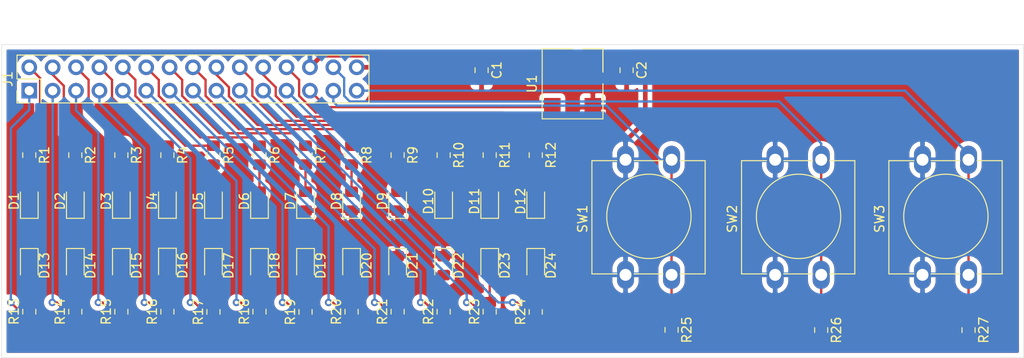
<source format=kicad_pcb>
(kicad_pcb (version 20171130) (host pcbnew "(5.1.4)-1")

  (general
    (thickness 1.6)
    (drawings 4)
    (tracks 224)
    (zones 0)
    (modules 58)
    (nets 55)
  )

  (page A4)
  (layers
    (0 F.Cu signal)
    (31 B.Cu signal)
    (32 B.Adhes user)
    (33 F.Adhes user)
    (34 B.Paste user)
    (35 F.Paste user)
    (36 B.SilkS user)
    (37 F.SilkS user)
    (38 B.Mask user)
    (39 F.Mask user)
    (40 Dwgs.User user)
    (41 Cmts.User user)
    (42 Eco1.User user)
    (43 Eco2.User user)
    (44 Edge.Cuts user)
    (45 Margin user)
    (46 B.CrtYd user)
    (47 F.CrtYd user)
    (48 B.Fab user)
    (49 F.Fab user)
  )

  (setup
    (last_trace_width 0.25)
    (trace_clearance 0.2)
    (zone_clearance 0.508)
    (zone_45_only no)
    (trace_min 0.1524)
    (via_size 0.8)
    (via_drill 0.4)
    (via_min_size 0.508)
    (via_min_drill 0.254)
    (uvia_size 0.3)
    (uvia_drill 0.1)
    (uvias_allowed no)
    (uvia_min_size 0.2)
    (uvia_min_drill 0.1)
    (edge_width 0.05)
    (segment_width 0.2)
    (pcb_text_width 0.3)
    (pcb_text_size 1.5 1.5)
    (mod_edge_width 0.12)
    (mod_text_size 1 1)
    (mod_text_width 0.15)
    (pad_size 1.524 1.524)
    (pad_drill 0.762)
    (pad_to_mask_clearance 0.0508)
    (solder_mask_min_width 0.1016)
    (aux_axis_origin 0 0)
    (visible_elements 7FFFFFFF)
    (pcbplotparams
      (layerselection 0x010fc_ffffffff)
      (usegerberextensions false)
      (usegerberattributes false)
      (usegerberadvancedattributes false)
      (creategerberjobfile false)
      (excludeedgelayer true)
      (linewidth 0.100000)
      (plotframeref false)
      (viasonmask false)
      (mode 1)
      (useauxorigin false)
      (hpglpennumber 1)
      (hpglpenspeed 20)
      (hpglpendiameter 15.000000)
      (psnegative false)
      (psa4output false)
      (plotreference true)
      (plotvalue true)
      (plotinvisibletext false)
      (padsonsilk false)
      (subtractmaskfromsilk false)
      (outputformat 1)
      (mirror false)
      (drillshape 1)
      (scaleselection 1)
      (outputdirectory ""))
  )

  (net 0 "")
  (net 1 "Net-(D1-Pad2)")
  (net 2 GND)
  (net 3 "Net-(D2-Pad2)")
  (net 4 "Net-(D3-Pad2)")
  (net 5 "Net-(D4-Pad2)")
  (net 6 "Net-(D5-Pad2)")
  (net 7 "Net-(D6-Pad2)")
  (net 8 "Net-(D7-Pad2)")
  (net 9 "Net-(D8-Pad2)")
  (net 10 "Net-(D9-Pad2)")
  (net 11 "Net-(D10-Pad2)")
  (net 12 "Net-(D11-Pad2)")
  (net 13 "Net-(D12-Pad2)")
  (net 14 "Net-(D13-Pad2)")
  (net 15 "Net-(D14-Pad2)")
  (net 16 "Net-(D15-Pad2)")
  (net 17 "Net-(D16-Pad2)")
  (net 18 "Net-(D17-Pad2)")
  (net 19 "Net-(D18-Pad2)")
  (net 20 "Net-(D19-Pad2)")
  (net 21 "Net-(D20-Pad2)")
  (net 22 "Net-(D21-Pad2)")
  (net 23 "Net-(D22-Pad2)")
  (net 24 "Net-(D23-Pad2)")
  (net 25 "Net-(D24-Pad2)")
  (net 26 /TEST)
  (net 27 /RESET)
  (net 28 /ACK)
  (net 29 +3V3)
  (net 30 /DISP_R12)
  (net 31 /DISP_G12)
  (net 32 /DISP_R11)
  (net 33 /DISP_G11)
  (net 34 /DISP_R10)
  (net 35 /DISP_G10)
  (net 36 /DISP_R9)
  (net 37 /DISP_G9)
  (net 38 /DISP_R8)
  (net 39 /DISP_G8)
  (net 40 /DISP_R7)
  (net 41 /DISP_G7)
  (net 42 /DISP_R6)
  (net 43 /DISP_G6)
  (net 44 /DISP_R5)
  (net 45 /DISP_G5)
  (net 46 /DISP_R4)
  (net 47 /DISP_G4)
  (net 48 /DISP_R3)
  (net 49 /DISP_G3)
  (net 50 /DISP_R2)
  (net 51 /DISP_G2)
  (net 52 /DISP_R1)
  (net 53 /DISP_G1)
  (net 54 /CLK_50)

  (net_class Default "This is the default net class."
    (clearance 0.2)
    (trace_width 0.25)
    (via_dia 0.8)
    (via_drill 0.4)
    (uvia_dia 0.3)
    (uvia_drill 0.1)
    (add_net /ACK)
    (add_net /CLK_50)
    (add_net /DISP_G1)
    (add_net /DISP_G10)
    (add_net /DISP_G11)
    (add_net /DISP_G12)
    (add_net /DISP_G2)
    (add_net /DISP_G3)
    (add_net /DISP_G4)
    (add_net /DISP_G5)
    (add_net /DISP_G6)
    (add_net /DISP_G7)
    (add_net /DISP_G8)
    (add_net /DISP_G9)
    (add_net /DISP_R1)
    (add_net /DISP_R10)
    (add_net /DISP_R11)
    (add_net /DISP_R12)
    (add_net /DISP_R2)
    (add_net /DISP_R3)
    (add_net /DISP_R4)
    (add_net /DISP_R5)
    (add_net /DISP_R6)
    (add_net /DISP_R7)
    (add_net /DISP_R8)
    (add_net /DISP_R9)
    (add_net /RESET)
    (add_net /TEST)
    (add_net GND)
    (add_net "Net-(D1-Pad2)")
    (add_net "Net-(D10-Pad2)")
    (add_net "Net-(D11-Pad2)")
    (add_net "Net-(D12-Pad2)")
    (add_net "Net-(D13-Pad2)")
    (add_net "Net-(D14-Pad2)")
    (add_net "Net-(D15-Pad2)")
    (add_net "Net-(D16-Pad2)")
    (add_net "Net-(D17-Pad2)")
    (add_net "Net-(D18-Pad2)")
    (add_net "Net-(D19-Pad2)")
    (add_net "Net-(D2-Pad2)")
    (add_net "Net-(D20-Pad2)")
    (add_net "Net-(D21-Pad2)")
    (add_net "Net-(D22-Pad2)")
    (add_net "Net-(D23-Pad2)")
    (add_net "Net-(D24-Pad2)")
    (add_net "Net-(D3-Pad2)")
    (add_net "Net-(D4-Pad2)")
    (add_net "Net-(D5-Pad2)")
    (add_net "Net-(D6-Pad2)")
    (add_net "Net-(D7-Pad2)")
    (add_net "Net-(D8-Pad2)")
    (add_net "Net-(D9-Pad2)")
  )

  (net_class Power ""
    (clearance 0.2)
    (trace_width 0.5)
    (via_dia 0.8)
    (via_drill 0.4)
    (uvia_dia 0.3)
    (uvia_drill 0.1)
    (add_net +3V3)
  )

  (module Capacitor_SMD:C_0805_2012Metric_Pad1.15x1.40mm_HandSolder (layer F.Cu) (tedit 5B36C52B) (tstamp 5E4CD4D1)
    (at 197.866 112.776 270)
    (descr "Capacitor SMD 0805 (2012 Metric), square (rectangular) end terminal, IPC_7351 nominal with elongated pad for handsoldering. (Body size source: https://docs.google.com/spreadsheets/d/1BsfQQcO9C6DZCsRaXUlFlo91Tg2WpOkGARC1WS5S8t0/edit?usp=sharing), generated with kicad-footprint-generator")
    (tags "capacitor handsolder")
    (path /5E4EA6FC)
    (attr smd)
    (fp_text reference C2 (at 0 -1.65 90) (layer F.SilkS)
      (effects (font (size 1 1) (thickness 0.15)))
    )
    (fp_text value 0.1u (at 0 1.65 90) (layer F.Fab)
      (effects (font (size 1 1) (thickness 0.15)))
    )
    (fp_text user %R (at 0 0 90) (layer F.Fab)
      (effects (font (size 0.5 0.5) (thickness 0.08)))
    )
    (fp_line (start 1.85 0.95) (end -1.85 0.95) (layer F.CrtYd) (width 0.05))
    (fp_line (start 1.85 -0.95) (end 1.85 0.95) (layer F.CrtYd) (width 0.05))
    (fp_line (start -1.85 -0.95) (end 1.85 -0.95) (layer F.CrtYd) (width 0.05))
    (fp_line (start -1.85 0.95) (end -1.85 -0.95) (layer F.CrtYd) (width 0.05))
    (fp_line (start -0.261252 0.71) (end 0.261252 0.71) (layer F.SilkS) (width 0.12))
    (fp_line (start -0.261252 -0.71) (end 0.261252 -0.71) (layer F.SilkS) (width 0.12))
    (fp_line (start 1 0.6) (end -1 0.6) (layer F.Fab) (width 0.1))
    (fp_line (start 1 -0.6) (end 1 0.6) (layer F.Fab) (width 0.1))
    (fp_line (start -1 -0.6) (end 1 -0.6) (layer F.Fab) (width 0.1))
    (fp_line (start -1 0.6) (end -1 -0.6) (layer F.Fab) (width 0.1))
    (pad 2 smd roundrect (at 1.025 0 270) (size 1.15 1.4) (layers F.Cu F.Paste F.Mask) (roundrect_rratio 0.217391)
      (net 2 GND))
    (pad 1 smd roundrect (at -1.025 0 270) (size 1.15 1.4) (layers F.Cu F.Paste F.Mask) (roundrect_rratio 0.217391)
      (net 29 +3V3))
    (model ${KISYS3DMOD}/Capacitor_SMD.3dshapes/C_0805_2012Metric.wrl
      (at (xyz 0 0 0))
      (scale (xyz 1 1 1))
      (rotate (xyz 0 0 0))
    )
  )

  (module Capacitor_SMD:C_0805_2012Metric_Pad1.15x1.40mm_HandSolder (layer F.Cu) (tedit 5B36C52B) (tstamp 5E4CD4C0)
    (at 182.118 112.776 270)
    (descr "Capacitor SMD 0805 (2012 Metric), square (rectangular) end terminal, IPC_7351 nominal with elongated pad for handsoldering. (Body size source: https://docs.google.com/spreadsheets/d/1BsfQQcO9C6DZCsRaXUlFlo91Tg2WpOkGARC1WS5S8t0/edit?usp=sharing), generated with kicad-footprint-generator")
    (tags "capacitor handsolder")
    (path /5E509E01)
    (attr smd)
    (fp_text reference C1 (at 0 -1.65 90) (layer F.SilkS)
      (effects (font (size 1 1) (thickness 0.15)))
    )
    (fp_text value 1u (at 0 1.65 90) (layer F.Fab)
      (effects (font (size 1 1) (thickness 0.15)))
    )
    (fp_text user %R (at 0 0 90) (layer F.Fab)
      (effects (font (size 0.5 0.5) (thickness 0.08)))
    )
    (fp_line (start 1.85 0.95) (end -1.85 0.95) (layer F.CrtYd) (width 0.05))
    (fp_line (start 1.85 -0.95) (end 1.85 0.95) (layer F.CrtYd) (width 0.05))
    (fp_line (start -1.85 -0.95) (end 1.85 -0.95) (layer F.CrtYd) (width 0.05))
    (fp_line (start -1.85 0.95) (end -1.85 -0.95) (layer F.CrtYd) (width 0.05))
    (fp_line (start -0.261252 0.71) (end 0.261252 0.71) (layer F.SilkS) (width 0.12))
    (fp_line (start -0.261252 -0.71) (end 0.261252 -0.71) (layer F.SilkS) (width 0.12))
    (fp_line (start 1 0.6) (end -1 0.6) (layer F.Fab) (width 0.1))
    (fp_line (start 1 -0.6) (end 1 0.6) (layer F.Fab) (width 0.1))
    (fp_line (start -1 -0.6) (end 1 -0.6) (layer F.Fab) (width 0.1))
    (fp_line (start -1 0.6) (end -1 -0.6) (layer F.Fab) (width 0.1))
    (pad 2 smd roundrect (at 1.025 0 270) (size 1.15 1.4) (layers F.Cu F.Paste F.Mask) (roundrect_rratio 0.217391)
      (net 2 GND))
    (pad 1 smd roundrect (at -1.025 0 270) (size 1.15 1.4) (layers F.Cu F.Paste F.Mask) (roundrect_rratio 0.217391)
      (net 29 +3V3))
    (model ${KISYS3DMOD}/Capacitor_SMD.3dshapes/C_0805_2012Metric.wrl
      (at (xyz 0 0 0))
      (scale (xyz 1 1 1))
      (rotate (xyz 0 0 0))
    )
  )

  (module Button_Switch_THT:SW_PUSH-12mm (layer F.Cu) (tedit 5D160D14) (tstamp 5E45C805)
    (at 214 135 90)
    (descr "SW PUSH 12mm https://www.e-switch.com/system/asset/product_line/data_sheet/143/TL1100.pdf")
    (tags "tact sw push 12mm")
    (path /5E5C29D1)
    (fp_text reference SW2 (at 6.08 -4.66 90) (layer F.SilkS)
      (effects (font (size 1 1) (thickness 0.15)))
    )
    (fp_text value SW_Push (at 6.62 9.93 90) (layer F.Fab)
      (effects (font (size 1 1) (thickness 0.15)))
    )
    (fp_line (start 12.4 -3.65) (end 12.4 -0.93) (layer F.SilkS) (width 0.12))
    (fp_line (start 12.4 5.93) (end 12.4 8.65) (layer F.SilkS) (width 0.12))
    (fp_line (start 0.1 4.07) (end 0.1 0.93) (layer F.SilkS) (width 0.12))
    (fp_line (start 0.1 8.65) (end 0.1 5.93) (layer F.SilkS) (width 0.12))
    (fp_line (start 0.25 -3.5) (end 0.25 8.5) (layer F.Fab) (width 0.1))
    (fp_circle (center 6.35 2.54) (end 10.16 5.08) (layer F.SilkS) (width 0.12))
    (fp_line (start 14.25 8.75) (end -1.77 8.75) (layer F.CrtYd) (width 0.05))
    (fp_line (start 14.25 8.75) (end 14.25 -3.75) (layer F.CrtYd) (width 0.05))
    (fp_line (start -1.77 -3.75) (end -1.77 8.75) (layer F.CrtYd) (width 0.05))
    (fp_line (start -1.77 -3.75) (end 14.25 -3.75) (layer F.CrtYd) (width 0.05))
    (fp_line (start 0.1 -0.93) (end 0.1 -3.65) (layer F.SilkS) (width 0.12))
    (fp_line (start 12.4 8.65) (end 0.1 8.65) (layer F.SilkS) (width 0.12))
    (fp_line (start 12.4 0.93) (end 12.4 4.07) (layer F.SilkS) (width 0.12))
    (fp_line (start 0.1 -3.65) (end 12.4 -3.65) (layer F.SilkS) (width 0.12))
    (fp_text user %R (at 6.35 2.54 90) (layer F.Fab)
      (effects (font (size 1 1) (thickness 0.15)))
    )
    (fp_line (start 12.25 -3.5) (end 12.25 8.5) (layer F.Fab) (width 0.1))
    (fp_line (start 0.25 -3.5) (end 12.25 -3.5) (layer F.Fab) (width 0.1))
    (fp_line (start 0.25 8.5) (end 12.25 8.5) (layer F.Fab) (width 0.1))
    (pad 2 thru_hole oval (at 0 5 90) (size 3.048 1.85) (drill 1.3) (layers *.Cu *.Mask)
      (net 27 /RESET))
    (pad 1 thru_hole oval (at 0 0 90) (size 3.048 1.85) (drill 1.3) (layers *.Cu *.Mask)
      (net 29 +3V3))
    (pad 2 thru_hole oval (at 12.5 5 90) (size 3.048 1.85) (drill 1.3) (layers *.Cu *.Mask)
      (net 27 /RESET))
    (pad 1 thru_hole oval (at 12.5 0 90) (size 3.048 1.85) (drill 1.3) (layers *.Cu *.Mask)
      (net 29 +3V3))
    (model ${KISYS3DMOD}/Button_Switch_THT.3dshapes/SW_PUSH-12mm.wrl
      (at (xyz 0 0 0))
      (scale (xyz 1 1 1))
      (rotate (xyz 0 0 0))
    )
  )

  (module custom:4-SMD (layer F.Cu) (tedit 5E4476EF) (tstamp 5E45C82E)
    (at 192 114.25 270)
    (path /5E489683)
    (fp_text reference U1 (at 0 4.4 90) (layer F.SilkS)
      (effects (font (size 1 1) (thickness 0.15)))
    )
    (fp_text value FN5000145 (at 0 0 90) (layer F.Fab)
      (effects (font (size 1 1) (thickness 0.15)))
    )
    (fp_line (start -3.81 3.3) (end -3.81 0) (layer F.SilkS) (width 0.12))
    (fp_line (start 3.81 3.3) (end -3.81 3.3) (layer F.SilkS) (width 0.12))
    (fp_line (start 3.81 -3.3) (end 3.81 3.3) (layer F.SilkS) (width 0.12))
    (fp_line (start 0 -3.3) (end 3.81 -3.3) (layer F.SilkS) (width 0.12))
    (fp_line (start -3.81 -3.3) (end -3.81 -1.1) (layer F.SilkS) (width 0.12))
    (fp_line (start -1.27 -3.3) (end -3.81 -3.3) (layer F.SilkS) (width 0.12))
    (fp_line (start -3.81 -3.3) (end -1.27 -3.3) (layer F.SilkS) (width 0.12))
    (pad 3 smd rect (at 2.54 2.2) (size 1.8 2) (layers F.Cu F.Paste F.Mask)
      (net 54 /CLK_50))
    (pad 4 smd rect (at -2.54 2.2) (size 1.8 2) (layers F.Cu F.Paste F.Mask)
      (net 29 +3V3))
    (pad 2 smd rect (at 2.54 -2.2) (size 1.8 2) (layers F.Cu F.Paste F.Mask)
      (net 2 GND))
    (pad 1 smd rect (at -2.54 -2.2) (size 1.8 2) (layers F.Cu F.Paste F.Mask)
      (net 29 +3V3))
  )

  (module Button_Switch_THT:SW_PUSH-12mm (layer F.Cu) (tedit 5D160D14) (tstamp 5E45C81F)
    (at 230 135 90)
    (descr "SW PUSH 12mm https://www.e-switch.com/system/asset/product_line/data_sheet/143/TL1100.pdf")
    (tags "tact sw push 12mm")
    (path /5E5C73BF)
    (fp_text reference SW3 (at 6.08 -4.66 90) (layer F.SilkS)
      (effects (font (size 1 1) (thickness 0.15)))
    )
    (fp_text value SW_Push (at 6.62 9.93 90) (layer F.Fab)
      (effects (font (size 1 1) (thickness 0.15)))
    )
    (fp_line (start 0.25 8.5) (end 12.25 8.5) (layer F.Fab) (width 0.1))
    (fp_line (start 0.25 -3.5) (end 12.25 -3.5) (layer F.Fab) (width 0.1))
    (fp_line (start 12.25 -3.5) (end 12.25 8.5) (layer F.Fab) (width 0.1))
    (fp_text user %R (at 6.35 2.54 90) (layer F.Fab)
      (effects (font (size 1 1) (thickness 0.15)))
    )
    (fp_line (start 0.1 -3.65) (end 12.4 -3.65) (layer F.SilkS) (width 0.12))
    (fp_line (start 12.4 0.93) (end 12.4 4.07) (layer F.SilkS) (width 0.12))
    (fp_line (start 12.4 8.65) (end 0.1 8.65) (layer F.SilkS) (width 0.12))
    (fp_line (start 0.1 -0.93) (end 0.1 -3.65) (layer F.SilkS) (width 0.12))
    (fp_line (start -1.77 -3.75) (end 14.25 -3.75) (layer F.CrtYd) (width 0.05))
    (fp_line (start -1.77 -3.75) (end -1.77 8.75) (layer F.CrtYd) (width 0.05))
    (fp_line (start 14.25 8.75) (end 14.25 -3.75) (layer F.CrtYd) (width 0.05))
    (fp_line (start 14.25 8.75) (end -1.77 8.75) (layer F.CrtYd) (width 0.05))
    (fp_circle (center 6.35 2.54) (end 10.16 5.08) (layer F.SilkS) (width 0.12))
    (fp_line (start 0.25 -3.5) (end 0.25 8.5) (layer F.Fab) (width 0.1))
    (fp_line (start 0.1 8.65) (end 0.1 5.93) (layer F.SilkS) (width 0.12))
    (fp_line (start 0.1 4.07) (end 0.1 0.93) (layer F.SilkS) (width 0.12))
    (fp_line (start 12.4 5.93) (end 12.4 8.65) (layer F.SilkS) (width 0.12))
    (fp_line (start 12.4 -3.65) (end 12.4 -0.93) (layer F.SilkS) (width 0.12))
    (pad 1 thru_hole oval (at 12.5 0 90) (size 3.048 1.85) (drill 1.3) (layers *.Cu *.Mask)
      (net 29 +3V3))
    (pad 2 thru_hole oval (at 12.5 5 90) (size 3.048 1.85) (drill 1.3) (layers *.Cu *.Mask)
      (net 26 /TEST))
    (pad 1 thru_hole oval (at 0 0 90) (size 3.048 1.85) (drill 1.3) (layers *.Cu *.Mask)
      (net 29 +3V3))
    (pad 2 thru_hole oval (at 0 5 90) (size 3.048 1.85) (drill 1.3) (layers *.Cu *.Mask)
      (net 26 /TEST))
    (model ${KISYS3DMOD}/Button_Switch_THT.3dshapes/SW_PUSH-12mm.wrl
      (at (xyz 0 0 0))
      (scale (xyz 1 1 1))
      (rotate (xyz 0 0 0))
    )
  )

  (module Button_Switch_THT:SW_PUSH-12mm (layer F.Cu) (tedit 5D160D14) (tstamp 5E45C7EB)
    (at 197.75 135 90)
    (descr "SW PUSH 12mm https://www.e-switch.com/system/asset/product_line/data_sheet/143/TL1100.pdf")
    (tags "tact sw push 12mm")
    (path /5E5C0DE6)
    (fp_text reference SW1 (at 6.08 -4.66 90) (layer F.SilkS)
      (effects (font (size 1 1) (thickness 0.15)))
    )
    (fp_text value SW_Push (at 6.62 9.93 90) (layer F.Fab)
      (effects (font (size 1 1) (thickness 0.15)))
    )
    (fp_line (start 12.4 -3.65) (end 12.4 -0.93) (layer F.SilkS) (width 0.12))
    (fp_line (start 12.4 5.93) (end 12.4 8.65) (layer F.SilkS) (width 0.12))
    (fp_line (start 0.1 4.07) (end 0.1 0.93) (layer F.SilkS) (width 0.12))
    (fp_line (start 0.1 8.65) (end 0.1 5.93) (layer F.SilkS) (width 0.12))
    (fp_line (start 0.25 -3.5) (end 0.25 8.5) (layer F.Fab) (width 0.1))
    (fp_circle (center 6.35 2.54) (end 10.16 5.08) (layer F.SilkS) (width 0.12))
    (fp_line (start 14.25 8.75) (end -1.77 8.75) (layer F.CrtYd) (width 0.05))
    (fp_line (start 14.25 8.75) (end 14.25 -3.75) (layer F.CrtYd) (width 0.05))
    (fp_line (start -1.77 -3.75) (end -1.77 8.75) (layer F.CrtYd) (width 0.05))
    (fp_line (start -1.77 -3.75) (end 14.25 -3.75) (layer F.CrtYd) (width 0.05))
    (fp_line (start 0.1 -0.93) (end 0.1 -3.65) (layer F.SilkS) (width 0.12))
    (fp_line (start 12.4 8.65) (end 0.1 8.65) (layer F.SilkS) (width 0.12))
    (fp_line (start 12.4 0.93) (end 12.4 4.07) (layer F.SilkS) (width 0.12))
    (fp_line (start 0.1 -3.65) (end 12.4 -3.65) (layer F.SilkS) (width 0.12))
    (fp_text user %R (at 6.35 2.54 90) (layer F.Fab)
      (effects (font (size 1 1) (thickness 0.15)))
    )
    (fp_line (start 12.25 -3.5) (end 12.25 8.5) (layer F.Fab) (width 0.1))
    (fp_line (start 0.25 -3.5) (end 12.25 -3.5) (layer F.Fab) (width 0.1))
    (fp_line (start 0.25 8.5) (end 12.25 8.5) (layer F.Fab) (width 0.1))
    (pad 2 thru_hole oval (at 0 5 90) (size 3.048 1.85) (drill 1.3) (layers *.Cu *.Mask)
      (net 28 /ACK))
    (pad 1 thru_hole oval (at 0 0 90) (size 3.048 1.85) (drill 1.3) (layers *.Cu *.Mask)
      (net 29 +3V3))
    (pad 2 thru_hole oval (at 12.5 5 90) (size 3.048 1.85) (drill 1.3) (layers *.Cu *.Mask)
      (net 28 /ACK))
    (pad 1 thru_hole oval (at 12.5 0 90) (size 3.048 1.85) (drill 1.3) (layers *.Cu *.Mask)
      (net 29 +3V3))
    (model ${KISYS3DMOD}/Button_Switch_THT.3dshapes/SW_PUSH-12mm.wrl
      (at (xyz 0 0 0))
      (scale (xyz 1 1 1))
      (rotate (xyz 0 0 0))
    )
  )

  (module Resistor_SMD:R_0805_2012Metric_Pad1.15x1.40mm_HandSolder (layer F.Cu) (tedit 5B36C52B) (tstamp 5E45C7D1)
    (at 235 141 270)
    (descr "Resistor SMD 0805 (2012 Metric), square (rectangular) end terminal, IPC_7351 nominal with elongated pad for handsoldering. (Body size source: https://docs.google.com/spreadsheets/d/1BsfQQcO9C6DZCsRaXUlFlo91Tg2WpOkGARC1WS5S8t0/edit?usp=sharing), generated with kicad-footprint-generator")
    (tags "resistor handsolder")
    (path /5E5D12EE)
    (attr smd)
    (fp_text reference R27 (at 0 -1.65 90) (layer F.SilkS)
      (effects (font (size 1 1) (thickness 0.15)))
    )
    (fp_text value 4.6K (at 0 1.65 90) (layer F.Fab)
      (effects (font (size 1 1) (thickness 0.15)))
    )
    (fp_line (start -1 0.6) (end -1 -0.6) (layer F.Fab) (width 0.1))
    (fp_line (start -1 -0.6) (end 1 -0.6) (layer F.Fab) (width 0.1))
    (fp_line (start 1 -0.6) (end 1 0.6) (layer F.Fab) (width 0.1))
    (fp_line (start 1 0.6) (end -1 0.6) (layer F.Fab) (width 0.1))
    (fp_line (start -0.261252 -0.71) (end 0.261252 -0.71) (layer F.SilkS) (width 0.12))
    (fp_line (start -0.261252 0.71) (end 0.261252 0.71) (layer F.SilkS) (width 0.12))
    (fp_line (start -1.85 0.95) (end -1.85 -0.95) (layer F.CrtYd) (width 0.05))
    (fp_line (start -1.85 -0.95) (end 1.85 -0.95) (layer F.CrtYd) (width 0.05))
    (fp_line (start 1.85 -0.95) (end 1.85 0.95) (layer F.CrtYd) (width 0.05))
    (fp_line (start 1.85 0.95) (end -1.85 0.95) (layer F.CrtYd) (width 0.05))
    (fp_text user %R (at 0 0 90) (layer F.Fab)
      (effects (font (size 0.5 0.5) (thickness 0.08)))
    )
    (pad 1 smd roundrect (at -1.025 0 270) (size 1.15 1.4) (layers F.Cu F.Paste F.Mask) (roundrect_rratio 0.217391)
      (net 26 /TEST))
    (pad 2 smd roundrect (at 1.025 0 270) (size 1.15 1.4) (layers F.Cu F.Paste F.Mask) (roundrect_rratio 0.217391)
      (net 2 GND))
    (model ${KISYS3DMOD}/Resistor_SMD.3dshapes/R_0805_2012Metric.wrl
      (at (xyz 0 0 0))
      (scale (xyz 1 1 1))
      (rotate (xyz 0 0 0))
    )
  )

  (module Resistor_SMD:R_0805_2012Metric_Pad1.15x1.40mm_HandSolder (layer F.Cu) (tedit 5B36C52B) (tstamp 5E45C7C0)
    (at 219 141 270)
    (descr "Resistor SMD 0805 (2012 Metric), square (rectangular) end terminal, IPC_7351 nominal with elongated pad for handsoldering. (Body size source: https://docs.google.com/spreadsheets/d/1BsfQQcO9C6DZCsRaXUlFlo91Tg2WpOkGARC1WS5S8t0/edit?usp=sharing), generated with kicad-footprint-generator")
    (tags "resistor handsolder")
    (path /5E5CCBD7)
    (attr smd)
    (fp_text reference R26 (at 0 -1.65 90) (layer F.SilkS)
      (effects (font (size 1 1) (thickness 0.15)))
    )
    (fp_text value 4.6K (at 0 1.65 90) (layer F.Fab)
      (effects (font (size 1 1) (thickness 0.15)))
    )
    (fp_text user %R (at 0 0 90) (layer F.Fab)
      (effects (font (size 0.5 0.5) (thickness 0.08)))
    )
    (fp_line (start 1.85 0.95) (end -1.85 0.95) (layer F.CrtYd) (width 0.05))
    (fp_line (start 1.85 -0.95) (end 1.85 0.95) (layer F.CrtYd) (width 0.05))
    (fp_line (start -1.85 -0.95) (end 1.85 -0.95) (layer F.CrtYd) (width 0.05))
    (fp_line (start -1.85 0.95) (end -1.85 -0.95) (layer F.CrtYd) (width 0.05))
    (fp_line (start -0.261252 0.71) (end 0.261252 0.71) (layer F.SilkS) (width 0.12))
    (fp_line (start -0.261252 -0.71) (end 0.261252 -0.71) (layer F.SilkS) (width 0.12))
    (fp_line (start 1 0.6) (end -1 0.6) (layer F.Fab) (width 0.1))
    (fp_line (start 1 -0.6) (end 1 0.6) (layer F.Fab) (width 0.1))
    (fp_line (start -1 -0.6) (end 1 -0.6) (layer F.Fab) (width 0.1))
    (fp_line (start -1 0.6) (end -1 -0.6) (layer F.Fab) (width 0.1))
    (pad 2 smd roundrect (at 1.025 0 270) (size 1.15 1.4) (layers F.Cu F.Paste F.Mask) (roundrect_rratio 0.217391)
      (net 2 GND))
    (pad 1 smd roundrect (at -1.025 0 270) (size 1.15 1.4) (layers F.Cu F.Paste F.Mask) (roundrect_rratio 0.217391)
      (net 27 /RESET))
    (model ${KISYS3DMOD}/Resistor_SMD.3dshapes/R_0805_2012Metric.wrl
      (at (xyz 0 0 0))
      (scale (xyz 1 1 1))
      (rotate (xyz 0 0 0))
    )
  )

  (module Resistor_SMD:R_0805_2012Metric_Pad1.15x1.40mm_HandSolder (layer F.Cu) (tedit 5B36C52B) (tstamp 5E45C7AF)
    (at 202.75 140.975 270)
    (descr "Resistor SMD 0805 (2012 Metric), square (rectangular) end terminal, IPC_7351 nominal with elongated pad for handsoldering. (Body size source: https://docs.google.com/spreadsheets/d/1BsfQQcO9C6DZCsRaXUlFlo91Tg2WpOkGARC1WS5S8t0/edit?usp=sharing), generated with kicad-footprint-generator")
    (tags "resistor handsolder")
    (path /5E5CC4A5)
    (attr smd)
    (fp_text reference R25 (at 0 -1.65 90) (layer F.SilkS)
      (effects (font (size 1 1) (thickness 0.15)))
    )
    (fp_text value 4.6K (at 0 1.65 90) (layer F.Fab)
      (effects (font (size 1 1) (thickness 0.15)))
    )
    (fp_text user %R (at 0 0 90) (layer F.Fab)
      (effects (font (size 0.5 0.5) (thickness 0.08)))
    )
    (fp_line (start 1.85 0.95) (end -1.85 0.95) (layer F.CrtYd) (width 0.05))
    (fp_line (start 1.85 -0.95) (end 1.85 0.95) (layer F.CrtYd) (width 0.05))
    (fp_line (start -1.85 -0.95) (end 1.85 -0.95) (layer F.CrtYd) (width 0.05))
    (fp_line (start -1.85 0.95) (end -1.85 -0.95) (layer F.CrtYd) (width 0.05))
    (fp_line (start -0.261252 0.71) (end 0.261252 0.71) (layer F.SilkS) (width 0.12))
    (fp_line (start -0.261252 -0.71) (end 0.261252 -0.71) (layer F.SilkS) (width 0.12))
    (fp_line (start 1 0.6) (end -1 0.6) (layer F.Fab) (width 0.1))
    (fp_line (start 1 -0.6) (end 1 0.6) (layer F.Fab) (width 0.1))
    (fp_line (start -1 -0.6) (end 1 -0.6) (layer F.Fab) (width 0.1))
    (fp_line (start -1 0.6) (end -1 -0.6) (layer F.Fab) (width 0.1))
    (pad 2 smd roundrect (at 1.025 0 270) (size 1.15 1.4) (layers F.Cu F.Paste F.Mask) (roundrect_rratio 0.217391)
      (net 2 GND))
    (pad 1 smd roundrect (at -1.025 0 270) (size 1.15 1.4) (layers F.Cu F.Paste F.Mask) (roundrect_rratio 0.217391)
      (net 28 /ACK))
    (model ${KISYS3DMOD}/Resistor_SMD.3dshapes/R_0805_2012Metric.wrl
      (at (xyz 0 0 0))
      (scale (xyz 1 1 1))
      (rotate (xyz 0 0 0))
    )
  )

  (module Resistor_SMD:R_0805_2012Metric_Pad1.15x1.40mm_HandSolder (layer F.Cu) (tedit 5B36C52B) (tstamp 5E45C79E)
    (at 188 139.025 90)
    (descr "Resistor SMD 0805 (2012 Metric), square (rectangular) end terminal, IPC_7351 nominal with elongated pad for handsoldering. (Body size source: https://docs.google.com/spreadsheets/d/1BsfQQcO9C6DZCsRaXUlFlo91Tg2WpOkGARC1WS5S8t0/edit?usp=sharing), generated with kicad-footprint-generator")
    (tags "resistor handsolder")
    (path /5E4644BD)
    (attr smd)
    (fp_text reference R24 (at 0 -1.65 90) (layer F.SilkS)
      (effects (font (size 1 1) (thickness 0.15)))
    )
    (fp_text value 120 (at 0 1.65 90) (layer F.Fab)
      (effects (font (size 1 1) (thickness 0.15)))
    )
    (fp_text user %R (at 0 0 90) (layer F.Fab)
      (effects (font (size 0.5 0.5) (thickness 0.08)))
    )
    (fp_line (start 1.85 0.95) (end -1.85 0.95) (layer F.CrtYd) (width 0.05))
    (fp_line (start 1.85 -0.95) (end 1.85 0.95) (layer F.CrtYd) (width 0.05))
    (fp_line (start -1.85 -0.95) (end 1.85 -0.95) (layer F.CrtYd) (width 0.05))
    (fp_line (start -1.85 0.95) (end -1.85 -0.95) (layer F.CrtYd) (width 0.05))
    (fp_line (start -0.261252 0.71) (end 0.261252 0.71) (layer F.SilkS) (width 0.12))
    (fp_line (start -0.261252 -0.71) (end 0.261252 -0.71) (layer F.SilkS) (width 0.12))
    (fp_line (start 1 0.6) (end -1 0.6) (layer F.Fab) (width 0.1))
    (fp_line (start 1 -0.6) (end 1 0.6) (layer F.Fab) (width 0.1))
    (fp_line (start -1 -0.6) (end 1 -0.6) (layer F.Fab) (width 0.1))
    (fp_line (start -1 0.6) (end -1 -0.6) (layer F.Fab) (width 0.1))
    (pad 2 smd roundrect (at 1.025 0 90) (size 1.15 1.4) (layers F.Cu F.Paste F.Mask) (roundrect_rratio 0.217391)
      (net 25 "Net-(D24-Pad2)"))
    (pad 1 smd roundrect (at -1.025 0 90) (size 1.15 1.4) (layers F.Cu F.Paste F.Mask) (roundrect_rratio 0.217391)
      (net 31 /DISP_G12))
    (model ${KISYS3DMOD}/Resistor_SMD.3dshapes/R_0805_2012Metric.wrl
      (at (xyz 0 0 0))
      (scale (xyz 1 1 1))
      (rotate (xyz 0 0 0))
    )
  )

  (module Resistor_SMD:R_0805_2012Metric_Pad1.15x1.40mm_HandSolder (layer F.Cu) (tedit 5B36C52B) (tstamp 5E45C78D)
    (at 183 139 90)
    (descr "Resistor SMD 0805 (2012 Metric), square (rectangular) end terminal, IPC_7351 nominal with elongated pad for handsoldering. (Body size source: https://docs.google.com/spreadsheets/d/1BsfQQcO9C6DZCsRaXUlFlo91Tg2WpOkGARC1WS5S8t0/edit?usp=sharing), generated with kicad-footprint-generator")
    (tags "resistor handsolder")
    (path /5E463DC1)
    (attr smd)
    (fp_text reference R23 (at 0 -1.65 90) (layer F.SilkS)
      (effects (font (size 1 1) (thickness 0.15)))
    )
    (fp_text value 120 (at 0 1.65 90) (layer F.Fab)
      (effects (font (size 1 1) (thickness 0.15)))
    )
    (fp_text user %R (at 0 0 90) (layer F.Fab)
      (effects (font (size 0.5 0.5) (thickness 0.08)))
    )
    (fp_line (start 1.85 0.95) (end -1.85 0.95) (layer F.CrtYd) (width 0.05))
    (fp_line (start 1.85 -0.95) (end 1.85 0.95) (layer F.CrtYd) (width 0.05))
    (fp_line (start -1.85 -0.95) (end 1.85 -0.95) (layer F.CrtYd) (width 0.05))
    (fp_line (start -1.85 0.95) (end -1.85 -0.95) (layer F.CrtYd) (width 0.05))
    (fp_line (start -0.261252 0.71) (end 0.261252 0.71) (layer F.SilkS) (width 0.12))
    (fp_line (start -0.261252 -0.71) (end 0.261252 -0.71) (layer F.SilkS) (width 0.12))
    (fp_line (start 1 0.6) (end -1 0.6) (layer F.Fab) (width 0.1))
    (fp_line (start 1 -0.6) (end 1 0.6) (layer F.Fab) (width 0.1))
    (fp_line (start -1 -0.6) (end 1 -0.6) (layer F.Fab) (width 0.1))
    (fp_line (start -1 0.6) (end -1 -0.6) (layer F.Fab) (width 0.1))
    (pad 2 smd roundrect (at 1.025 0 90) (size 1.15 1.4) (layers F.Cu F.Paste F.Mask) (roundrect_rratio 0.217391)
      (net 24 "Net-(D23-Pad2)"))
    (pad 1 smd roundrect (at -1.025 0 90) (size 1.15 1.4) (layers F.Cu F.Paste F.Mask) (roundrect_rratio 0.217391)
      (net 33 /DISP_G11))
    (model ${KISYS3DMOD}/Resistor_SMD.3dshapes/R_0805_2012Metric.wrl
      (at (xyz 0 0 0))
      (scale (xyz 1 1 1))
      (rotate (xyz 0 0 0))
    )
  )

  (module Resistor_SMD:R_0805_2012Metric_Pad1.15x1.40mm_HandSolder (layer F.Cu) (tedit 5B36C52B) (tstamp 5E45C77C)
    (at 178 139 90)
    (descr "Resistor SMD 0805 (2012 Metric), square (rectangular) end terminal, IPC_7351 nominal with elongated pad for handsoldering. (Body size source: https://docs.google.com/spreadsheets/d/1BsfQQcO9C6DZCsRaXUlFlo91Tg2WpOkGARC1WS5S8t0/edit?usp=sharing), generated with kicad-footprint-generator")
    (tags "resistor handsolder")
    (path /5E4635C1)
    (attr smd)
    (fp_text reference R22 (at 0 -1.65 90) (layer F.SilkS)
      (effects (font (size 1 1) (thickness 0.15)))
    )
    (fp_text value 120 (at 0 1.65 90) (layer F.Fab)
      (effects (font (size 1 1) (thickness 0.15)))
    )
    (fp_text user %R (at 0 0 90) (layer F.Fab)
      (effects (font (size 0.5 0.5) (thickness 0.08)))
    )
    (fp_line (start 1.85 0.95) (end -1.85 0.95) (layer F.CrtYd) (width 0.05))
    (fp_line (start 1.85 -0.95) (end 1.85 0.95) (layer F.CrtYd) (width 0.05))
    (fp_line (start -1.85 -0.95) (end 1.85 -0.95) (layer F.CrtYd) (width 0.05))
    (fp_line (start -1.85 0.95) (end -1.85 -0.95) (layer F.CrtYd) (width 0.05))
    (fp_line (start -0.261252 0.71) (end 0.261252 0.71) (layer F.SilkS) (width 0.12))
    (fp_line (start -0.261252 -0.71) (end 0.261252 -0.71) (layer F.SilkS) (width 0.12))
    (fp_line (start 1 0.6) (end -1 0.6) (layer F.Fab) (width 0.1))
    (fp_line (start 1 -0.6) (end 1 0.6) (layer F.Fab) (width 0.1))
    (fp_line (start -1 -0.6) (end 1 -0.6) (layer F.Fab) (width 0.1))
    (fp_line (start -1 0.6) (end -1 -0.6) (layer F.Fab) (width 0.1))
    (pad 2 smd roundrect (at 1.025 0 90) (size 1.15 1.4) (layers F.Cu F.Paste F.Mask) (roundrect_rratio 0.217391)
      (net 23 "Net-(D22-Pad2)"))
    (pad 1 smd roundrect (at -1.025 0 90) (size 1.15 1.4) (layers F.Cu F.Paste F.Mask) (roundrect_rratio 0.217391)
      (net 35 /DISP_G10))
    (model ${KISYS3DMOD}/Resistor_SMD.3dshapes/R_0805_2012Metric.wrl
      (at (xyz 0 0 0))
      (scale (xyz 1 1 1))
      (rotate (xyz 0 0 0))
    )
  )

  (module Resistor_SMD:R_0805_2012Metric_Pad1.15x1.40mm_HandSolder (layer F.Cu) (tedit 5B36C52B) (tstamp 5E45C76B)
    (at 173 139 90)
    (descr "Resistor SMD 0805 (2012 Metric), square (rectangular) end terminal, IPC_7351 nominal with elongated pad for handsoldering. (Body size source: https://docs.google.com/spreadsheets/d/1BsfQQcO9C6DZCsRaXUlFlo91Tg2WpOkGARC1WS5S8t0/edit?usp=sharing), generated with kicad-footprint-generator")
    (tags "resistor handsolder")
    (path /5E462E31)
    (attr smd)
    (fp_text reference R21 (at 0 -1.65 90) (layer F.SilkS)
      (effects (font (size 1 1) (thickness 0.15)))
    )
    (fp_text value 120 (at 0 1.65 90) (layer F.Fab)
      (effects (font (size 1 1) (thickness 0.15)))
    )
    (fp_text user %R (at 0 0 90) (layer F.Fab)
      (effects (font (size 0.5 0.5) (thickness 0.08)))
    )
    (fp_line (start 1.85 0.95) (end -1.85 0.95) (layer F.CrtYd) (width 0.05))
    (fp_line (start 1.85 -0.95) (end 1.85 0.95) (layer F.CrtYd) (width 0.05))
    (fp_line (start -1.85 -0.95) (end 1.85 -0.95) (layer F.CrtYd) (width 0.05))
    (fp_line (start -1.85 0.95) (end -1.85 -0.95) (layer F.CrtYd) (width 0.05))
    (fp_line (start -0.261252 0.71) (end 0.261252 0.71) (layer F.SilkS) (width 0.12))
    (fp_line (start -0.261252 -0.71) (end 0.261252 -0.71) (layer F.SilkS) (width 0.12))
    (fp_line (start 1 0.6) (end -1 0.6) (layer F.Fab) (width 0.1))
    (fp_line (start 1 -0.6) (end 1 0.6) (layer F.Fab) (width 0.1))
    (fp_line (start -1 -0.6) (end 1 -0.6) (layer F.Fab) (width 0.1))
    (fp_line (start -1 0.6) (end -1 -0.6) (layer F.Fab) (width 0.1))
    (pad 2 smd roundrect (at 1.025 0 90) (size 1.15 1.4) (layers F.Cu F.Paste F.Mask) (roundrect_rratio 0.217391)
      (net 22 "Net-(D21-Pad2)"))
    (pad 1 smd roundrect (at -1.025 0 90) (size 1.15 1.4) (layers F.Cu F.Paste F.Mask) (roundrect_rratio 0.217391)
      (net 37 /DISP_G9))
    (model ${KISYS3DMOD}/Resistor_SMD.3dshapes/R_0805_2012Metric.wrl
      (at (xyz 0 0 0))
      (scale (xyz 1 1 1))
      (rotate (xyz 0 0 0))
    )
  )

  (module Resistor_SMD:R_0805_2012Metric_Pad1.15x1.40mm_HandSolder (layer F.Cu) (tedit 5B36C52B) (tstamp 5E45C75A)
    (at 168 139 90)
    (descr "Resistor SMD 0805 (2012 Metric), square (rectangular) end terminal, IPC_7351 nominal with elongated pad for handsoldering. (Body size source: https://docs.google.com/spreadsheets/d/1BsfQQcO9C6DZCsRaXUlFlo91Tg2WpOkGARC1WS5S8t0/edit?usp=sharing), generated with kicad-footprint-generator")
    (tags "resistor handsolder")
    (path /5E46262F)
    (attr smd)
    (fp_text reference R20 (at 0 -1.65 90) (layer F.SilkS)
      (effects (font (size 1 1) (thickness 0.15)))
    )
    (fp_text value 120 (at 0 1.65 90) (layer F.Fab)
      (effects (font (size 1 1) (thickness 0.15)))
    )
    (fp_text user %R (at 0 0 90) (layer F.Fab)
      (effects (font (size 0.5 0.5) (thickness 0.08)))
    )
    (fp_line (start 1.85 0.95) (end -1.85 0.95) (layer F.CrtYd) (width 0.05))
    (fp_line (start 1.85 -0.95) (end 1.85 0.95) (layer F.CrtYd) (width 0.05))
    (fp_line (start -1.85 -0.95) (end 1.85 -0.95) (layer F.CrtYd) (width 0.05))
    (fp_line (start -1.85 0.95) (end -1.85 -0.95) (layer F.CrtYd) (width 0.05))
    (fp_line (start -0.261252 0.71) (end 0.261252 0.71) (layer F.SilkS) (width 0.12))
    (fp_line (start -0.261252 -0.71) (end 0.261252 -0.71) (layer F.SilkS) (width 0.12))
    (fp_line (start 1 0.6) (end -1 0.6) (layer F.Fab) (width 0.1))
    (fp_line (start 1 -0.6) (end 1 0.6) (layer F.Fab) (width 0.1))
    (fp_line (start -1 -0.6) (end 1 -0.6) (layer F.Fab) (width 0.1))
    (fp_line (start -1 0.6) (end -1 -0.6) (layer F.Fab) (width 0.1))
    (pad 2 smd roundrect (at 1.025 0 90) (size 1.15 1.4) (layers F.Cu F.Paste F.Mask) (roundrect_rratio 0.217391)
      (net 21 "Net-(D20-Pad2)"))
    (pad 1 smd roundrect (at -1.025 0 90) (size 1.15 1.4) (layers F.Cu F.Paste F.Mask) (roundrect_rratio 0.217391)
      (net 39 /DISP_G8))
    (model ${KISYS3DMOD}/Resistor_SMD.3dshapes/R_0805_2012Metric.wrl
      (at (xyz 0 0 0))
      (scale (xyz 1 1 1))
      (rotate (xyz 0 0 0))
    )
  )

  (module Resistor_SMD:R_0805_2012Metric_Pad1.15x1.40mm_HandSolder (layer F.Cu) (tedit 5B36C52B) (tstamp 5E45C749)
    (at 163 139.025 90)
    (descr "Resistor SMD 0805 (2012 Metric), square (rectangular) end terminal, IPC_7351 nominal with elongated pad for handsoldering. (Body size source: https://docs.google.com/spreadsheets/d/1BsfQQcO9C6DZCsRaXUlFlo91Tg2WpOkGARC1WS5S8t0/edit?usp=sharing), generated with kicad-footprint-generator")
    (tags "resistor handsolder")
    (path /5E461DF7)
    (attr smd)
    (fp_text reference R19 (at 0 -1.65 90) (layer F.SilkS)
      (effects (font (size 1 1) (thickness 0.15)))
    )
    (fp_text value 120 (at 0 1.65 90) (layer F.Fab)
      (effects (font (size 1 1) (thickness 0.15)))
    )
    (fp_text user %R (at 0 0 90) (layer F.Fab)
      (effects (font (size 0.5 0.5) (thickness 0.08)))
    )
    (fp_line (start 1.85 0.95) (end -1.85 0.95) (layer F.CrtYd) (width 0.05))
    (fp_line (start 1.85 -0.95) (end 1.85 0.95) (layer F.CrtYd) (width 0.05))
    (fp_line (start -1.85 -0.95) (end 1.85 -0.95) (layer F.CrtYd) (width 0.05))
    (fp_line (start -1.85 0.95) (end -1.85 -0.95) (layer F.CrtYd) (width 0.05))
    (fp_line (start -0.261252 0.71) (end 0.261252 0.71) (layer F.SilkS) (width 0.12))
    (fp_line (start -0.261252 -0.71) (end 0.261252 -0.71) (layer F.SilkS) (width 0.12))
    (fp_line (start 1 0.6) (end -1 0.6) (layer F.Fab) (width 0.1))
    (fp_line (start 1 -0.6) (end 1 0.6) (layer F.Fab) (width 0.1))
    (fp_line (start -1 -0.6) (end 1 -0.6) (layer F.Fab) (width 0.1))
    (fp_line (start -1 0.6) (end -1 -0.6) (layer F.Fab) (width 0.1))
    (pad 2 smd roundrect (at 1.025 0 90) (size 1.15 1.4) (layers F.Cu F.Paste F.Mask) (roundrect_rratio 0.217391)
      (net 20 "Net-(D19-Pad2)"))
    (pad 1 smd roundrect (at -1.025 0 90) (size 1.15 1.4) (layers F.Cu F.Paste F.Mask) (roundrect_rratio 0.217391)
      (net 41 /DISP_G7))
    (model ${KISYS3DMOD}/Resistor_SMD.3dshapes/R_0805_2012Metric.wrl
      (at (xyz 0 0 0))
      (scale (xyz 1 1 1))
      (rotate (xyz 0 0 0))
    )
  )

  (module Resistor_SMD:R_0805_2012Metric_Pad1.15x1.40mm_HandSolder (layer F.Cu) (tedit 5B36C52B) (tstamp 5E45C738)
    (at 158 139 90)
    (descr "Resistor SMD 0805 (2012 Metric), square (rectangular) end terminal, IPC_7351 nominal with elongated pad for handsoldering. (Body size source: https://docs.google.com/spreadsheets/d/1BsfQQcO9C6DZCsRaXUlFlo91Tg2WpOkGARC1WS5S8t0/edit?usp=sharing), generated with kicad-footprint-generator")
    (tags "resistor handsolder")
    (path /5E461575)
    (attr smd)
    (fp_text reference R18 (at 0 -1.65 90) (layer F.SilkS)
      (effects (font (size 1 1) (thickness 0.15)))
    )
    (fp_text value 120 (at 0 1.65 90) (layer F.Fab)
      (effects (font (size 1 1) (thickness 0.15)))
    )
    (fp_text user %R (at 0 0 90) (layer F.Fab)
      (effects (font (size 0.5 0.5) (thickness 0.08)))
    )
    (fp_line (start 1.85 0.95) (end -1.85 0.95) (layer F.CrtYd) (width 0.05))
    (fp_line (start 1.85 -0.95) (end 1.85 0.95) (layer F.CrtYd) (width 0.05))
    (fp_line (start -1.85 -0.95) (end 1.85 -0.95) (layer F.CrtYd) (width 0.05))
    (fp_line (start -1.85 0.95) (end -1.85 -0.95) (layer F.CrtYd) (width 0.05))
    (fp_line (start -0.261252 0.71) (end 0.261252 0.71) (layer F.SilkS) (width 0.12))
    (fp_line (start -0.261252 -0.71) (end 0.261252 -0.71) (layer F.SilkS) (width 0.12))
    (fp_line (start 1 0.6) (end -1 0.6) (layer F.Fab) (width 0.1))
    (fp_line (start 1 -0.6) (end 1 0.6) (layer F.Fab) (width 0.1))
    (fp_line (start -1 -0.6) (end 1 -0.6) (layer F.Fab) (width 0.1))
    (fp_line (start -1 0.6) (end -1 -0.6) (layer F.Fab) (width 0.1))
    (pad 2 smd roundrect (at 1.025 0 90) (size 1.15 1.4) (layers F.Cu F.Paste F.Mask) (roundrect_rratio 0.217391)
      (net 19 "Net-(D18-Pad2)"))
    (pad 1 smd roundrect (at -1.025 0 90) (size 1.15 1.4) (layers F.Cu F.Paste F.Mask) (roundrect_rratio 0.217391)
      (net 43 /DISP_G6))
    (model ${KISYS3DMOD}/Resistor_SMD.3dshapes/R_0805_2012Metric.wrl
      (at (xyz 0 0 0))
      (scale (xyz 1 1 1))
      (rotate (xyz 0 0 0))
    )
  )

  (module Resistor_SMD:R_0805_2012Metric_Pad1.15x1.40mm_HandSolder (layer F.Cu) (tedit 5B36C52B) (tstamp 5E45C727)
    (at 153 139.025 90)
    (descr "Resistor SMD 0805 (2012 Metric), square (rectangular) end terminal, IPC_7351 nominal with elongated pad for handsoldering. (Body size source: https://docs.google.com/spreadsheets/d/1BsfQQcO9C6DZCsRaXUlFlo91Tg2WpOkGARC1WS5S8t0/edit?usp=sharing), generated with kicad-footprint-generator")
    (tags "resistor handsolder")
    (path /5E460CE1)
    (attr smd)
    (fp_text reference R17 (at 0 -1.65 90) (layer F.SilkS)
      (effects (font (size 1 1) (thickness 0.15)))
    )
    (fp_text value 120 (at 0 1.65 90) (layer F.Fab)
      (effects (font (size 1 1) (thickness 0.15)))
    )
    (fp_text user %R (at 0 0 90) (layer F.Fab)
      (effects (font (size 0.5 0.5) (thickness 0.08)))
    )
    (fp_line (start 1.85 0.95) (end -1.85 0.95) (layer F.CrtYd) (width 0.05))
    (fp_line (start 1.85 -0.95) (end 1.85 0.95) (layer F.CrtYd) (width 0.05))
    (fp_line (start -1.85 -0.95) (end 1.85 -0.95) (layer F.CrtYd) (width 0.05))
    (fp_line (start -1.85 0.95) (end -1.85 -0.95) (layer F.CrtYd) (width 0.05))
    (fp_line (start -0.261252 0.71) (end 0.261252 0.71) (layer F.SilkS) (width 0.12))
    (fp_line (start -0.261252 -0.71) (end 0.261252 -0.71) (layer F.SilkS) (width 0.12))
    (fp_line (start 1 0.6) (end -1 0.6) (layer F.Fab) (width 0.1))
    (fp_line (start 1 -0.6) (end 1 0.6) (layer F.Fab) (width 0.1))
    (fp_line (start -1 -0.6) (end 1 -0.6) (layer F.Fab) (width 0.1))
    (fp_line (start -1 0.6) (end -1 -0.6) (layer F.Fab) (width 0.1))
    (pad 2 smd roundrect (at 1.025 0 90) (size 1.15 1.4) (layers F.Cu F.Paste F.Mask) (roundrect_rratio 0.217391)
      (net 18 "Net-(D17-Pad2)"))
    (pad 1 smd roundrect (at -1.025 0 90) (size 1.15 1.4) (layers F.Cu F.Paste F.Mask) (roundrect_rratio 0.217391)
      (net 45 /DISP_G5))
    (model ${KISYS3DMOD}/Resistor_SMD.3dshapes/R_0805_2012Metric.wrl
      (at (xyz 0 0 0))
      (scale (xyz 1 1 1))
      (rotate (xyz 0 0 0))
    )
  )

  (module Resistor_SMD:R_0805_2012Metric_Pad1.15x1.40mm_HandSolder (layer F.Cu) (tedit 5B36C52B) (tstamp 5E45C716)
    (at 148 139 90)
    (descr "Resistor SMD 0805 (2012 Metric), square (rectangular) end terminal, IPC_7351 nominal with elongated pad for handsoldering. (Body size source: https://docs.google.com/spreadsheets/d/1BsfQQcO9C6DZCsRaXUlFlo91Tg2WpOkGARC1WS5S8t0/edit?usp=sharing), generated with kicad-footprint-generator")
    (tags "resistor handsolder")
    (path /5E460445)
    (attr smd)
    (fp_text reference R16 (at 0 -1.65 90) (layer F.SilkS)
      (effects (font (size 1 1) (thickness 0.15)))
    )
    (fp_text value 120 (at 0 1.65 90) (layer F.Fab)
      (effects (font (size 1 1) (thickness 0.15)))
    )
    (fp_text user %R (at 0 0 90) (layer F.Fab)
      (effects (font (size 0.5 0.5) (thickness 0.08)))
    )
    (fp_line (start 1.85 0.95) (end -1.85 0.95) (layer F.CrtYd) (width 0.05))
    (fp_line (start 1.85 -0.95) (end 1.85 0.95) (layer F.CrtYd) (width 0.05))
    (fp_line (start -1.85 -0.95) (end 1.85 -0.95) (layer F.CrtYd) (width 0.05))
    (fp_line (start -1.85 0.95) (end -1.85 -0.95) (layer F.CrtYd) (width 0.05))
    (fp_line (start -0.261252 0.71) (end 0.261252 0.71) (layer F.SilkS) (width 0.12))
    (fp_line (start -0.261252 -0.71) (end 0.261252 -0.71) (layer F.SilkS) (width 0.12))
    (fp_line (start 1 0.6) (end -1 0.6) (layer F.Fab) (width 0.1))
    (fp_line (start 1 -0.6) (end 1 0.6) (layer F.Fab) (width 0.1))
    (fp_line (start -1 -0.6) (end 1 -0.6) (layer F.Fab) (width 0.1))
    (fp_line (start -1 0.6) (end -1 -0.6) (layer F.Fab) (width 0.1))
    (pad 2 smd roundrect (at 1.025 0 90) (size 1.15 1.4) (layers F.Cu F.Paste F.Mask) (roundrect_rratio 0.217391)
      (net 17 "Net-(D16-Pad2)"))
    (pad 1 smd roundrect (at -1.025 0 90) (size 1.15 1.4) (layers F.Cu F.Paste F.Mask) (roundrect_rratio 0.217391)
      (net 47 /DISP_G4))
    (model ${KISYS3DMOD}/Resistor_SMD.3dshapes/R_0805_2012Metric.wrl
      (at (xyz 0 0 0))
      (scale (xyz 1 1 1))
      (rotate (xyz 0 0 0))
    )
  )

  (module Resistor_SMD:R_0805_2012Metric_Pad1.15x1.40mm_HandSolder (layer F.Cu) (tedit 5B36C52B) (tstamp 5E45C705)
    (at 143 139 90)
    (descr "Resistor SMD 0805 (2012 Metric), square (rectangular) end terminal, IPC_7351 nominal with elongated pad for handsoldering. (Body size source: https://docs.google.com/spreadsheets/d/1BsfQQcO9C6DZCsRaXUlFlo91Tg2WpOkGARC1WS5S8t0/edit?usp=sharing), generated with kicad-footprint-generator")
    (tags "resistor handsolder")
    (path /5E45FD65)
    (attr smd)
    (fp_text reference R15 (at 0 -1.65 90) (layer F.SilkS)
      (effects (font (size 1 1) (thickness 0.15)))
    )
    (fp_text value 120 (at 0 1.65 90) (layer F.Fab)
      (effects (font (size 1 1) (thickness 0.15)))
    )
    (fp_text user %R (at 0 0 90) (layer F.Fab)
      (effects (font (size 0.5 0.5) (thickness 0.08)))
    )
    (fp_line (start 1.85 0.95) (end -1.85 0.95) (layer F.CrtYd) (width 0.05))
    (fp_line (start 1.85 -0.95) (end 1.85 0.95) (layer F.CrtYd) (width 0.05))
    (fp_line (start -1.85 -0.95) (end 1.85 -0.95) (layer F.CrtYd) (width 0.05))
    (fp_line (start -1.85 0.95) (end -1.85 -0.95) (layer F.CrtYd) (width 0.05))
    (fp_line (start -0.261252 0.71) (end 0.261252 0.71) (layer F.SilkS) (width 0.12))
    (fp_line (start -0.261252 -0.71) (end 0.261252 -0.71) (layer F.SilkS) (width 0.12))
    (fp_line (start 1 0.6) (end -1 0.6) (layer F.Fab) (width 0.1))
    (fp_line (start 1 -0.6) (end 1 0.6) (layer F.Fab) (width 0.1))
    (fp_line (start -1 -0.6) (end 1 -0.6) (layer F.Fab) (width 0.1))
    (fp_line (start -1 0.6) (end -1 -0.6) (layer F.Fab) (width 0.1))
    (pad 2 smd roundrect (at 1.025 0 90) (size 1.15 1.4) (layers F.Cu F.Paste F.Mask) (roundrect_rratio 0.217391)
      (net 16 "Net-(D15-Pad2)"))
    (pad 1 smd roundrect (at -1.025 0 90) (size 1.15 1.4) (layers F.Cu F.Paste F.Mask) (roundrect_rratio 0.217391)
      (net 49 /DISP_G3))
    (model ${KISYS3DMOD}/Resistor_SMD.3dshapes/R_0805_2012Metric.wrl
      (at (xyz 0 0 0))
      (scale (xyz 1 1 1))
      (rotate (xyz 0 0 0))
    )
  )

  (module Resistor_SMD:R_0805_2012Metric_Pad1.15x1.40mm_HandSolder (layer F.Cu) (tedit 5B36C52B) (tstamp 5E45C6F4)
    (at 138 139 90)
    (descr "Resistor SMD 0805 (2012 Metric), square (rectangular) end terminal, IPC_7351 nominal with elongated pad for handsoldering. (Body size source: https://docs.google.com/spreadsheets/d/1BsfQQcO9C6DZCsRaXUlFlo91Tg2WpOkGARC1WS5S8t0/edit?usp=sharing), generated with kicad-footprint-generator")
    (tags "resistor handsolder")
    (path /5E45F699)
    (attr smd)
    (fp_text reference R14 (at 0 -1.65 90) (layer F.SilkS)
      (effects (font (size 1 1) (thickness 0.15)))
    )
    (fp_text value 120 (at 0 1.65 90) (layer F.Fab)
      (effects (font (size 1 1) (thickness 0.15)))
    )
    (fp_text user %R (at 0 0 90) (layer F.Fab)
      (effects (font (size 0.5 0.5) (thickness 0.08)))
    )
    (fp_line (start 1.85 0.95) (end -1.85 0.95) (layer F.CrtYd) (width 0.05))
    (fp_line (start 1.85 -0.95) (end 1.85 0.95) (layer F.CrtYd) (width 0.05))
    (fp_line (start -1.85 -0.95) (end 1.85 -0.95) (layer F.CrtYd) (width 0.05))
    (fp_line (start -1.85 0.95) (end -1.85 -0.95) (layer F.CrtYd) (width 0.05))
    (fp_line (start -0.261252 0.71) (end 0.261252 0.71) (layer F.SilkS) (width 0.12))
    (fp_line (start -0.261252 -0.71) (end 0.261252 -0.71) (layer F.SilkS) (width 0.12))
    (fp_line (start 1 0.6) (end -1 0.6) (layer F.Fab) (width 0.1))
    (fp_line (start 1 -0.6) (end 1 0.6) (layer F.Fab) (width 0.1))
    (fp_line (start -1 -0.6) (end 1 -0.6) (layer F.Fab) (width 0.1))
    (fp_line (start -1 0.6) (end -1 -0.6) (layer F.Fab) (width 0.1))
    (pad 2 smd roundrect (at 1.025 0 90) (size 1.15 1.4) (layers F.Cu F.Paste F.Mask) (roundrect_rratio 0.217391)
      (net 15 "Net-(D14-Pad2)"))
    (pad 1 smd roundrect (at -1.025 0 90) (size 1.15 1.4) (layers F.Cu F.Paste F.Mask) (roundrect_rratio 0.217391)
      (net 51 /DISP_G2))
    (model ${KISYS3DMOD}/Resistor_SMD.3dshapes/R_0805_2012Metric.wrl
      (at (xyz 0 0 0))
      (scale (xyz 1 1 1))
      (rotate (xyz 0 0 0))
    )
  )

  (module Resistor_SMD:R_0805_2012Metric_Pad1.15x1.40mm_HandSolder (layer F.Cu) (tedit 5B36C52B) (tstamp 5E45C6E3)
    (at 133 139 90)
    (descr "Resistor SMD 0805 (2012 Metric), square (rectangular) end terminal, IPC_7351 nominal with elongated pad for handsoldering. (Body size source: https://docs.google.com/spreadsheets/d/1BsfQQcO9C6DZCsRaXUlFlo91Tg2WpOkGARC1WS5S8t0/edit?usp=sharing), generated with kicad-footprint-generator")
    (tags "resistor handsolder")
    (path /5E45F1F1)
    (attr smd)
    (fp_text reference R13 (at 0 -1.65 90) (layer F.SilkS)
      (effects (font (size 1 1) (thickness 0.15)))
    )
    (fp_text value 120 (at 0 1.65 90) (layer F.Fab)
      (effects (font (size 1 1) (thickness 0.15)))
    )
    (fp_text user %R (at 0 0 90) (layer F.Fab)
      (effects (font (size 0.5 0.5) (thickness 0.08)))
    )
    (fp_line (start 1.85 0.95) (end -1.85 0.95) (layer F.CrtYd) (width 0.05))
    (fp_line (start 1.85 -0.95) (end 1.85 0.95) (layer F.CrtYd) (width 0.05))
    (fp_line (start -1.85 -0.95) (end 1.85 -0.95) (layer F.CrtYd) (width 0.05))
    (fp_line (start -1.85 0.95) (end -1.85 -0.95) (layer F.CrtYd) (width 0.05))
    (fp_line (start -0.261252 0.71) (end 0.261252 0.71) (layer F.SilkS) (width 0.12))
    (fp_line (start -0.261252 -0.71) (end 0.261252 -0.71) (layer F.SilkS) (width 0.12))
    (fp_line (start 1 0.6) (end -1 0.6) (layer F.Fab) (width 0.1))
    (fp_line (start 1 -0.6) (end 1 0.6) (layer F.Fab) (width 0.1))
    (fp_line (start -1 -0.6) (end 1 -0.6) (layer F.Fab) (width 0.1))
    (fp_line (start -1 0.6) (end -1 -0.6) (layer F.Fab) (width 0.1))
    (pad 2 smd roundrect (at 1.025 0 90) (size 1.15 1.4) (layers F.Cu F.Paste F.Mask) (roundrect_rratio 0.217391)
      (net 14 "Net-(D13-Pad2)"))
    (pad 1 smd roundrect (at -1.025 0 90) (size 1.15 1.4) (layers F.Cu F.Paste F.Mask) (roundrect_rratio 0.217391)
      (net 53 /DISP_G1))
    (model ${KISYS3DMOD}/Resistor_SMD.3dshapes/R_0805_2012Metric.wrl
      (at (xyz 0 0 0))
      (scale (xyz 1 1 1))
      (rotate (xyz 0 0 0))
    )
  )

  (module Resistor_SMD:R_0805_2012Metric_Pad1.15x1.40mm_HandSolder (layer F.Cu) (tedit 5B36C52B) (tstamp 5E45C6D2)
    (at 188 122 270)
    (descr "Resistor SMD 0805 (2012 Metric), square (rectangular) end terminal, IPC_7351 nominal with elongated pad for handsoldering. (Body size source: https://docs.google.com/spreadsheets/d/1BsfQQcO9C6DZCsRaXUlFlo91Tg2WpOkGARC1WS5S8t0/edit?usp=sharing), generated with kicad-footprint-generator")
    (tags "resistor handsolder")
    (path /5E45E2D3)
    (attr smd)
    (fp_text reference R12 (at 0 -1.65 90) (layer F.SilkS)
      (effects (font (size 1 1) (thickness 0.15)))
    )
    (fp_text value 82 (at 0 1.65 90) (layer F.Fab)
      (effects (font (size 1 1) (thickness 0.15)))
    )
    (fp_text user %R (at 0 0 90) (layer F.Fab)
      (effects (font (size 0.5 0.5) (thickness 0.08)))
    )
    (fp_line (start 1.85 0.95) (end -1.85 0.95) (layer F.CrtYd) (width 0.05))
    (fp_line (start 1.85 -0.95) (end 1.85 0.95) (layer F.CrtYd) (width 0.05))
    (fp_line (start -1.85 -0.95) (end 1.85 -0.95) (layer F.CrtYd) (width 0.05))
    (fp_line (start -1.85 0.95) (end -1.85 -0.95) (layer F.CrtYd) (width 0.05))
    (fp_line (start -0.261252 0.71) (end 0.261252 0.71) (layer F.SilkS) (width 0.12))
    (fp_line (start -0.261252 -0.71) (end 0.261252 -0.71) (layer F.SilkS) (width 0.12))
    (fp_line (start 1 0.6) (end -1 0.6) (layer F.Fab) (width 0.1))
    (fp_line (start 1 -0.6) (end 1 0.6) (layer F.Fab) (width 0.1))
    (fp_line (start -1 -0.6) (end 1 -0.6) (layer F.Fab) (width 0.1))
    (fp_line (start -1 0.6) (end -1 -0.6) (layer F.Fab) (width 0.1))
    (pad 2 smd roundrect (at 1.025 0 270) (size 1.15 1.4) (layers F.Cu F.Paste F.Mask) (roundrect_rratio 0.217391)
      (net 13 "Net-(D12-Pad2)"))
    (pad 1 smd roundrect (at -1.025 0 270) (size 1.15 1.4) (layers F.Cu F.Paste F.Mask) (roundrect_rratio 0.217391)
      (net 30 /DISP_R12))
    (model ${KISYS3DMOD}/Resistor_SMD.3dshapes/R_0805_2012Metric.wrl
      (at (xyz 0 0 0))
      (scale (xyz 1 1 1))
      (rotate (xyz 0 0 0))
    )
  )

  (module Resistor_SMD:R_0805_2012Metric_Pad1.15x1.40mm_HandSolder (layer F.Cu) (tedit 5B36C52B) (tstamp 5E45C6C1)
    (at 183 122 270)
    (descr "Resistor SMD 0805 (2012 Metric), square (rectangular) end terminal, IPC_7351 nominal with elongated pad for handsoldering. (Body size source: https://docs.google.com/spreadsheets/d/1BsfQQcO9C6DZCsRaXUlFlo91Tg2WpOkGARC1WS5S8t0/edit?usp=sharing), generated with kicad-footprint-generator")
    (tags "resistor handsolder")
    (path /5E45D94F)
    (attr smd)
    (fp_text reference R11 (at 0 -1.65 90) (layer F.SilkS)
      (effects (font (size 1 1) (thickness 0.15)))
    )
    (fp_text value 82 (at 0 1.65 90) (layer F.Fab)
      (effects (font (size 1 1) (thickness 0.15)))
    )
    (fp_text user %R (at 0 0 90) (layer F.Fab)
      (effects (font (size 0.5 0.5) (thickness 0.08)))
    )
    (fp_line (start 1.85 0.95) (end -1.85 0.95) (layer F.CrtYd) (width 0.05))
    (fp_line (start 1.85 -0.95) (end 1.85 0.95) (layer F.CrtYd) (width 0.05))
    (fp_line (start -1.85 -0.95) (end 1.85 -0.95) (layer F.CrtYd) (width 0.05))
    (fp_line (start -1.85 0.95) (end -1.85 -0.95) (layer F.CrtYd) (width 0.05))
    (fp_line (start -0.261252 0.71) (end 0.261252 0.71) (layer F.SilkS) (width 0.12))
    (fp_line (start -0.261252 -0.71) (end 0.261252 -0.71) (layer F.SilkS) (width 0.12))
    (fp_line (start 1 0.6) (end -1 0.6) (layer F.Fab) (width 0.1))
    (fp_line (start 1 -0.6) (end 1 0.6) (layer F.Fab) (width 0.1))
    (fp_line (start -1 -0.6) (end 1 -0.6) (layer F.Fab) (width 0.1))
    (fp_line (start -1 0.6) (end -1 -0.6) (layer F.Fab) (width 0.1))
    (pad 2 smd roundrect (at 1.025 0 270) (size 1.15 1.4) (layers F.Cu F.Paste F.Mask) (roundrect_rratio 0.217391)
      (net 12 "Net-(D11-Pad2)"))
    (pad 1 smd roundrect (at -1.025 0 270) (size 1.15 1.4) (layers F.Cu F.Paste F.Mask) (roundrect_rratio 0.217391)
      (net 32 /DISP_R11))
    (model ${KISYS3DMOD}/Resistor_SMD.3dshapes/R_0805_2012Metric.wrl
      (at (xyz 0 0 0))
      (scale (xyz 1 1 1))
      (rotate (xyz 0 0 0))
    )
  )

  (module Resistor_SMD:R_0805_2012Metric_Pad1.15x1.40mm_HandSolder (layer F.Cu) (tedit 5B36C52B) (tstamp 5E45C6B0)
    (at 178 122 270)
    (descr "Resistor SMD 0805 (2012 Metric), square (rectangular) end terminal, IPC_7351 nominal with elongated pad for handsoldering. (Body size source: https://docs.google.com/spreadsheets/d/1BsfQQcO9C6DZCsRaXUlFlo91Tg2WpOkGARC1WS5S8t0/edit?usp=sharing), generated with kicad-footprint-generator")
    (tags "resistor handsolder")
    (path /5E45D261)
    (attr smd)
    (fp_text reference R10 (at 0 -1.65 90) (layer F.SilkS)
      (effects (font (size 1 1) (thickness 0.15)))
    )
    (fp_text value 82 (at 0 1.65 90) (layer F.Fab)
      (effects (font (size 1 1) (thickness 0.15)))
    )
    (fp_text user %R (at 0 0 90) (layer F.Fab)
      (effects (font (size 0.5 0.5) (thickness 0.08)))
    )
    (fp_line (start 1.85 0.95) (end -1.85 0.95) (layer F.CrtYd) (width 0.05))
    (fp_line (start 1.85 -0.95) (end 1.85 0.95) (layer F.CrtYd) (width 0.05))
    (fp_line (start -1.85 -0.95) (end 1.85 -0.95) (layer F.CrtYd) (width 0.05))
    (fp_line (start -1.85 0.95) (end -1.85 -0.95) (layer F.CrtYd) (width 0.05))
    (fp_line (start -0.261252 0.71) (end 0.261252 0.71) (layer F.SilkS) (width 0.12))
    (fp_line (start -0.261252 -0.71) (end 0.261252 -0.71) (layer F.SilkS) (width 0.12))
    (fp_line (start 1 0.6) (end -1 0.6) (layer F.Fab) (width 0.1))
    (fp_line (start 1 -0.6) (end 1 0.6) (layer F.Fab) (width 0.1))
    (fp_line (start -1 -0.6) (end 1 -0.6) (layer F.Fab) (width 0.1))
    (fp_line (start -1 0.6) (end -1 -0.6) (layer F.Fab) (width 0.1))
    (pad 2 smd roundrect (at 1.025 0 270) (size 1.15 1.4) (layers F.Cu F.Paste F.Mask) (roundrect_rratio 0.217391)
      (net 11 "Net-(D10-Pad2)"))
    (pad 1 smd roundrect (at -1.025 0 270) (size 1.15 1.4) (layers F.Cu F.Paste F.Mask) (roundrect_rratio 0.217391)
      (net 34 /DISP_R10))
    (model ${KISYS3DMOD}/Resistor_SMD.3dshapes/R_0805_2012Metric.wrl
      (at (xyz 0 0 0))
      (scale (xyz 1 1 1))
      (rotate (xyz 0 0 0))
    )
  )

  (module Resistor_SMD:R_0805_2012Metric_Pad1.15x1.40mm_HandSolder (layer F.Cu) (tedit 5B36C52B) (tstamp 5E45C69F)
    (at 173 122 270)
    (descr "Resistor SMD 0805 (2012 Metric), square (rectangular) end terminal, IPC_7351 nominal with elongated pad for handsoldering. (Body size source: https://docs.google.com/spreadsheets/d/1BsfQQcO9C6DZCsRaXUlFlo91Tg2WpOkGARC1WS5S8t0/edit?usp=sharing), generated with kicad-footprint-generator")
    (tags "resistor handsolder")
    (path /5E45CAA1)
    (attr smd)
    (fp_text reference R9 (at 0 -1.65 90) (layer F.SilkS)
      (effects (font (size 1 1) (thickness 0.15)))
    )
    (fp_text value 82 (at 0 1.65 90) (layer F.Fab)
      (effects (font (size 1 1) (thickness 0.15)))
    )
    (fp_text user %R (at 0 0 90) (layer F.Fab)
      (effects (font (size 0.5 0.5) (thickness 0.08)))
    )
    (fp_line (start 1.85 0.95) (end -1.85 0.95) (layer F.CrtYd) (width 0.05))
    (fp_line (start 1.85 -0.95) (end 1.85 0.95) (layer F.CrtYd) (width 0.05))
    (fp_line (start -1.85 -0.95) (end 1.85 -0.95) (layer F.CrtYd) (width 0.05))
    (fp_line (start -1.85 0.95) (end -1.85 -0.95) (layer F.CrtYd) (width 0.05))
    (fp_line (start -0.261252 0.71) (end 0.261252 0.71) (layer F.SilkS) (width 0.12))
    (fp_line (start -0.261252 -0.71) (end 0.261252 -0.71) (layer F.SilkS) (width 0.12))
    (fp_line (start 1 0.6) (end -1 0.6) (layer F.Fab) (width 0.1))
    (fp_line (start 1 -0.6) (end 1 0.6) (layer F.Fab) (width 0.1))
    (fp_line (start -1 -0.6) (end 1 -0.6) (layer F.Fab) (width 0.1))
    (fp_line (start -1 0.6) (end -1 -0.6) (layer F.Fab) (width 0.1))
    (pad 2 smd roundrect (at 1.025 0 270) (size 1.15 1.4) (layers F.Cu F.Paste F.Mask) (roundrect_rratio 0.217391)
      (net 10 "Net-(D9-Pad2)"))
    (pad 1 smd roundrect (at -1.025 0 270) (size 1.15 1.4) (layers F.Cu F.Paste F.Mask) (roundrect_rratio 0.217391)
      (net 36 /DISP_R9))
    (model ${KISYS3DMOD}/Resistor_SMD.3dshapes/R_0805_2012Metric.wrl
      (at (xyz 0 0 0))
      (scale (xyz 1 1 1))
      (rotate (xyz 0 0 0))
    )
  )

  (module Resistor_SMD:R_0805_2012Metric_Pad1.15x1.40mm_HandSolder (layer F.Cu) (tedit 5B36C52B) (tstamp 5E45C68E)
    (at 168 122 270)
    (descr "Resistor SMD 0805 (2012 Metric), square (rectangular) end terminal, IPC_7351 nominal with elongated pad for handsoldering. (Body size source: https://docs.google.com/spreadsheets/d/1BsfQQcO9C6DZCsRaXUlFlo91Tg2WpOkGARC1WS5S8t0/edit?usp=sharing), generated with kicad-footprint-generator")
    (tags "resistor handsolder")
    (path /5E45C7E3)
    (attr smd)
    (fp_text reference R8 (at 0 -1.65 90) (layer F.SilkS)
      (effects (font (size 1 1) (thickness 0.15)))
    )
    (fp_text value 82 (at 0 1.65 90) (layer F.Fab)
      (effects (font (size 1 1) (thickness 0.15)))
    )
    (fp_text user %R (at 0 0 90) (layer F.Fab)
      (effects (font (size 0.5 0.5) (thickness 0.08)))
    )
    (fp_line (start 1.85 0.95) (end -1.85 0.95) (layer F.CrtYd) (width 0.05))
    (fp_line (start 1.85 -0.95) (end 1.85 0.95) (layer F.CrtYd) (width 0.05))
    (fp_line (start -1.85 -0.95) (end 1.85 -0.95) (layer F.CrtYd) (width 0.05))
    (fp_line (start -1.85 0.95) (end -1.85 -0.95) (layer F.CrtYd) (width 0.05))
    (fp_line (start -0.261252 0.71) (end 0.261252 0.71) (layer F.SilkS) (width 0.12))
    (fp_line (start -0.261252 -0.71) (end 0.261252 -0.71) (layer F.SilkS) (width 0.12))
    (fp_line (start 1 0.6) (end -1 0.6) (layer F.Fab) (width 0.1))
    (fp_line (start 1 -0.6) (end 1 0.6) (layer F.Fab) (width 0.1))
    (fp_line (start -1 -0.6) (end 1 -0.6) (layer F.Fab) (width 0.1))
    (fp_line (start -1 0.6) (end -1 -0.6) (layer F.Fab) (width 0.1))
    (pad 2 smd roundrect (at 1.025 0 270) (size 1.15 1.4) (layers F.Cu F.Paste F.Mask) (roundrect_rratio 0.217391)
      (net 9 "Net-(D8-Pad2)"))
    (pad 1 smd roundrect (at -1.025 0 270) (size 1.15 1.4) (layers F.Cu F.Paste F.Mask) (roundrect_rratio 0.217391)
      (net 38 /DISP_R8))
    (model ${KISYS3DMOD}/Resistor_SMD.3dshapes/R_0805_2012Metric.wrl
      (at (xyz 0 0 0))
      (scale (xyz 1 1 1))
      (rotate (xyz 0 0 0))
    )
  )

  (module Resistor_SMD:R_0805_2012Metric_Pad1.15x1.40mm_HandSolder (layer F.Cu) (tedit 5B36C52B) (tstamp 5E45C67D)
    (at 163 122 270)
    (descr "Resistor SMD 0805 (2012 Metric), square (rectangular) end terminal, IPC_7351 nominal with elongated pad for handsoldering. (Body size source: https://docs.google.com/spreadsheets/d/1BsfQQcO9C6DZCsRaXUlFlo91Tg2WpOkGARC1WS5S8t0/edit?usp=sharing), generated with kicad-footprint-generator")
    (tags "resistor handsolder")
    (path /5E45C125)
    (attr smd)
    (fp_text reference R7 (at 0 -1.65 90) (layer F.SilkS)
      (effects (font (size 1 1) (thickness 0.15)))
    )
    (fp_text value 82 (at 0 1.65 90) (layer F.Fab)
      (effects (font (size 1 1) (thickness 0.15)))
    )
    (fp_text user %R (at 0 0 90) (layer F.Fab)
      (effects (font (size 0.5 0.5) (thickness 0.08)))
    )
    (fp_line (start 1.85 0.95) (end -1.85 0.95) (layer F.CrtYd) (width 0.05))
    (fp_line (start 1.85 -0.95) (end 1.85 0.95) (layer F.CrtYd) (width 0.05))
    (fp_line (start -1.85 -0.95) (end 1.85 -0.95) (layer F.CrtYd) (width 0.05))
    (fp_line (start -1.85 0.95) (end -1.85 -0.95) (layer F.CrtYd) (width 0.05))
    (fp_line (start -0.261252 0.71) (end 0.261252 0.71) (layer F.SilkS) (width 0.12))
    (fp_line (start -0.261252 -0.71) (end 0.261252 -0.71) (layer F.SilkS) (width 0.12))
    (fp_line (start 1 0.6) (end -1 0.6) (layer F.Fab) (width 0.1))
    (fp_line (start 1 -0.6) (end 1 0.6) (layer F.Fab) (width 0.1))
    (fp_line (start -1 -0.6) (end 1 -0.6) (layer F.Fab) (width 0.1))
    (fp_line (start -1 0.6) (end -1 -0.6) (layer F.Fab) (width 0.1))
    (pad 2 smd roundrect (at 1.025 0 270) (size 1.15 1.4) (layers F.Cu F.Paste F.Mask) (roundrect_rratio 0.217391)
      (net 8 "Net-(D7-Pad2)"))
    (pad 1 smd roundrect (at -1.025 0 270) (size 1.15 1.4) (layers F.Cu F.Paste F.Mask) (roundrect_rratio 0.217391)
      (net 40 /DISP_R7))
    (model ${KISYS3DMOD}/Resistor_SMD.3dshapes/R_0805_2012Metric.wrl
      (at (xyz 0 0 0))
      (scale (xyz 1 1 1))
      (rotate (xyz 0 0 0))
    )
  )

  (module Resistor_SMD:R_0805_2012Metric_Pad1.15x1.40mm_HandSolder (layer F.Cu) (tedit 5B36C52B) (tstamp 5E45C66C)
    (at 158 122 270)
    (descr "Resistor SMD 0805 (2012 Metric), square (rectangular) end terminal, IPC_7351 nominal with elongated pad for handsoldering. (Body size source: https://docs.google.com/spreadsheets/d/1BsfQQcO9C6DZCsRaXUlFlo91Tg2WpOkGARC1WS5S8t0/edit?usp=sharing), generated with kicad-footprint-generator")
    (tags "resistor handsolder")
    (path /5E45BA7D)
    (attr smd)
    (fp_text reference R6 (at 0 -1.65 90) (layer F.SilkS)
      (effects (font (size 1 1) (thickness 0.15)))
    )
    (fp_text value 82 (at 0 1.65 90) (layer F.Fab)
      (effects (font (size 1 1) (thickness 0.15)))
    )
    (fp_text user %R (at 0 0 90) (layer F.Fab)
      (effects (font (size 0.5 0.5) (thickness 0.08)))
    )
    (fp_line (start 1.85 0.95) (end -1.85 0.95) (layer F.CrtYd) (width 0.05))
    (fp_line (start 1.85 -0.95) (end 1.85 0.95) (layer F.CrtYd) (width 0.05))
    (fp_line (start -1.85 -0.95) (end 1.85 -0.95) (layer F.CrtYd) (width 0.05))
    (fp_line (start -1.85 0.95) (end -1.85 -0.95) (layer F.CrtYd) (width 0.05))
    (fp_line (start -0.261252 0.71) (end 0.261252 0.71) (layer F.SilkS) (width 0.12))
    (fp_line (start -0.261252 -0.71) (end 0.261252 -0.71) (layer F.SilkS) (width 0.12))
    (fp_line (start 1 0.6) (end -1 0.6) (layer F.Fab) (width 0.1))
    (fp_line (start 1 -0.6) (end 1 0.6) (layer F.Fab) (width 0.1))
    (fp_line (start -1 -0.6) (end 1 -0.6) (layer F.Fab) (width 0.1))
    (fp_line (start -1 0.6) (end -1 -0.6) (layer F.Fab) (width 0.1))
    (pad 2 smd roundrect (at 1.025 0 270) (size 1.15 1.4) (layers F.Cu F.Paste F.Mask) (roundrect_rratio 0.217391)
      (net 7 "Net-(D6-Pad2)"))
    (pad 1 smd roundrect (at -1.025 0 270) (size 1.15 1.4) (layers F.Cu F.Paste F.Mask) (roundrect_rratio 0.217391)
      (net 42 /DISP_R6))
    (model ${KISYS3DMOD}/Resistor_SMD.3dshapes/R_0805_2012Metric.wrl
      (at (xyz 0 0 0))
      (scale (xyz 1 1 1))
      (rotate (xyz 0 0 0))
    )
  )

  (module Resistor_SMD:R_0805_2012Metric_Pad1.15x1.40mm_HandSolder (layer F.Cu) (tedit 5B36C52B) (tstamp 5E45C65B)
    (at 153 122 270)
    (descr "Resistor SMD 0805 (2012 Metric), square (rectangular) end terminal, IPC_7351 nominal with elongated pad for handsoldering. (Body size source: https://docs.google.com/spreadsheets/d/1BsfQQcO9C6DZCsRaXUlFlo91Tg2WpOkGARC1WS5S8t0/edit?usp=sharing), generated with kicad-footprint-generator")
    (tags "resistor handsolder")
    (path /5E45B485)
    (attr smd)
    (fp_text reference R5 (at 0 -1.65 90) (layer F.SilkS)
      (effects (font (size 1 1) (thickness 0.15)))
    )
    (fp_text value 82 (at 0 1.65 90) (layer F.Fab)
      (effects (font (size 1 1) (thickness 0.15)))
    )
    (fp_text user %R (at 0 0 90) (layer F.Fab)
      (effects (font (size 0.5 0.5) (thickness 0.08)))
    )
    (fp_line (start 1.85 0.95) (end -1.85 0.95) (layer F.CrtYd) (width 0.05))
    (fp_line (start 1.85 -0.95) (end 1.85 0.95) (layer F.CrtYd) (width 0.05))
    (fp_line (start -1.85 -0.95) (end 1.85 -0.95) (layer F.CrtYd) (width 0.05))
    (fp_line (start -1.85 0.95) (end -1.85 -0.95) (layer F.CrtYd) (width 0.05))
    (fp_line (start -0.261252 0.71) (end 0.261252 0.71) (layer F.SilkS) (width 0.12))
    (fp_line (start -0.261252 -0.71) (end 0.261252 -0.71) (layer F.SilkS) (width 0.12))
    (fp_line (start 1 0.6) (end -1 0.6) (layer F.Fab) (width 0.1))
    (fp_line (start 1 -0.6) (end 1 0.6) (layer F.Fab) (width 0.1))
    (fp_line (start -1 -0.6) (end 1 -0.6) (layer F.Fab) (width 0.1))
    (fp_line (start -1 0.6) (end -1 -0.6) (layer F.Fab) (width 0.1))
    (pad 2 smd roundrect (at 1.025 0 270) (size 1.15 1.4) (layers F.Cu F.Paste F.Mask) (roundrect_rratio 0.217391)
      (net 6 "Net-(D5-Pad2)"))
    (pad 1 smd roundrect (at -1.025 0 270) (size 1.15 1.4) (layers F.Cu F.Paste F.Mask) (roundrect_rratio 0.217391)
      (net 44 /DISP_R5))
    (model ${KISYS3DMOD}/Resistor_SMD.3dshapes/R_0805_2012Metric.wrl
      (at (xyz 0 0 0))
      (scale (xyz 1 1 1))
      (rotate (xyz 0 0 0))
    )
  )

  (module Resistor_SMD:R_0805_2012Metric_Pad1.15x1.40mm_HandSolder (layer F.Cu) (tedit 5B36C52B) (tstamp 5E45C64A)
    (at 148 122 270)
    (descr "Resistor SMD 0805 (2012 Metric), square (rectangular) end terminal, IPC_7351 nominal with elongated pad for handsoldering. (Body size source: https://docs.google.com/spreadsheets/d/1BsfQQcO9C6DZCsRaXUlFlo91Tg2WpOkGARC1WS5S8t0/edit?usp=sharing), generated with kicad-footprint-generator")
    (tags "resistor handsolder")
    (path /5E45B0D5)
    (attr smd)
    (fp_text reference R4 (at 0 -1.65 90) (layer F.SilkS)
      (effects (font (size 1 1) (thickness 0.15)))
    )
    (fp_text value 82 (at 0 1.65 90) (layer F.Fab)
      (effects (font (size 1 1) (thickness 0.15)))
    )
    (fp_text user %R (at 0 0 90) (layer F.Fab)
      (effects (font (size 0.5 0.5) (thickness 0.08)))
    )
    (fp_line (start 1.85 0.95) (end -1.85 0.95) (layer F.CrtYd) (width 0.05))
    (fp_line (start 1.85 -0.95) (end 1.85 0.95) (layer F.CrtYd) (width 0.05))
    (fp_line (start -1.85 -0.95) (end 1.85 -0.95) (layer F.CrtYd) (width 0.05))
    (fp_line (start -1.85 0.95) (end -1.85 -0.95) (layer F.CrtYd) (width 0.05))
    (fp_line (start -0.261252 0.71) (end 0.261252 0.71) (layer F.SilkS) (width 0.12))
    (fp_line (start -0.261252 -0.71) (end 0.261252 -0.71) (layer F.SilkS) (width 0.12))
    (fp_line (start 1 0.6) (end -1 0.6) (layer F.Fab) (width 0.1))
    (fp_line (start 1 -0.6) (end 1 0.6) (layer F.Fab) (width 0.1))
    (fp_line (start -1 -0.6) (end 1 -0.6) (layer F.Fab) (width 0.1))
    (fp_line (start -1 0.6) (end -1 -0.6) (layer F.Fab) (width 0.1))
    (pad 2 smd roundrect (at 1.025 0 270) (size 1.15 1.4) (layers F.Cu F.Paste F.Mask) (roundrect_rratio 0.217391)
      (net 5 "Net-(D4-Pad2)"))
    (pad 1 smd roundrect (at -1.025 0 270) (size 1.15 1.4) (layers F.Cu F.Paste F.Mask) (roundrect_rratio 0.217391)
      (net 46 /DISP_R4))
    (model ${KISYS3DMOD}/Resistor_SMD.3dshapes/R_0805_2012Metric.wrl
      (at (xyz 0 0 0))
      (scale (xyz 1 1 1))
      (rotate (xyz 0 0 0))
    )
  )

  (module Resistor_SMD:R_0805_2012Metric_Pad1.15x1.40mm_HandSolder (layer F.Cu) (tedit 5B36C52B) (tstamp 5E45C639)
    (at 143 122 270)
    (descr "Resistor SMD 0805 (2012 Metric), square (rectangular) end terminal, IPC_7351 nominal with elongated pad for handsoldering. (Body size source: https://docs.google.com/spreadsheets/d/1BsfQQcO9C6DZCsRaXUlFlo91Tg2WpOkGARC1WS5S8t0/edit?usp=sharing), generated with kicad-footprint-generator")
    (tags "resistor handsolder")
    (path /5E45AA21)
    (attr smd)
    (fp_text reference R3 (at 0 -1.65 90) (layer F.SilkS)
      (effects (font (size 1 1) (thickness 0.15)))
    )
    (fp_text value 82 (at 0 1.65 90) (layer F.Fab)
      (effects (font (size 1 1) (thickness 0.15)))
    )
    (fp_text user %R (at 0 0 90) (layer F.Fab)
      (effects (font (size 0.5 0.5) (thickness 0.08)))
    )
    (fp_line (start 1.85 0.95) (end -1.85 0.95) (layer F.CrtYd) (width 0.05))
    (fp_line (start 1.85 -0.95) (end 1.85 0.95) (layer F.CrtYd) (width 0.05))
    (fp_line (start -1.85 -0.95) (end 1.85 -0.95) (layer F.CrtYd) (width 0.05))
    (fp_line (start -1.85 0.95) (end -1.85 -0.95) (layer F.CrtYd) (width 0.05))
    (fp_line (start -0.261252 0.71) (end 0.261252 0.71) (layer F.SilkS) (width 0.12))
    (fp_line (start -0.261252 -0.71) (end 0.261252 -0.71) (layer F.SilkS) (width 0.12))
    (fp_line (start 1 0.6) (end -1 0.6) (layer F.Fab) (width 0.1))
    (fp_line (start 1 -0.6) (end 1 0.6) (layer F.Fab) (width 0.1))
    (fp_line (start -1 -0.6) (end 1 -0.6) (layer F.Fab) (width 0.1))
    (fp_line (start -1 0.6) (end -1 -0.6) (layer F.Fab) (width 0.1))
    (pad 2 smd roundrect (at 1.025 0 270) (size 1.15 1.4) (layers F.Cu F.Paste F.Mask) (roundrect_rratio 0.217391)
      (net 4 "Net-(D3-Pad2)"))
    (pad 1 smd roundrect (at -1.025 0 270) (size 1.15 1.4) (layers F.Cu F.Paste F.Mask) (roundrect_rratio 0.217391)
      (net 48 /DISP_R3))
    (model ${KISYS3DMOD}/Resistor_SMD.3dshapes/R_0805_2012Metric.wrl
      (at (xyz 0 0 0))
      (scale (xyz 1 1 1))
      (rotate (xyz 0 0 0))
    )
  )

  (module Resistor_SMD:R_0805_2012Metric_Pad1.15x1.40mm_HandSolder (layer F.Cu) (tedit 5B36C52B) (tstamp 5E45C628)
    (at 138 122 270)
    (descr "Resistor SMD 0805 (2012 Metric), square (rectangular) end terminal, IPC_7351 nominal with elongated pad for handsoldering. (Body size source: https://docs.google.com/spreadsheets/d/1BsfQQcO9C6DZCsRaXUlFlo91Tg2WpOkGARC1WS5S8t0/edit?usp=sharing), generated with kicad-footprint-generator")
    (tags "resistor handsolder")
    (path /5E45A299)
    (attr smd)
    (fp_text reference R2 (at 0 -1.65 90) (layer F.SilkS)
      (effects (font (size 1 1) (thickness 0.15)))
    )
    (fp_text value 82 (at 0 1.65 90) (layer F.Fab)
      (effects (font (size 1 1) (thickness 0.15)))
    )
    (fp_text user %R (at 0 0 90) (layer F.Fab)
      (effects (font (size 0.5 0.5) (thickness 0.08)))
    )
    (fp_line (start 1.85 0.95) (end -1.85 0.95) (layer F.CrtYd) (width 0.05))
    (fp_line (start 1.85 -0.95) (end 1.85 0.95) (layer F.CrtYd) (width 0.05))
    (fp_line (start -1.85 -0.95) (end 1.85 -0.95) (layer F.CrtYd) (width 0.05))
    (fp_line (start -1.85 0.95) (end -1.85 -0.95) (layer F.CrtYd) (width 0.05))
    (fp_line (start -0.261252 0.71) (end 0.261252 0.71) (layer F.SilkS) (width 0.12))
    (fp_line (start -0.261252 -0.71) (end 0.261252 -0.71) (layer F.SilkS) (width 0.12))
    (fp_line (start 1 0.6) (end -1 0.6) (layer F.Fab) (width 0.1))
    (fp_line (start 1 -0.6) (end 1 0.6) (layer F.Fab) (width 0.1))
    (fp_line (start -1 -0.6) (end 1 -0.6) (layer F.Fab) (width 0.1))
    (fp_line (start -1 0.6) (end -1 -0.6) (layer F.Fab) (width 0.1))
    (pad 2 smd roundrect (at 1.025 0 270) (size 1.15 1.4) (layers F.Cu F.Paste F.Mask) (roundrect_rratio 0.217391)
      (net 3 "Net-(D2-Pad2)"))
    (pad 1 smd roundrect (at -1.025 0 270) (size 1.15 1.4) (layers F.Cu F.Paste F.Mask) (roundrect_rratio 0.217391)
      (net 50 /DISP_R2))
    (model ${KISYS3DMOD}/Resistor_SMD.3dshapes/R_0805_2012Metric.wrl
      (at (xyz 0 0 0))
      (scale (xyz 1 1 1))
      (rotate (xyz 0 0 0))
    )
  )

  (module Resistor_SMD:R_0805_2012Metric_Pad1.15x1.40mm_HandSolder (layer F.Cu) (tedit 5B36C52B) (tstamp 5E45C617)
    (at 133 122 270)
    (descr "Resistor SMD 0805 (2012 Metric), square (rectangular) end terminal, IPC_7351 nominal with elongated pad for handsoldering. (Body size source: https://docs.google.com/spreadsheets/d/1BsfQQcO9C6DZCsRaXUlFlo91Tg2WpOkGARC1WS5S8t0/edit?usp=sharing), generated with kicad-footprint-generator")
    (tags "resistor handsolder")
    (path /5E458A52)
    (attr smd)
    (fp_text reference R1 (at 0 -1.65 90) (layer F.SilkS)
      (effects (font (size 1 1) (thickness 0.15)))
    )
    (fp_text value 82 (at 0 1.65 90) (layer F.Fab)
      (effects (font (size 1 1) (thickness 0.15)))
    )
    (fp_text user %R (at 0 0 90) (layer F.Fab)
      (effects (font (size 0.5 0.5) (thickness 0.08)))
    )
    (fp_line (start 1.85 0.95) (end -1.85 0.95) (layer F.CrtYd) (width 0.05))
    (fp_line (start 1.85 -0.95) (end 1.85 0.95) (layer F.CrtYd) (width 0.05))
    (fp_line (start -1.85 -0.95) (end 1.85 -0.95) (layer F.CrtYd) (width 0.05))
    (fp_line (start -1.85 0.95) (end -1.85 -0.95) (layer F.CrtYd) (width 0.05))
    (fp_line (start -0.261252 0.71) (end 0.261252 0.71) (layer F.SilkS) (width 0.12))
    (fp_line (start -0.261252 -0.71) (end 0.261252 -0.71) (layer F.SilkS) (width 0.12))
    (fp_line (start 1 0.6) (end -1 0.6) (layer F.Fab) (width 0.1))
    (fp_line (start 1 -0.6) (end 1 0.6) (layer F.Fab) (width 0.1))
    (fp_line (start -1 -0.6) (end 1 -0.6) (layer F.Fab) (width 0.1))
    (fp_line (start -1 0.6) (end -1 -0.6) (layer F.Fab) (width 0.1))
    (pad 2 smd roundrect (at 1.025 0 270) (size 1.15 1.4) (layers F.Cu F.Paste F.Mask) (roundrect_rratio 0.217391)
      (net 1 "Net-(D1-Pad2)"))
    (pad 1 smd roundrect (at -1.025 0 270) (size 1.15 1.4) (layers F.Cu F.Paste F.Mask) (roundrect_rratio 0.217391)
      (net 52 /DISP_R1))
    (model ${KISYS3DMOD}/Resistor_SMD.3dshapes/R_0805_2012Metric.wrl
      (at (xyz 0 0 0))
      (scale (xyz 1 1 1))
      (rotate (xyz 0 0 0))
    )
  )

  (module Connector_PinHeader_2.54mm:PinHeader_2x15_P2.54mm_Vertical (layer F.Cu) (tedit 59FED5CC) (tstamp 5E45C606)
    (at 133 115 90)
    (descr "Through hole straight pin header, 2x15, 2.54mm pitch, double rows")
    (tags "Through hole pin header THT 2x15 2.54mm double row")
    (path /5E633F1D)
    (fp_text reference J1 (at 1.27 -2.33 90) (layer F.SilkS)
      (effects (font (size 1 1) (thickness 0.15)))
    )
    (fp_text value Conn_02x15_Odd_Even (at 1.27 37.89 90) (layer F.Fab)
      (effects (font (size 1 1) (thickness 0.15)))
    )
    (fp_text user %R (at 1.27 17.78) (layer F.Fab)
      (effects (font (size 1 1) (thickness 0.15)))
    )
    (fp_line (start 4.35 -1.8) (end -1.8 -1.8) (layer F.CrtYd) (width 0.05))
    (fp_line (start 4.35 37.35) (end 4.35 -1.8) (layer F.CrtYd) (width 0.05))
    (fp_line (start -1.8 37.35) (end 4.35 37.35) (layer F.CrtYd) (width 0.05))
    (fp_line (start -1.8 -1.8) (end -1.8 37.35) (layer F.CrtYd) (width 0.05))
    (fp_line (start -1.33 -1.33) (end 0 -1.33) (layer F.SilkS) (width 0.12))
    (fp_line (start -1.33 0) (end -1.33 -1.33) (layer F.SilkS) (width 0.12))
    (fp_line (start 1.27 -1.33) (end 3.87 -1.33) (layer F.SilkS) (width 0.12))
    (fp_line (start 1.27 1.27) (end 1.27 -1.33) (layer F.SilkS) (width 0.12))
    (fp_line (start -1.33 1.27) (end 1.27 1.27) (layer F.SilkS) (width 0.12))
    (fp_line (start 3.87 -1.33) (end 3.87 36.89) (layer F.SilkS) (width 0.12))
    (fp_line (start -1.33 1.27) (end -1.33 36.89) (layer F.SilkS) (width 0.12))
    (fp_line (start -1.33 36.89) (end 3.87 36.89) (layer F.SilkS) (width 0.12))
    (fp_line (start -1.27 0) (end 0 -1.27) (layer F.Fab) (width 0.1))
    (fp_line (start -1.27 36.83) (end -1.27 0) (layer F.Fab) (width 0.1))
    (fp_line (start 3.81 36.83) (end -1.27 36.83) (layer F.Fab) (width 0.1))
    (fp_line (start 3.81 -1.27) (end 3.81 36.83) (layer F.Fab) (width 0.1))
    (fp_line (start 0 -1.27) (end 3.81 -1.27) (layer F.Fab) (width 0.1))
    (pad 30 thru_hole oval (at 2.54 35.56 90) (size 1.7 1.7) (drill 1) (layers *.Cu *.Mask)
      (net 2 GND))
    (pad 29 thru_hole oval (at 0 35.56 90) (size 1.7 1.7) (drill 1) (layers *.Cu *.Mask)
      (net 26 /TEST))
    (pad 28 thru_hole oval (at 2.54 33.02 90) (size 1.7 1.7) (drill 1) (layers *.Cu *.Mask)
      (net 27 /RESET))
    (pad 27 thru_hole oval (at 0 33.02 90) (size 1.7 1.7) (drill 1) (layers *.Cu *.Mask)
      (net 28 /ACK))
    (pad 26 thru_hole oval (at 2.54 30.48 90) (size 1.7 1.7) (drill 1) (layers *.Cu *.Mask)
      (net 29 +3V3))
    (pad 25 thru_hole oval (at 0 30.48 90) (size 1.7 1.7) (drill 1) (layers *.Cu *.Mask)
      (net 54 /CLK_50))
    (pad 24 thru_hole oval (at 2.54 27.94 90) (size 1.7 1.7) (drill 1) (layers *.Cu *.Mask)
      (net 30 /DISP_R12))
    (pad 23 thru_hole oval (at 0 27.94 90) (size 1.7 1.7) (drill 1) (layers *.Cu *.Mask)
      (net 31 /DISP_G12))
    (pad 22 thru_hole oval (at 2.54 25.4 90) (size 1.7 1.7) (drill 1) (layers *.Cu *.Mask)
      (net 32 /DISP_R11))
    (pad 21 thru_hole oval (at 0 25.4 90) (size 1.7 1.7) (drill 1) (layers *.Cu *.Mask)
      (net 33 /DISP_G11))
    (pad 20 thru_hole oval (at 2.54 22.86 90) (size 1.7 1.7) (drill 1) (layers *.Cu *.Mask)
      (net 34 /DISP_R10))
    (pad 19 thru_hole oval (at 0 22.86 90) (size 1.7 1.7) (drill 1) (layers *.Cu *.Mask)
      (net 35 /DISP_G10))
    (pad 18 thru_hole oval (at 2.54 20.32 90) (size 1.7 1.7) (drill 1) (layers *.Cu *.Mask)
      (net 36 /DISP_R9))
    (pad 17 thru_hole oval (at 0 20.32 90) (size 1.7 1.7) (drill 1) (layers *.Cu *.Mask)
      (net 37 /DISP_G9))
    (pad 16 thru_hole oval (at 2.54 17.78 90) (size 1.7 1.7) (drill 1) (layers *.Cu *.Mask)
      (net 38 /DISP_R8))
    (pad 15 thru_hole oval (at 0 17.78 90) (size 1.7 1.7) (drill 1) (layers *.Cu *.Mask)
      (net 39 /DISP_G8))
    (pad 14 thru_hole oval (at 2.54 15.24 90) (size 1.7 1.7) (drill 1) (layers *.Cu *.Mask)
      (net 40 /DISP_R7))
    (pad 13 thru_hole oval (at 0 15.24 90) (size 1.7 1.7) (drill 1) (layers *.Cu *.Mask)
      (net 41 /DISP_G7))
    (pad 12 thru_hole oval (at 2.54 12.7 90) (size 1.7 1.7) (drill 1) (layers *.Cu *.Mask)
      (net 42 /DISP_R6))
    (pad 11 thru_hole oval (at 0 12.7 90) (size 1.7 1.7) (drill 1) (layers *.Cu *.Mask)
      (net 43 /DISP_G6))
    (pad 10 thru_hole oval (at 2.54 10.16 90) (size 1.7 1.7) (drill 1) (layers *.Cu *.Mask)
      (net 44 /DISP_R5))
    (pad 9 thru_hole oval (at 0 10.16 90) (size 1.7 1.7) (drill 1) (layers *.Cu *.Mask)
      (net 45 /DISP_G5))
    (pad 8 thru_hole oval (at 2.54 7.62 90) (size 1.7 1.7) (drill 1) (layers *.Cu *.Mask)
      (net 46 /DISP_R4))
    (pad 7 thru_hole oval (at 0 7.62 90) (size 1.7 1.7) (drill 1) (layers *.Cu *.Mask)
      (net 47 /DISP_G4))
    (pad 6 thru_hole oval (at 2.54 5.08 90) (size 1.7 1.7) (drill 1) (layers *.Cu *.Mask)
      (net 48 /DISP_R3))
    (pad 5 thru_hole oval (at 0 5.08 90) (size 1.7 1.7) (drill 1) (layers *.Cu *.Mask)
      (net 49 /DISP_G3))
    (pad 4 thru_hole oval (at 2.54 2.54 90) (size 1.7 1.7) (drill 1) (layers *.Cu *.Mask)
      (net 50 /DISP_R2))
    (pad 3 thru_hole oval (at 0 2.54 90) (size 1.7 1.7) (drill 1) (layers *.Cu *.Mask)
      (net 51 /DISP_G2))
    (pad 2 thru_hole oval (at 2.54 0 90) (size 1.7 1.7) (drill 1) (layers *.Cu *.Mask)
      (net 52 /DISP_R1))
    (pad 1 thru_hole rect (at 0 0 90) (size 1.7 1.7) (drill 1) (layers *.Cu *.Mask)
      (net 53 /DISP_G1))
    (model ${KISYS3DMOD}/Connector_PinHeader_2.54mm.3dshapes/PinHeader_2x15_P2.54mm_Vertical.wrl
      (at (xyz 0 0 0))
      (scale (xyz 1 1 1))
      (rotate (xyz 0 0 0))
    )
  )

  (module LED_SMD:LED_0805_2012Metric_Pad1.15x1.40mm_HandSolder (layer F.Cu) (tedit 5B4B45C9) (tstamp 5E45C5D2)
    (at 188 134 270)
    (descr "LED SMD 0805 (2012 Metric), square (rectangular) end terminal, IPC_7351 nominal, (Body size source: https://docs.google.com/spreadsheets/d/1BsfQQcO9C6DZCsRaXUlFlo91Tg2WpOkGARC1WS5S8t0/edit?usp=sharing), generated with kicad-footprint-generator")
    (tags "LED handsolder")
    (path /5E4644B7)
    (attr smd)
    (fp_text reference D24 (at 0 -1.65 90) (layer F.SilkS)
      (effects (font (size 1 1) (thickness 0.15)))
    )
    (fp_text value LEDG (at 0 1.65 90) (layer F.Fab)
      (effects (font (size 1 1) (thickness 0.15)))
    )
    (fp_text user %R (at 0 0 90) (layer F.Fab)
      (effects (font (size 0.5 0.5) (thickness 0.08)))
    )
    (fp_line (start 1.85 0.95) (end -1.85 0.95) (layer F.CrtYd) (width 0.05))
    (fp_line (start 1.85 -0.95) (end 1.85 0.95) (layer F.CrtYd) (width 0.05))
    (fp_line (start -1.85 -0.95) (end 1.85 -0.95) (layer F.CrtYd) (width 0.05))
    (fp_line (start -1.85 0.95) (end -1.85 -0.95) (layer F.CrtYd) (width 0.05))
    (fp_line (start -1.86 0.96) (end 1 0.96) (layer F.SilkS) (width 0.12))
    (fp_line (start -1.86 -0.96) (end -1.86 0.96) (layer F.SilkS) (width 0.12))
    (fp_line (start 1 -0.96) (end -1.86 -0.96) (layer F.SilkS) (width 0.12))
    (fp_line (start 1 0.6) (end 1 -0.6) (layer F.Fab) (width 0.1))
    (fp_line (start -1 0.6) (end 1 0.6) (layer F.Fab) (width 0.1))
    (fp_line (start -1 -0.3) (end -1 0.6) (layer F.Fab) (width 0.1))
    (fp_line (start -0.7 -0.6) (end -1 -0.3) (layer F.Fab) (width 0.1))
    (fp_line (start 1 -0.6) (end -0.7 -0.6) (layer F.Fab) (width 0.1))
    (pad 2 smd roundrect (at 1.025 0 270) (size 1.15 1.4) (layers F.Cu F.Paste F.Mask) (roundrect_rratio 0.217391)
      (net 25 "Net-(D24-Pad2)"))
    (pad 1 smd roundrect (at -1.025 0 270) (size 1.15 1.4) (layers F.Cu F.Paste F.Mask) (roundrect_rratio 0.217391)
      (net 2 GND))
    (model ${KISYS3DMOD}/LED_SMD.3dshapes/LED_0805_2012Metric.wrl
      (at (xyz 0 0 0))
      (scale (xyz 1 1 1))
      (rotate (xyz 0 0 0))
    )
  )

  (module LED_SMD:LED_0805_2012Metric_Pad1.15x1.40mm_HandSolder (layer F.Cu) (tedit 5B4B45C9) (tstamp 5E45C5BF)
    (at 183 134 270)
    (descr "LED SMD 0805 (2012 Metric), square (rectangular) end terminal, IPC_7351 nominal, (Body size source: https://docs.google.com/spreadsheets/d/1BsfQQcO9C6DZCsRaXUlFlo91Tg2WpOkGARC1WS5S8t0/edit?usp=sharing), generated with kicad-footprint-generator")
    (tags "LED handsolder")
    (path /5E463DBB)
    (attr smd)
    (fp_text reference D23 (at 0 -1.65 90) (layer F.SilkS)
      (effects (font (size 1 1) (thickness 0.15)))
    )
    (fp_text value LEDG (at 0 1.65 90) (layer F.Fab)
      (effects (font (size 1 1) (thickness 0.15)))
    )
    (fp_text user %R (at 0 0 90) (layer F.Fab)
      (effects (font (size 0.5 0.5) (thickness 0.08)))
    )
    (fp_line (start 1.85 0.95) (end -1.85 0.95) (layer F.CrtYd) (width 0.05))
    (fp_line (start 1.85 -0.95) (end 1.85 0.95) (layer F.CrtYd) (width 0.05))
    (fp_line (start -1.85 -0.95) (end 1.85 -0.95) (layer F.CrtYd) (width 0.05))
    (fp_line (start -1.85 0.95) (end -1.85 -0.95) (layer F.CrtYd) (width 0.05))
    (fp_line (start -1.86 0.96) (end 1 0.96) (layer F.SilkS) (width 0.12))
    (fp_line (start -1.86 -0.96) (end -1.86 0.96) (layer F.SilkS) (width 0.12))
    (fp_line (start 1 -0.96) (end -1.86 -0.96) (layer F.SilkS) (width 0.12))
    (fp_line (start 1 0.6) (end 1 -0.6) (layer F.Fab) (width 0.1))
    (fp_line (start -1 0.6) (end 1 0.6) (layer F.Fab) (width 0.1))
    (fp_line (start -1 -0.3) (end -1 0.6) (layer F.Fab) (width 0.1))
    (fp_line (start -0.7 -0.6) (end -1 -0.3) (layer F.Fab) (width 0.1))
    (fp_line (start 1 -0.6) (end -0.7 -0.6) (layer F.Fab) (width 0.1))
    (pad 2 smd roundrect (at 1.025 0 270) (size 1.15 1.4) (layers F.Cu F.Paste F.Mask) (roundrect_rratio 0.217391)
      (net 24 "Net-(D23-Pad2)"))
    (pad 1 smd roundrect (at -1.025 0 270) (size 1.15 1.4) (layers F.Cu F.Paste F.Mask) (roundrect_rratio 0.217391)
      (net 2 GND))
    (model ${KISYS3DMOD}/LED_SMD.3dshapes/LED_0805_2012Metric.wrl
      (at (xyz 0 0 0))
      (scale (xyz 1 1 1))
      (rotate (xyz 0 0 0))
    )
  )

  (module LED_SMD:LED_0805_2012Metric_Pad1.15x1.40mm_HandSolder (layer F.Cu) (tedit 5B4B45C9) (tstamp 5E45C5AC)
    (at 178 134 270)
    (descr "LED SMD 0805 (2012 Metric), square (rectangular) end terminal, IPC_7351 nominal, (Body size source: https://docs.google.com/spreadsheets/d/1BsfQQcO9C6DZCsRaXUlFlo91Tg2WpOkGARC1WS5S8t0/edit?usp=sharing), generated with kicad-footprint-generator")
    (tags "LED handsolder")
    (path /5E4635BB)
    (attr smd)
    (fp_text reference D22 (at 0 -1.65 90) (layer F.SilkS)
      (effects (font (size 1 1) (thickness 0.15)))
    )
    (fp_text value LEDG (at 0 1.65 90) (layer F.Fab)
      (effects (font (size 1 1) (thickness 0.15)))
    )
    (fp_text user %R (at 0 0 90) (layer F.Fab)
      (effects (font (size 0.5 0.5) (thickness 0.08)))
    )
    (fp_line (start 1.85 0.95) (end -1.85 0.95) (layer F.CrtYd) (width 0.05))
    (fp_line (start 1.85 -0.95) (end 1.85 0.95) (layer F.CrtYd) (width 0.05))
    (fp_line (start -1.85 -0.95) (end 1.85 -0.95) (layer F.CrtYd) (width 0.05))
    (fp_line (start -1.85 0.95) (end -1.85 -0.95) (layer F.CrtYd) (width 0.05))
    (fp_line (start -1.86 0.96) (end 1 0.96) (layer F.SilkS) (width 0.12))
    (fp_line (start -1.86 -0.96) (end -1.86 0.96) (layer F.SilkS) (width 0.12))
    (fp_line (start 1 -0.96) (end -1.86 -0.96) (layer F.SilkS) (width 0.12))
    (fp_line (start 1 0.6) (end 1 -0.6) (layer F.Fab) (width 0.1))
    (fp_line (start -1 0.6) (end 1 0.6) (layer F.Fab) (width 0.1))
    (fp_line (start -1 -0.3) (end -1 0.6) (layer F.Fab) (width 0.1))
    (fp_line (start -0.7 -0.6) (end -1 -0.3) (layer F.Fab) (width 0.1))
    (fp_line (start 1 -0.6) (end -0.7 -0.6) (layer F.Fab) (width 0.1))
    (pad 2 smd roundrect (at 1.025 0 270) (size 1.15 1.4) (layers F.Cu F.Paste F.Mask) (roundrect_rratio 0.217391)
      (net 23 "Net-(D22-Pad2)"))
    (pad 1 smd roundrect (at -1.025 0 270) (size 1.15 1.4) (layers F.Cu F.Paste F.Mask) (roundrect_rratio 0.217391)
      (net 2 GND))
    (model ${KISYS3DMOD}/LED_SMD.3dshapes/LED_0805_2012Metric.wrl
      (at (xyz 0 0 0))
      (scale (xyz 1 1 1))
      (rotate (xyz 0 0 0))
    )
  )

  (module LED_SMD:LED_0805_2012Metric_Pad1.15x1.40mm_HandSolder (layer F.Cu) (tedit 5B4B45C9) (tstamp 5E45C599)
    (at 173 134 270)
    (descr "LED SMD 0805 (2012 Metric), square (rectangular) end terminal, IPC_7351 nominal, (Body size source: https://docs.google.com/spreadsheets/d/1BsfQQcO9C6DZCsRaXUlFlo91Tg2WpOkGARC1WS5S8t0/edit?usp=sharing), generated with kicad-footprint-generator")
    (tags "LED handsolder")
    (path /5E462E2B)
    (attr smd)
    (fp_text reference D21 (at 0 -1.65 90) (layer F.SilkS)
      (effects (font (size 1 1) (thickness 0.15)))
    )
    (fp_text value LEDG (at 0 1.65 90) (layer F.Fab)
      (effects (font (size 1 1) (thickness 0.15)))
    )
    (fp_text user %R (at 0 0 90) (layer F.Fab)
      (effects (font (size 0.5 0.5) (thickness 0.08)))
    )
    (fp_line (start 1.85 0.95) (end -1.85 0.95) (layer F.CrtYd) (width 0.05))
    (fp_line (start 1.85 -0.95) (end 1.85 0.95) (layer F.CrtYd) (width 0.05))
    (fp_line (start -1.85 -0.95) (end 1.85 -0.95) (layer F.CrtYd) (width 0.05))
    (fp_line (start -1.85 0.95) (end -1.85 -0.95) (layer F.CrtYd) (width 0.05))
    (fp_line (start -1.86 0.96) (end 1 0.96) (layer F.SilkS) (width 0.12))
    (fp_line (start -1.86 -0.96) (end -1.86 0.96) (layer F.SilkS) (width 0.12))
    (fp_line (start 1 -0.96) (end -1.86 -0.96) (layer F.SilkS) (width 0.12))
    (fp_line (start 1 0.6) (end 1 -0.6) (layer F.Fab) (width 0.1))
    (fp_line (start -1 0.6) (end 1 0.6) (layer F.Fab) (width 0.1))
    (fp_line (start -1 -0.3) (end -1 0.6) (layer F.Fab) (width 0.1))
    (fp_line (start -0.7 -0.6) (end -1 -0.3) (layer F.Fab) (width 0.1))
    (fp_line (start 1 -0.6) (end -0.7 -0.6) (layer F.Fab) (width 0.1))
    (pad 2 smd roundrect (at 1.025 0 270) (size 1.15 1.4) (layers F.Cu F.Paste F.Mask) (roundrect_rratio 0.217391)
      (net 22 "Net-(D21-Pad2)"))
    (pad 1 smd roundrect (at -1.025 0 270) (size 1.15 1.4) (layers F.Cu F.Paste F.Mask) (roundrect_rratio 0.217391)
      (net 2 GND))
    (model ${KISYS3DMOD}/LED_SMD.3dshapes/LED_0805_2012Metric.wrl
      (at (xyz 0 0 0))
      (scale (xyz 1 1 1))
      (rotate (xyz 0 0 0))
    )
  )

  (module LED_SMD:LED_0805_2012Metric_Pad1.15x1.40mm_HandSolder (layer F.Cu) (tedit 5B4B45C9) (tstamp 5E45C586)
    (at 168 134 270)
    (descr "LED SMD 0805 (2012 Metric), square (rectangular) end terminal, IPC_7351 nominal, (Body size source: https://docs.google.com/spreadsheets/d/1BsfQQcO9C6DZCsRaXUlFlo91Tg2WpOkGARC1WS5S8t0/edit?usp=sharing), generated with kicad-footprint-generator")
    (tags "LED handsolder")
    (path /5E462629)
    (attr smd)
    (fp_text reference D20 (at 0 -1.65 90) (layer F.SilkS)
      (effects (font (size 1 1) (thickness 0.15)))
    )
    (fp_text value LEDG (at 0 1.65 90) (layer F.Fab)
      (effects (font (size 1 1) (thickness 0.15)))
    )
    (fp_text user %R (at 0 0 90) (layer F.Fab)
      (effects (font (size 0.5 0.5) (thickness 0.08)))
    )
    (fp_line (start 1.85 0.95) (end -1.85 0.95) (layer F.CrtYd) (width 0.05))
    (fp_line (start 1.85 -0.95) (end 1.85 0.95) (layer F.CrtYd) (width 0.05))
    (fp_line (start -1.85 -0.95) (end 1.85 -0.95) (layer F.CrtYd) (width 0.05))
    (fp_line (start -1.85 0.95) (end -1.85 -0.95) (layer F.CrtYd) (width 0.05))
    (fp_line (start -1.86 0.96) (end 1 0.96) (layer F.SilkS) (width 0.12))
    (fp_line (start -1.86 -0.96) (end -1.86 0.96) (layer F.SilkS) (width 0.12))
    (fp_line (start 1 -0.96) (end -1.86 -0.96) (layer F.SilkS) (width 0.12))
    (fp_line (start 1 0.6) (end 1 -0.6) (layer F.Fab) (width 0.1))
    (fp_line (start -1 0.6) (end 1 0.6) (layer F.Fab) (width 0.1))
    (fp_line (start -1 -0.3) (end -1 0.6) (layer F.Fab) (width 0.1))
    (fp_line (start -0.7 -0.6) (end -1 -0.3) (layer F.Fab) (width 0.1))
    (fp_line (start 1 -0.6) (end -0.7 -0.6) (layer F.Fab) (width 0.1))
    (pad 2 smd roundrect (at 1.025 0 270) (size 1.15 1.4) (layers F.Cu F.Paste F.Mask) (roundrect_rratio 0.217391)
      (net 21 "Net-(D20-Pad2)"))
    (pad 1 smd roundrect (at -1.025 0 270) (size 1.15 1.4) (layers F.Cu F.Paste F.Mask) (roundrect_rratio 0.217391)
      (net 2 GND))
    (model ${KISYS3DMOD}/LED_SMD.3dshapes/LED_0805_2012Metric.wrl
      (at (xyz 0 0 0))
      (scale (xyz 1 1 1))
      (rotate (xyz 0 0 0))
    )
  )

  (module LED_SMD:LED_0805_2012Metric_Pad1.15x1.40mm_HandSolder (layer F.Cu) (tedit 5B4B45C9) (tstamp 5E45C573)
    (at 163 134 270)
    (descr "LED SMD 0805 (2012 Metric), square (rectangular) end terminal, IPC_7351 nominal, (Body size source: https://docs.google.com/spreadsheets/d/1BsfQQcO9C6DZCsRaXUlFlo91Tg2WpOkGARC1WS5S8t0/edit?usp=sharing), generated with kicad-footprint-generator")
    (tags "LED handsolder")
    (path /5E461DF1)
    (attr smd)
    (fp_text reference D19 (at 0 -1.65 90) (layer F.SilkS)
      (effects (font (size 1 1) (thickness 0.15)))
    )
    (fp_text value LEDG (at 0 1.65 90) (layer F.Fab)
      (effects (font (size 1 1) (thickness 0.15)))
    )
    (fp_text user %R (at 0 0 90) (layer F.Fab)
      (effects (font (size 0.5 0.5) (thickness 0.08)))
    )
    (fp_line (start 1.85 0.95) (end -1.85 0.95) (layer F.CrtYd) (width 0.05))
    (fp_line (start 1.85 -0.95) (end 1.85 0.95) (layer F.CrtYd) (width 0.05))
    (fp_line (start -1.85 -0.95) (end 1.85 -0.95) (layer F.CrtYd) (width 0.05))
    (fp_line (start -1.85 0.95) (end -1.85 -0.95) (layer F.CrtYd) (width 0.05))
    (fp_line (start -1.86 0.96) (end 1 0.96) (layer F.SilkS) (width 0.12))
    (fp_line (start -1.86 -0.96) (end -1.86 0.96) (layer F.SilkS) (width 0.12))
    (fp_line (start 1 -0.96) (end -1.86 -0.96) (layer F.SilkS) (width 0.12))
    (fp_line (start 1 0.6) (end 1 -0.6) (layer F.Fab) (width 0.1))
    (fp_line (start -1 0.6) (end 1 0.6) (layer F.Fab) (width 0.1))
    (fp_line (start -1 -0.3) (end -1 0.6) (layer F.Fab) (width 0.1))
    (fp_line (start -0.7 -0.6) (end -1 -0.3) (layer F.Fab) (width 0.1))
    (fp_line (start 1 -0.6) (end -0.7 -0.6) (layer F.Fab) (width 0.1))
    (pad 2 smd roundrect (at 1.025 0 270) (size 1.15 1.4) (layers F.Cu F.Paste F.Mask) (roundrect_rratio 0.217391)
      (net 20 "Net-(D19-Pad2)"))
    (pad 1 smd roundrect (at -1.025 0 270) (size 1.15 1.4) (layers F.Cu F.Paste F.Mask) (roundrect_rratio 0.217391)
      (net 2 GND))
    (model ${KISYS3DMOD}/LED_SMD.3dshapes/LED_0805_2012Metric.wrl
      (at (xyz 0 0 0))
      (scale (xyz 1 1 1))
      (rotate (xyz 0 0 0))
    )
  )

  (module LED_SMD:LED_0805_2012Metric_Pad1.15x1.40mm_HandSolder (layer F.Cu) (tedit 5B4B45C9) (tstamp 5E45C560)
    (at 158 134 270)
    (descr "LED SMD 0805 (2012 Metric), square (rectangular) end terminal, IPC_7351 nominal, (Body size source: https://docs.google.com/spreadsheets/d/1BsfQQcO9C6DZCsRaXUlFlo91Tg2WpOkGARC1WS5S8t0/edit?usp=sharing), generated with kicad-footprint-generator")
    (tags "LED handsolder")
    (path /5E46156F)
    (attr smd)
    (fp_text reference D18 (at 0 -1.65 90) (layer F.SilkS)
      (effects (font (size 1 1) (thickness 0.15)))
    )
    (fp_text value LEDG (at 0 1.65 90) (layer F.Fab)
      (effects (font (size 1 1) (thickness 0.15)))
    )
    (fp_text user %R (at 0 0 90) (layer F.Fab)
      (effects (font (size 0.5 0.5) (thickness 0.08)))
    )
    (fp_line (start 1.85 0.95) (end -1.85 0.95) (layer F.CrtYd) (width 0.05))
    (fp_line (start 1.85 -0.95) (end 1.85 0.95) (layer F.CrtYd) (width 0.05))
    (fp_line (start -1.85 -0.95) (end 1.85 -0.95) (layer F.CrtYd) (width 0.05))
    (fp_line (start -1.85 0.95) (end -1.85 -0.95) (layer F.CrtYd) (width 0.05))
    (fp_line (start -1.86 0.96) (end 1 0.96) (layer F.SilkS) (width 0.12))
    (fp_line (start -1.86 -0.96) (end -1.86 0.96) (layer F.SilkS) (width 0.12))
    (fp_line (start 1 -0.96) (end -1.86 -0.96) (layer F.SilkS) (width 0.12))
    (fp_line (start 1 0.6) (end 1 -0.6) (layer F.Fab) (width 0.1))
    (fp_line (start -1 0.6) (end 1 0.6) (layer F.Fab) (width 0.1))
    (fp_line (start -1 -0.3) (end -1 0.6) (layer F.Fab) (width 0.1))
    (fp_line (start -0.7 -0.6) (end -1 -0.3) (layer F.Fab) (width 0.1))
    (fp_line (start 1 -0.6) (end -0.7 -0.6) (layer F.Fab) (width 0.1))
    (pad 2 smd roundrect (at 1.025 0 270) (size 1.15 1.4) (layers F.Cu F.Paste F.Mask) (roundrect_rratio 0.217391)
      (net 19 "Net-(D18-Pad2)"))
    (pad 1 smd roundrect (at -1.025 0 270) (size 1.15 1.4) (layers F.Cu F.Paste F.Mask) (roundrect_rratio 0.217391)
      (net 2 GND))
    (model ${KISYS3DMOD}/LED_SMD.3dshapes/LED_0805_2012Metric.wrl
      (at (xyz 0 0 0))
      (scale (xyz 1 1 1))
      (rotate (xyz 0 0 0))
    )
  )

  (module LED_SMD:LED_0805_2012Metric_Pad1.15x1.40mm_HandSolder (layer F.Cu) (tedit 5B4B45C9) (tstamp 5E45C54D)
    (at 153 134 270)
    (descr "LED SMD 0805 (2012 Metric), square (rectangular) end terminal, IPC_7351 nominal, (Body size source: https://docs.google.com/spreadsheets/d/1BsfQQcO9C6DZCsRaXUlFlo91Tg2WpOkGARC1WS5S8t0/edit?usp=sharing), generated with kicad-footprint-generator")
    (tags "LED handsolder")
    (path /5E460CDB)
    (attr smd)
    (fp_text reference D17 (at 0 -1.65 90) (layer F.SilkS)
      (effects (font (size 1 1) (thickness 0.15)))
    )
    (fp_text value LEDG (at 0 1.65 90) (layer F.Fab)
      (effects (font (size 1 1) (thickness 0.15)))
    )
    (fp_text user %R (at 0 0 90) (layer F.Fab)
      (effects (font (size 0.5 0.5) (thickness 0.08)))
    )
    (fp_line (start 1.85 0.95) (end -1.85 0.95) (layer F.CrtYd) (width 0.05))
    (fp_line (start 1.85 -0.95) (end 1.85 0.95) (layer F.CrtYd) (width 0.05))
    (fp_line (start -1.85 -0.95) (end 1.85 -0.95) (layer F.CrtYd) (width 0.05))
    (fp_line (start -1.85 0.95) (end -1.85 -0.95) (layer F.CrtYd) (width 0.05))
    (fp_line (start -1.86 0.96) (end 1 0.96) (layer F.SilkS) (width 0.12))
    (fp_line (start -1.86 -0.96) (end -1.86 0.96) (layer F.SilkS) (width 0.12))
    (fp_line (start 1 -0.96) (end -1.86 -0.96) (layer F.SilkS) (width 0.12))
    (fp_line (start 1 0.6) (end 1 -0.6) (layer F.Fab) (width 0.1))
    (fp_line (start -1 0.6) (end 1 0.6) (layer F.Fab) (width 0.1))
    (fp_line (start -1 -0.3) (end -1 0.6) (layer F.Fab) (width 0.1))
    (fp_line (start -0.7 -0.6) (end -1 -0.3) (layer F.Fab) (width 0.1))
    (fp_line (start 1 -0.6) (end -0.7 -0.6) (layer F.Fab) (width 0.1))
    (pad 2 smd roundrect (at 1.025 0 270) (size 1.15 1.4) (layers F.Cu F.Paste F.Mask) (roundrect_rratio 0.217391)
      (net 18 "Net-(D17-Pad2)"))
    (pad 1 smd roundrect (at -1.025 0 270) (size 1.15 1.4) (layers F.Cu F.Paste F.Mask) (roundrect_rratio 0.217391)
      (net 2 GND))
    (model ${KISYS3DMOD}/LED_SMD.3dshapes/LED_0805_2012Metric.wrl
      (at (xyz 0 0 0))
      (scale (xyz 1 1 1))
      (rotate (xyz 0 0 0))
    )
  )

  (module LED_SMD:LED_0805_2012Metric_Pad1.15x1.40mm_HandSolder (layer F.Cu) (tedit 5B4B45C9) (tstamp 5E45C53A)
    (at 148 133.975 270)
    (descr "LED SMD 0805 (2012 Metric), square (rectangular) end terminal, IPC_7351 nominal, (Body size source: https://docs.google.com/spreadsheets/d/1BsfQQcO9C6DZCsRaXUlFlo91Tg2WpOkGARC1WS5S8t0/edit?usp=sharing), generated with kicad-footprint-generator")
    (tags "LED handsolder")
    (path /5E46043F)
    (attr smd)
    (fp_text reference D16 (at 0 -1.65 90) (layer F.SilkS)
      (effects (font (size 1 1) (thickness 0.15)))
    )
    (fp_text value LEDG (at 0 1.65 90) (layer F.Fab)
      (effects (font (size 1 1) (thickness 0.15)))
    )
    (fp_text user %R (at 0 0 90) (layer F.Fab)
      (effects (font (size 0.5 0.5) (thickness 0.08)))
    )
    (fp_line (start 1.85 0.95) (end -1.85 0.95) (layer F.CrtYd) (width 0.05))
    (fp_line (start 1.85 -0.95) (end 1.85 0.95) (layer F.CrtYd) (width 0.05))
    (fp_line (start -1.85 -0.95) (end 1.85 -0.95) (layer F.CrtYd) (width 0.05))
    (fp_line (start -1.85 0.95) (end -1.85 -0.95) (layer F.CrtYd) (width 0.05))
    (fp_line (start -1.86 0.96) (end 1 0.96) (layer F.SilkS) (width 0.12))
    (fp_line (start -1.86 -0.96) (end -1.86 0.96) (layer F.SilkS) (width 0.12))
    (fp_line (start 1 -0.96) (end -1.86 -0.96) (layer F.SilkS) (width 0.12))
    (fp_line (start 1 0.6) (end 1 -0.6) (layer F.Fab) (width 0.1))
    (fp_line (start -1 0.6) (end 1 0.6) (layer F.Fab) (width 0.1))
    (fp_line (start -1 -0.3) (end -1 0.6) (layer F.Fab) (width 0.1))
    (fp_line (start -0.7 -0.6) (end -1 -0.3) (layer F.Fab) (width 0.1))
    (fp_line (start 1 -0.6) (end -0.7 -0.6) (layer F.Fab) (width 0.1))
    (pad 2 smd roundrect (at 1.025 0 270) (size 1.15 1.4) (layers F.Cu F.Paste F.Mask) (roundrect_rratio 0.217391)
      (net 17 "Net-(D16-Pad2)"))
    (pad 1 smd roundrect (at -1.025 0 270) (size 1.15 1.4) (layers F.Cu F.Paste F.Mask) (roundrect_rratio 0.217391)
      (net 2 GND))
    (model ${KISYS3DMOD}/LED_SMD.3dshapes/LED_0805_2012Metric.wrl
      (at (xyz 0 0 0))
      (scale (xyz 1 1 1))
      (rotate (xyz 0 0 0))
    )
  )

  (module LED_SMD:LED_0805_2012Metric_Pad1.15x1.40mm_HandSolder (layer F.Cu) (tedit 5B4B45C9) (tstamp 5E45C527)
    (at 143 134 270)
    (descr "LED SMD 0805 (2012 Metric), square (rectangular) end terminal, IPC_7351 nominal, (Body size source: https://docs.google.com/spreadsheets/d/1BsfQQcO9C6DZCsRaXUlFlo91Tg2WpOkGARC1WS5S8t0/edit?usp=sharing), generated with kicad-footprint-generator")
    (tags "LED handsolder")
    (path /5E45FD5F)
    (attr smd)
    (fp_text reference D15 (at 0 -1.65 90) (layer F.SilkS)
      (effects (font (size 1 1) (thickness 0.15)))
    )
    (fp_text value LEDG (at 0 1.65 90) (layer F.Fab)
      (effects (font (size 1 1) (thickness 0.15)))
    )
    (fp_text user %R (at 0 0 90) (layer F.Fab)
      (effects (font (size 0.5 0.5) (thickness 0.08)))
    )
    (fp_line (start 1.85 0.95) (end -1.85 0.95) (layer F.CrtYd) (width 0.05))
    (fp_line (start 1.85 -0.95) (end 1.85 0.95) (layer F.CrtYd) (width 0.05))
    (fp_line (start -1.85 -0.95) (end 1.85 -0.95) (layer F.CrtYd) (width 0.05))
    (fp_line (start -1.85 0.95) (end -1.85 -0.95) (layer F.CrtYd) (width 0.05))
    (fp_line (start -1.86 0.96) (end 1 0.96) (layer F.SilkS) (width 0.12))
    (fp_line (start -1.86 -0.96) (end -1.86 0.96) (layer F.SilkS) (width 0.12))
    (fp_line (start 1 -0.96) (end -1.86 -0.96) (layer F.SilkS) (width 0.12))
    (fp_line (start 1 0.6) (end 1 -0.6) (layer F.Fab) (width 0.1))
    (fp_line (start -1 0.6) (end 1 0.6) (layer F.Fab) (width 0.1))
    (fp_line (start -1 -0.3) (end -1 0.6) (layer F.Fab) (width 0.1))
    (fp_line (start -0.7 -0.6) (end -1 -0.3) (layer F.Fab) (width 0.1))
    (fp_line (start 1 -0.6) (end -0.7 -0.6) (layer F.Fab) (width 0.1))
    (pad 2 smd roundrect (at 1.025 0 270) (size 1.15 1.4) (layers F.Cu F.Paste F.Mask) (roundrect_rratio 0.217391)
      (net 16 "Net-(D15-Pad2)"))
    (pad 1 smd roundrect (at -1.025 0 270) (size 1.15 1.4) (layers F.Cu F.Paste F.Mask) (roundrect_rratio 0.217391)
      (net 2 GND))
    (model ${KISYS3DMOD}/LED_SMD.3dshapes/LED_0805_2012Metric.wrl
      (at (xyz 0 0 0))
      (scale (xyz 1 1 1))
      (rotate (xyz 0 0 0))
    )
  )

  (module LED_SMD:LED_0805_2012Metric_Pad1.15x1.40mm_HandSolder (layer F.Cu) (tedit 5B4B45C9) (tstamp 5E45C514)
    (at 138 134 270)
    (descr "LED SMD 0805 (2012 Metric), square (rectangular) end terminal, IPC_7351 nominal, (Body size source: https://docs.google.com/spreadsheets/d/1BsfQQcO9C6DZCsRaXUlFlo91Tg2WpOkGARC1WS5S8t0/edit?usp=sharing), generated with kicad-footprint-generator")
    (tags "LED handsolder")
    (path /5E45F693)
    (attr smd)
    (fp_text reference D14 (at 0 -1.65 90) (layer F.SilkS)
      (effects (font (size 1 1) (thickness 0.15)))
    )
    (fp_text value LEDG (at 0 1.65 90) (layer F.Fab)
      (effects (font (size 1 1) (thickness 0.15)))
    )
    (fp_text user %R (at 0 0 90) (layer F.Fab)
      (effects (font (size 0.5 0.5) (thickness 0.08)))
    )
    (fp_line (start 1.85 0.95) (end -1.85 0.95) (layer F.CrtYd) (width 0.05))
    (fp_line (start 1.85 -0.95) (end 1.85 0.95) (layer F.CrtYd) (width 0.05))
    (fp_line (start -1.85 -0.95) (end 1.85 -0.95) (layer F.CrtYd) (width 0.05))
    (fp_line (start -1.85 0.95) (end -1.85 -0.95) (layer F.CrtYd) (width 0.05))
    (fp_line (start -1.86 0.96) (end 1 0.96) (layer F.SilkS) (width 0.12))
    (fp_line (start -1.86 -0.96) (end -1.86 0.96) (layer F.SilkS) (width 0.12))
    (fp_line (start 1 -0.96) (end -1.86 -0.96) (layer F.SilkS) (width 0.12))
    (fp_line (start 1 0.6) (end 1 -0.6) (layer F.Fab) (width 0.1))
    (fp_line (start -1 0.6) (end 1 0.6) (layer F.Fab) (width 0.1))
    (fp_line (start -1 -0.3) (end -1 0.6) (layer F.Fab) (width 0.1))
    (fp_line (start -0.7 -0.6) (end -1 -0.3) (layer F.Fab) (width 0.1))
    (fp_line (start 1 -0.6) (end -0.7 -0.6) (layer F.Fab) (width 0.1))
    (pad 2 smd roundrect (at 1.025 0 270) (size 1.15 1.4) (layers F.Cu F.Paste F.Mask) (roundrect_rratio 0.217391)
      (net 15 "Net-(D14-Pad2)"))
    (pad 1 smd roundrect (at -1.025 0 270) (size 1.15 1.4) (layers F.Cu F.Paste F.Mask) (roundrect_rratio 0.217391)
      (net 2 GND))
    (model ${KISYS3DMOD}/LED_SMD.3dshapes/LED_0805_2012Metric.wrl
      (at (xyz 0 0 0))
      (scale (xyz 1 1 1))
      (rotate (xyz 0 0 0))
    )
  )

  (module LED_SMD:LED_0805_2012Metric_Pad1.15x1.40mm_HandSolder (layer F.Cu) (tedit 5B4B45C9) (tstamp 5E45C501)
    (at 133 134 270)
    (descr "LED SMD 0805 (2012 Metric), square (rectangular) end terminal, IPC_7351 nominal, (Body size source: https://docs.google.com/spreadsheets/d/1BsfQQcO9C6DZCsRaXUlFlo91Tg2WpOkGARC1WS5S8t0/edit?usp=sharing), generated with kicad-footprint-generator")
    (tags "LED handsolder")
    (path /5E45F1EB)
    (attr smd)
    (fp_text reference D13 (at 0 -1.65 90) (layer F.SilkS)
      (effects (font (size 1 1) (thickness 0.15)))
    )
    (fp_text value LEDG (at 0 1.65 90) (layer F.Fab)
      (effects (font (size 1 1) (thickness 0.15)))
    )
    (fp_text user %R (at 0 0 90) (layer F.Fab)
      (effects (font (size 0.5 0.5) (thickness 0.08)))
    )
    (fp_line (start 1.85 0.95) (end -1.85 0.95) (layer F.CrtYd) (width 0.05))
    (fp_line (start 1.85 -0.95) (end 1.85 0.95) (layer F.CrtYd) (width 0.05))
    (fp_line (start -1.85 -0.95) (end 1.85 -0.95) (layer F.CrtYd) (width 0.05))
    (fp_line (start -1.85 0.95) (end -1.85 -0.95) (layer F.CrtYd) (width 0.05))
    (fp_line (start -1.86 0.96) (end 1 0.96) (layer F.SilkS) (width 0.12))
    (fp_line (start -1.86 -0.96) (end -1.86 0.96) (layer F.SilkS) (width 0.12))
    (fp_line (start 1 -0.96) (end -1.86 -0.96) (layer F.SilkS) (width 0.12))
    (fp_line (start 1 0.6) (end 1 -0.6) (layer F.Fab) (width 0.1))
    (fp_line (start -1 0.6) (end 1 0.6) (layer F.Fab) (width 0.1))
    (fp_line (start -1 -0.3) (end -1 0.6) (layer F.Fab) (width 0.1))
    (fp_line (start -0.7 -0.6) (end -1 -0.3) (layer F.Fab) (width 0.1))
    (fp_line (start 1 -0.6) (end -0.7 -0.6) (layer F.Fab) (width 0.1))
    (pad 2 smd roundrect (at 1.025 0 270) (size 1.15 1.4) (layers F.Cu F.Paste F.Mask) (roundrect_rratio 0.217391)
      (net 14 "Net-(D13-Pad2)"))
    (pad 1 smd roundrect (at -1.025 0 270) (size 1.15 1.4) (layers F.Cu F.Paste F.Mask) (roundrect_rratio 0.217391)
      (net 2 GND))
    (model ${KISYS3DMOD}/LED_SMD.3dshapes/LED_0805_2012Metric.wrl
      (at (xyz 0 0 0))
      (scale (xyz 1 1 1))
      (rotate (xyz 0 0 0))
    )
  )

  (module LED_SMD:LED_0805_2012Metric_Pad1.15x1.40mm_HandSolder (layer F.Cu) (tedit 5B4B45C9) (tstamp 5E45C4EE)
    (at 188 127 90)
    (descr "LED SMD 0805 (2012 Metric), square (rectangular) end terminal, IPC_7351 nominal, (Body size source: https://docs.google.com/spreadsheets/d/1BsfQQcO9C6DZCsRaXUlFlo91Tg2WpOkGARC1WS5S8t0/edit?usp=sharing), generated with kicad-footprint-generator")
    (tags "LED handsolder")
    (path /5E45E2CD)
    (attr smd)
    (fp_text reference D12 (at 0 -1.65 90) (layer F.SilkS)
      (effects (font (size 1 1) (thickness 0.15)))
    )
    (fp_text value LEDR (at 0 1.65 90) (layer F.Fab)
      (effects (font (size 1 1) (thickness 0.15)))
    )
    (fp_text user %R (at 0 0 90) (layer F.Fab)
      (effects (font (size 0.5 0.5) (thickness 0.08)))
    )
    (fp_line (start 1.85 0.95) (end -1.85 0.95) (layer F.CrtYd) (width 0.05))
    (fp_line (start 1.85 -0.95) (end 1.85 0.95) (layer F.CrtYd) (width 0.05))
    (fp_line (start -1.85 -0.95) (end 1.85 -0.95) (layer F.CrtYd) (width 0.05))
    (fp_line (start -1.85 0.95) (end -1.85 -0.95) (layer F.CrtYd) (width 0.05))
    (fp_line (start -1.86 0.96) (end 1 0.96) (layer F.SilkS) (width 0.12))
    (fp_line (start -1.86 -0.96) (end -1.86 0.96) (layer F.SilkS) (width 0.12))
    (fp_line (start 1 -0.96) (end -1.86 -0.96) (layer F.SilkS) (width 0.12))
    (fp_line (start 1 0.6) (end 1 -0.6) (layer F.Fab) (width 0.1))
    (fp_line (start -1 0.6) (end 1 0.6) (layer F.Fab) (width 0.1))
    (fp_line (start -1 -0.3) (end -1 0.6) (layer F.Fab) (width 0.1))
    (fp_line (start -0.7 -0.6) (end -1 -0.3) (layer F.Fab) (width 0.1))
    (fp_line (start 1 -0.6) (end -0.7 -0.6) (layer F.Fab) (width 0.1))
    (pad 2 smd roundrect (at 1.025 0 90) (size 1.15 1.4) (layers F.Cu F.Paste F.Mask) (roundrect_rratio 0.217391)
      (net 13 "Net-(D12-Pad2)"))
    (pad 1 smd roundrect (at -1.025 0 90) (size 1.15 1.4) (layers F.Cu F.Paste F.Mask) (roundrect_rratio 0.217391)
      (net 2 GND))
    (model ${KISYS3DMOD}/LED_SMD.3dshapes/LED_0805_2012Metric.wrl
      (at (xyz 0 0 0))
      (scale (xyz 1 1 1))
      (rotate (xyz 0 0 0))
    )
  )

  (module LED_SMD:LED_0805_2012Metric_Pad1.15x1.40mm_HandSolder (layer F.Cu) (tedit 5B4B45C9) (tstamp 5E45C4DB)
    (at 183 127 90)
    (descr "LED SMD 0805 (2012 Metric), square (rectangular) end terminal, IPC_7351 nominal, (Body size source: https://docs.google.com/spreadsheets/d/1BsfQQcO9C6DZCsRaXUlFlo91Tg2WpOkGARC1WS5S8t0/edit?usp=sharing), generated with kicad-footprint-generator")
    (tags "LED handsolder")
    (path /5E45D949)
    (attr smd)
    (fp_text reference D11 (at 0 -1.65 90) (layer F.SilkS)
      (effects (font (size 1 1) (thickness 0.15)))
    )
    (fp_text value LEDR (at 0 1.65 90) (layer F.Fab)
      (effects (font (size 1 1) (thickness 0.15)))
    )
    (fp_text user %R (at 0 0 90) (layer F.Fab)
      (effects (font (size 0.5 0.5) (thickness 0.08)))
    )
    (fp_line (start 1.85 0.95) (end -1.85 0.95) (layer F.CrtYd) (width 0.05))
    (fp_line (start 1.85 -0.95) (end 1.85 0.95) (layer F.CrtYd) (width 0.05))
    (fp_line (start -1.85 -0.95) (end 1.85 -0.95) (layer F.CrtYd) (width 0.05))
    (fp_line (start -1.85 0.95) (end -1.85 -0.95) (layer F.CrtYd) (width 0.05))
    (fp_line (start -1.86 0.96) (end 1 0.96) (layer F.SilkS) (width 0.12))
    (fp_line (start -1.86 -0.96) (end -1.86 0.96) (layer F.SilkS) (width 0.12))
    (fp_line (start 1 -0.96) (end -1.86 -0.96) (layer F.SilkS) (width 0.12))
    (fp_line (start 1 0.6) (end 1 -0.6) (layer F.Fab) (width 0.1))
    (fp_line (start -1 0.6) (end 1 0.6) (layer F.Fab) (width 0.1))
    (fp_line (start -1 -0.3) (end -1 0.6) (layer F.Fab) (width 0.1))
    (fp_line (start -0.7 -0.6) (end -1 -0.3) (layer F.Fab) (width 0.1))
    (fp_line (start 1 -0.6) (end -0.7 -0.6) (layer F.Fab) (width 0.1))
    (pad 2 smd roundrect (at 1.025 0 90) (size 1.15 1.4) (layers F.Cu F.Paste F.Mask) (roundrect_rratio 0.217391)
      (net 12 "Net-(D11-Pad2)"))
    (pad 1 smd roundrect (at -1.025 0 90) (size 1.15 1.4) (layers F.Cu F.Paste F.Mask) (roundrect_rratio 0.217391)
      (net 2 GND))
    (model ${KISYS3DMOD}/LED_SMD.3dshapes/LED_0805_2012Metric.wrl
      (at (xyz 0 0 0))
      (scale (xyz 1 1 1))
      (rotate (xyz 0 0 0))
    )
  )

  (module LED_SMD:LED_0805_2012Metric_Pad1.15x1.40mm_HandSolder (layer F.Cu) (tedit 5B4B45C9) (tstamp 5E45C4C8)
    (at 178 127 90)
    (descr "LED SMD 0805 (2012 Metric), square (rectangular) end terminal, IPC_7351 nominal, (Body size source: https://docs.google.com/spreadsheets/d/1BsfQQcO9C6DZCsRaXUlFlo91Tg2WpOkGARC1WS5S8t0/edit?usp=sharing), generated with kicad-footprint-generator")
    (tags "LED handsolder")
    (path /5E45D25B)
    (attr smd)
    (fp_text reference D10 (at 0 -1.65 90) (layer F.SilkS)
      (effects (font (size 1 1) (thickness 0.15)))
    )
    (fp_text value LEDR (at 0 1.65 90) (layer F.Fab)
      (effects (font (size 1 1) (thickness 0.15)))
    )
    (fp_text user %R (at 0 0 90) (layer F.Fab)
      (effects (font (size 0.5 0.5) (thickness 0.08)))
    )
    (fp_line (start 1.85 0.95) (end -1.85 0.95) (layer F.CrtYd) (width 0.05))
    (fp_line (start 1.85 -0.95) (end 1.85 0.95) (layer F.CrtYd) (width 0.05))
    (fp_line (start -1.85 -0.95) (end 1.85 -0.95) (layer F.CrtYd) (width 0.05))
    (fp_line (start -1.85 0.95) (end -1.85 -0.95) (layer F.CrtYd) (width 0.05))
    (fp_line (start -1.86 0.96) (end 1 0.96) (layer F.SilkS) (width 0.12))
    (fp_line (start -1.86 -0.96) (end -1.86 0.96) (layer F.SilkS) (width 0.12))
    (fp_line (start 1 -0.96) (end -1.86 -0.96) (layer F.SilkS) (width 0.12))
    (fp_line (start 1 0.6) (end 1 -0.6) (layer F.Fab) (width 0.1))
    (fp_line (start -1 0.6) (end 1 0.6) (layer F.Fab) (width 0.1))
    (fp_line (start -1 -0.3) (end -1 0.6) (layer F.Fab) (width 0.1))
    (fp_line (start -0.7 -0.6) (end -1 -0.3) (layer F.Fab) (width 0.1))
    (fp_line (start 1 -0.6) (end -0.7 -0.6) (layer F.Fab) (width 0.1))
    (pad 2 smd roundrect (at 1.025 0 90) (size 1.15 1.4) (layers F.Cu F.Paste F.Mask) (roundrect_rratio 0.217391)
      (net 11 "Net-(D10-Pad2)"))
    (pad 1 smd roundrect (at -1.025 0 90) (size 1.15 1.4) (layers F.Cu F.Paste F.Mask) (roundrect_rratio 0.217391)
      (net 2 GND))
    (model ${KISYS3DMOD}/LED_SMD.3dshapes/LED_0805_2012Metric.wrl
      (at (xyz 0 0 0))
      (scale (xyz 1 1 1))
      (rotate (xyz 0 0 0))
    )
  )

  (module LED_SMD:LED_0805_2012Metric_Pad1.15x1.40mm_HandSolder (layer F.Cu) (tedit 5B4B45C9) (tstamp 5E45C4B5)
    (at 173 127 90)
    (descr "LED SMD 0805 (2012 Metric), square (rectangular) end terminal, IPC_7351 nominal, (Body size source: https://docs.google.com/spreadsheets/d/1BsfQQcO9C6DZCsRaXUlFlo91Tg2WpOkGARC1WS5S8t0/edit?usp=sharing), generated with kicad-footprint-generator")
    (tags "LED handsolder")
    (path /5E45CA9B)
    (attr smd)
    (fp_text reference D9 (at 0 -1.65 90) (layer F.SilkS)
      (effects (font (size 1 1) (thickness 0.15)))
    )
    (fp_text value LEDR (at 0 1.65 90) (layer F.Fab)
      (effects (font (size 1 1) (thickness 0.15)))
    )
    (fp_text user %R (at 0 0 90) (layer F.Fab)
      (effects (font (size 0.5 0.5) (thickness 0.08)))
    )
    (fp_line (start 1.85 0.95) (end -1.85 0.95) (layer F.CrtYd) (width 0.05))
    (fp_line (start 1.85 -0.95) (end 1.85 0.95) (layer F.CrtYd) (width 0.05))
    (fp_line (start -1.85 -0.95) (end 1.85 -0.95) (layer F.CrtYd) (width 0.05))
    (fp_line (start -1.85 0.95) (end -1.85 -0.95) (layer F.CrtYd) (width 0.05))
    (fp_line (start -1.86 0.96) (end 1 0.96) (layer F.SilkS) (width 0.12))
    (fp_line (start -1.86 -0.96) (end -1.86 0.96) (layer F.SilkS) (width 0.12))
    (fp_line (start 1 -0.96) (end -1.86 -0.96) (layer F.SilkS) (width 0.12))
    (fp_line (start 1 0.6) (end 1 -0.6) (layer F.Fab) (width 0.1))
    (fp_line (start -1 0.6) (end 1 0.6) (layer F.Fab) (width 0.1))
    (fp_line (start -1 -0.3) (end -1 0.6) (layer F.Fab) (width 0.1))
    (fp_line (start -0.7 -0.6) (end -1 -0.3) (layer F.Fab) (width 0.1))
    (fp_line (start 1 -0.6) (end -0.7 -0.6) (layer F.Fab) (width 0.1))
    (pad 2 smd roundrect (at 1.025 0 90) (size 1.15 1.4) (layers F.Cu F.Paste F.Mask) (roundrect_rratio 0.217391)
      (net 10 "Net-(D9-Pad2)"))
    (pad 1 smd roundrect (at -1.025 0 90) (size 1.15 1.4) (layers F.Cu F.Paste F.Mask) (roundrect_rratio 0.217391)
      (net 2 GND))
    (model ${KISYS3DMOD}/LED_SMD.3dshapes/LED_0805_2012Metric.wrl
      (at (xyz 0 0 0))
      (scale (xyz 1 1 1))
      (rotate (xyz 0 0 0))
    )
  )

  (module LED_SMD:LED_0805_2012Metric_Pad1.15x1.40mm_HandSolder (layer F.Cu) (tedit 5B4B45C9) (tstamp 5E45C4A2)
    (at 168 127 90)
    (descr "LED SMD 0805 (2012 Metric), square (rectangular) end terminal, IPC_7351 nominal, (Body size source: https://docs.google.com/spreadsheets/d/1BsfQQcO9C6DZCsRaXUlFlo91Tg2WpOkGARC1WS5S8t0/edit?usp=sharing), generated with kicad-footprint-generator")
    (tags "LED handsolder")
    (path /5E45C7DD)
    (attr smd)
    (fp_text reference D8 (at 0 -1.65 90) (layer F.SilkS)
      (effects (font (size 1 1) (thickness 0.15)))
    )
    (fp_text value LEDR (at 0 1.65 90) (layer F.Fab)
      (effects (font (size 1 1) (thickness 0.15)))
    )
    (fp_text user %R (at 0 0 90) (layer F.Fab)
      (effects (font (size 0.5 0.5) (thickness 0.08)))
    )
    (fp_line (start 1.85 0.95) (end -1.85 0.95) (layer F.CrtYd) (width 0.05))
    (fp_line (start 1.85 -0.95) (end 1.85 0.95) (layer F.CrtYd) (width 0.05))
    (fp_line (start -1.85 -0.95) (end 1.85 -0.95) (layer F.CrtYd) (width 0.05))
    (fp_line (start -1.85 0.95) (end -1.85 -0.95) (layer F.CrtYd) (width 0.05))
    (fp_line (start -1.86 0.96) (end 1 0.96) (layer F.SilkS) (width 0.12))
    (fp_line (start -1.86 -0.96) (end -1.86 0.96) (layer F.SilkS) (width 0.12))
    (fp_line (start 1 -0.96) (end -1.86 -0.96) (layer F.SilkS) (width 0.12))
    (fp_line (start 1 0.6) (end 1 -0.6) (layer F.Fab) (width 0.1))
    (fp_line (start -1 0.6) (end 1 0.6) (layer F.Fab) (width 0.1))
    (fp_line (start -1 -0.3) (end -1 0.6) (layer F.Fab) (width 0.1))
    (fp_line (start -0.7 -0.6) (end -1 -0.3) (layer F.Fab) (width 0.1))
    (fp_line (start 1 -0.6) (end -0.7 -0.6) (layer F.Fab) (width 0.1))
    (pad 2 smd roundrect (at 1.025 0 90) (size 1.15 1.4) (layers F.Cu F.Paste F.Mask) (roundrect_rratio 0.217391)
      (net 9 "Net-(D8-Pad2)"))
    (pad 1 smd roundrect (at -1.025 0 90) (size 1.15 1.4) (layers F.Cu F.Paste F.Mask) (roundrect_rratio 0.217391)
      (net 2 GND))
    (model ${KISYS3DMOD}/LED_SMD.3dshapes/LED_0805_2012Metric.wrl
      (at (xyz 0 0 0))
      (scale (xyz 1 1 1))
      (rotate (xyz 0 0 0))
    )
  )

  (module LED_SMD:LED_0805_2012Metric_Pad1.15x1.40mm_HandSolder (layer F.Cu) (tedit 5B4B45C9) (tstamp 5E45C48F)
    (at 163 127 90)
    (descr "LED SMD 0805 (2012 Metric), square (rectangular) end terminal, IPC_7351 nominal, (Body size source: https://docs.google.com/spreadsheets/d/1BsfQQcO9C6DZCsRaXUlFlo91Tg2WpOkGARC1WS5S8t0/edit?usp=sharing), generated with kicad-footprint-generator")
    (tags "LED handsolder")
    (path /5E45C11F)
    (attr smd)
    (fp_text reference D7 (at 0 -1.65 90) (layer F.SilkS)
      (effects (font (size 1 1) (thickness 0.15)))
    )
    (fp_text value LEDR (at 0 1.65 90) (layer F.Fab)
      (effects (font (size 1 1) (thickness 0.15)))
    )
    (fp_text user %R (at 0 0 90) (layer F.Fab)
      (effects (font (size 0.5 0.5) (thickness 0.08)))
    )
    (fp_line (start 1.85 0.95) (end -1.85 0.95) (layer F.CrtYd) (width 0.05))
    (fp_line (start 1.85 -0.95) (end 1.85 0.95) (layer F.CrtYd) (width 0.05))
    (fp_line (start -1.85 -0.95) (end 1.85 -0.95) (layer F.CrtYd) (width 0.05))
    (fp_line (start -1.85 0.95) (end -1.85 -0.95) (layer F.CrtYd) (width 0.05))
    (fp_line (start -1.86 0.96) (end 1 0.96) (layer F.SilkS) (width 0.12))
    (fp_line (start -1.86 -0.96) (end -1.86 0.96) (layer F.SilkS) (width 0.12))
    (fp_line (start 1 -0.96) (end -1.86 -0.96) (layer F.SilkS) (width 0.12))
    (fp_line (start 1 0.6) (end 1 -0.6) (layer F.Fab) (width 0.1))
    (fp_line (start -1 0.6) (end 1 0.6) (layer F.Fab) (width 0.1))
    (fp_line (start -1 -0.3) (end -1 0.6) (layer F.Fab) (width 0.1))
    (fp_line (start -0.7 -0.6) (end -1 -0.3) (layer F.Fab) (width 0.1))
    (fp_line (start 1 -0.6) (end -0.7 -0.6) (layer F.Fab) (width 0.1))
    (pad 2 smd roundrect (at 1.025 0 90) (size 1.15 1.4) (layers F.Cu F.Paste F.Mask) (roundrect_rratio 0.217391)
      (net 8 "Net-(D7-Pad2)"))
    (pad 1 smd roundrect (at -1.025 0 90) (size 1.15 1.4) (layers F.Cu F.Paste F.Mask) (roundrect_rratio 0.217391)
      (net 2 GND))
    (model ${KISYS3DMOD}/LED_SMD.3dshapes/LED_0805_2012Metric.wrl
      (at (xyz 0 0 0))
      (scale (xyz 1 1 1))
      (rotate (xyz 0 0 0))
    )
  )

  (module LED_SMD:LED_0805_2012Metric_Pad1.15x1.40mm_HandSolder (layer F.Cu) (tedit 5B4B45C9) (tstamp 5E45C47C)
    (at 158 127 90)
    (descr "LED SMD 0805 (2012 Metric), square (rectangular) end terminal, IPC_7351 nominal, (Body size source: https://docs.google.com/spreadsheets/d/1BsfQQcO9C6DZCsRaXUlFlo91Tg2WpOkGARC1WS5S8t0/edit?usp=sharing), generated with kicad-footprint-generator")
    (tags "LED handsolder")
    (path /5E45BA77)
    (attr smd)
    (fp_text reference D6 (at 0 -1.65 90) (layer F.SilkS)
      (effects (font (size 1 1) (thickness 0.15)))
    )
    (fp_text value LEDR (at 0 1.65 90) (layer F.Fab)
      (effects (font (size 1 1) (thickness 0.15)))
    )
    (fp_text user %R (at 0 0 90) (layer F.Fab)
      (effects (font (size 0.5 0.5) (thickness 0.08)))
    )
    (fp_line (start 1.85 0.95) (end -1.85 0.95) (layer F.CrtYd) (width 0.05))
    (fp_line (start 1.85 -0.95) (end 1.85 0.95) (layer F.CrtYd) (width 0.05))
    (fp_line (start -1.85 -0.95) (end 1.85 -0.95) (layer F.CrtYd) (width 0.05))
    (fp_line (start -1.85 0.95) (end -1.85 -0.95) (layer F.CrtYd) (width 0.05))
    (fp_line (start -1.86 0.96) (end 1 0.96) (layer F.SilkS) (width 0.12))
    (fp_line (start -1.86 -0.96) (end -1.86 0.96) (layer F.SilkS) (width 0.12))
    (fp_line (start 1 -0.96) (end -1.86 -0.96) (layer F.SilkS) (width 0.12))
    (fp_line (start 1 0.6) (end 1 -0.6) (layer F.Fab) (width 0.1))
    (fp_line (start -1 0.6) (end 1 0.6) (layer F.Fab) (width 0.1))
    (fp_line (start -1 -0.3) (end -1 0.6) (layer F.Fab) (width 0.1))
    (fp_line (start -0.7 -0.6) (end -1 -0.3) (layer F.Fab) (width 0.1))
    (fp_line (start 1 -0.6) (end -0.7 -0.6) (layer F.Fab) (width 0.1))
    (pad 2 smd roundrect (at 1.025 0 90) (size 1.15 1.4) (layers F.Cu F.Paste F.Mask) (roundrect_rratio 0.217391)
      (net 7 "Net-(D6-Pad2)"))
    (pad 1 smd roundrect (at -1.025 0 90) (size 1.15 1.4) (layers F.Cu F.Paste F.Mask) (roundrect_rratio 0.217391)
      (net 2 GND))
    (model ${KISYS3DMOD}/LED_SMD.3dshapes/LED_0805_2012Metric.wrl
      (at (xyz 0 0 0))
      (scale (xyz 1 1 1))
      (rotate (xyz 0 0 0))
    )
  )

  (module LED_SMD:LED_0805_2012Metric_Pad1.15x1.40mm_HandSolder (layer F.Cu) (tedit 5B4B45C9) (tstamp 5E45C469)
    (at 153 127 90)
    (descr "LED SMD 0805 (2012 Metric), square (rectangular) end terminal, IPC_7351 nominal, (Body size source: https://docs.google.com/spreadsheets/d/1BsfQQcO9C6DZCsRaXUlFlo91Tg2WpOkGARC1WS5S8t0/edit?usp=sharing), generated with kicad-footprint-generator")
    (tags "LED handsolder")
    (path /5E45B47F)
    (attr smd)
    (fp_text reference D5 (at 0 -1.65 90) (layer F.SilkS)
      (effects (font (size 1 1) (thickness 0.15)))
    )
    (fp_text value LEDR (at 0 1.65 90) (layer F.Fab)
      (effects (font (size 1 1) (thickness 0.15)))
    )
    (fp_text user %R (at 0 0 90) (layer F.Fab)
      (effects (font (size 0.5 0.5) (thickness 0.08)))
    )
    (fp_line (start 1.85 0.95) (end -1.85 0.95) (layer F.CrtYd) (width 0.05))
    (fp_line (start 1.85 -0.95) (end 1.85 0.95) (layer F.CrtYd) (width 0.05))
    (fp_line (start -1.85 -0.95) (end 1.85 -0.95) (layer F.CrtYd) (width 0.05))
    (fp_line (start -1.85 0.95) (end -1.85 -0.95) (layer F.CrtYd) (width 0.05))
    (fp_line (start -1.86 0.96) (end 1 0.96) (layer F.SilkS) (width 0.12))
    (fp_line (start -1.86 -0.96) (end -1.86 0.96) (layer F.SilkS) (width 0.12))
    (fp_line (start 1 -0.96) (end -1.86 -0.96) (layer F.SilkS) (width 0.12))
    (fp_line (start 1 0.6) (end 1 -0.6) (layer F.Fab) (width 0.1))
    (fp_line (start -1 0.6) (end 1 0.6) (layer F.Fab) (width 0.1))
    (fp_line (start -1 -0.3) (end -1 0.6) (layer F.Fab) (width 0.1))
    (fp_line (start -0.7 -0.6) (end -1 -0.3) (layer F.Fab) (width 0.1))
    (fp_line (start 1 -0.6) (end -0.7 -0.6) (layer F.Fab) (width 0.1))
    (pad 2 smd roundrect (at 1.025 0 90) (size 1.15 1.4) (layers F.Cu F.Paste F.Mask) (roundrect_rratio 0.217391)
      (net 6 "Net-(D5-Pad2)"))
    (pad 1 smd roundrect (at -1.025 0 90) (size 1.15 1.4) (layers F.Cu F.Paste F.Mask) (roundrect_rratio 0.217391)
      (net 2 GND))
    (model ${KISYS3DMOD}/LED_SMD.3dshapes/LED_0805_2012Metric.wrl
      (at (xyz 0 0 0))
      (scale (xyz 1 1 1))
      (rotate (xyz 0 0 0))
    )
  )

  (module LED_SMD:LED_0805_2012Metric_Pad1.15x1.40mm_HandSolder (layer F.Cu) (tedit 5B4B45C9) (tstamp 5E45C456)
    (at 148 127 90)
    (descr "LED SMD 0805 (2012 Metric), square (rectangular) end terminal, IPC_7351 nominal, (Body size source: https://docs.google.com/spreadsheets/d/1BsfQQcO9C6DZCsRaXUlFlo91Tg2WpOkGARC1WS5S8t0/edit?usp=sharing), generated with kicad-footprint-generator")
    (tags "LED handsolder")
    (path /5E45B0CF)
    (attr smd)
    (fp_text reference D4 (at 0 -1.65 90) (layer F.SilkS)
      (effects (font (size 1 1) (thickness 0.15)))
    )
    (fp_text value LEDR (at 0 1.65 90) (layer F.Fab)
      (effects (font (size 1 1) (thickness 0.15)))
    )
    (fp_text user %R (at 0 0 90) (layer F.Fab)
      (effects (font (size 0.5 0.5) (thickness 0.08)))
    )
    (fp_line (start 1.85 0.95) (end -1.85 0.95) (layer F.CrtYd) (width 0.05))
    (fp_line (start 1.85 -0.95) (end 1.85 0.95) (layer F.CrtYd) (width 0.05))
    (fp_line (start -1.85 -0.95) (end 1.85 -0.95) (layer F.CrtYd) (width 0.05))
    (fp_line (start -1.85 0.95) (end -1.85 -0.95) (layer F.CrtYd) (width 0.05))
    (fp_line (start -1.86 0.96) (end 1 0.96) (layer F.SilkS) (width 0.12))
    (fp_line (start -1.86 -0.96) (end -1.86 0.96) (layer F.SilkS) (width 0.12))
    (fp_line (start 1 -0.96) (end -1.86 -0.96) (layer F.SilkS) (width 0.12))
    (fp_line (start 1 0.6) (end 1 -0.6) (layer F.Fab) (width 0.1))
    (fp_line (start -1 0.6) (end 1 0.6) (layer F.Fab) (width 0.1))
    (fp_line (start -1 -0.3) (end -1 0.6) (layer F.Fab) (width 0.1))
    (fp_line (start -0.7 -0.6) (end -1 -0.3) (layer F.Fab) (width 0.1))
    (fp_line (start 1 -0.6) (end -0.7 -0.6) (layer F.Fab) (width 0.1))
    (pad 2 smd roundrect (at 1.025 0 90) (size 1.15 1.4) (layers F.Cu F.Paste F.Mask) (roundrect_rratio 0.217391)
      (net 5 "Net-(D4-Pad2)"))
    (pad 1 smd roundrect (at -1.025 0 90) (size 1.15 1.4) (layers F.Cu F.Paste F.Mask) (roundrect_rratio 0.217391)
      (net 2 GND))
    (model ${KISYS3DMOD}/LED_SMD.3dshapes/LED_0805_2012Metric.wrl
      (at (xyz 0 0 0))
      (scale (xyz 1 1 1))
      (rotate (xyz 0 0 0))
    )
  )

  (module LED_SMD:LED_0805_2012Metric_Pad1.15x1.40mm_HandSolder (layer F.Cu) (tedit 5B4B45C9) (tstamp 5E45C443)
    (at 143 127 90)
    (descr "LED SMD 0805 (2012 Metric), square (rectangular) end terminal, IPC_7351 nominal, (Body size source: https://docs.google.com/spreadsheets/d/1BsfQQcO9C6DZCsRaXUlFlo91Tg2WpOkGARC1WS5S8t0/edit?usp=sharing), generated with kicad-footprint-generator")
    (tags "LED handsolder")
    (path /5E45AA1B)
    (attr smd)
    (fp_text reference D3 (at 0 -1.65 90) (layer F.SilkS)
      (effects (font (size 1 1) (thickness 0.15)))
    )
    (fp_text value LEDR (at 0 1.65 90) (layer F.Fab)
      (effects (font (size 1 1) (thickness 0.15)))
    )
    (fp_text user %R (at 0 0 90) (layer F.Fab)
      (effects (font (size 0.5 0.5) (thickness 0.08)))
    )
    (fp_line (start 1.85 0.95) (end -1.85 0.95) (layer F.CrtYd) (width 0.05))
    (fp_line (start 1.85 -0.95) (end 1.85 0.95) (layer F.CrtYd) (width 0.05))
    (fp_line (start -1.85 -0.95) (end 1.85 -0.95) (layer F.CrtYd) (width 0.05))
    (fp_line (start -1.85 0.95) (end -1.85 -0.95) (layer F.CrtYd) (width 0.05))
    (fp_line (start -1.86 0.96) (end 1 0.96) (layer F.SilkS) (width 0.12))
    (fp_line (start -1.86 -0.96) (end -1.86 0.96) (layer F.SilkS) (width 0.12))
    (fp_line (start 1 -0.96) (end -1.86 -0.96) (layer F.SilkS) (width 0.12))
    (fp_line (start 1 0.6) (end 1 -0.6) (layer F.Fab) (width 0.1))
    (fp_line (start -1 0.6) (end 1 0.6) (layer F.Fab) (width 0.1))
    (fp_line (start -1 -0.3) (end -1 0.6) (layer F.Fab) (width 0.1))
    (fp_line (start -0.7 -0.6) (end -1 -0.3) (layer F.Fab) (width 0.1))
    (fp_line (start 1 -0.6) (end -0.7 -0.6) (layer F.Fab) (width 0.1))
    (pad 2 smd roundrect (at 1.025 0 90) (size 1.15 1.4) (layers F.Cu F.Paste F.Mask) (roundrect_rratio 0.217391)
      (net 4 "Net-(D3-Pad2)"))
    (pad 1 smd roundrect (at -1.025 0 90) (size 1.15 1.4) (layers F.Cu F.Paste F.Mask) (roundrect_rratio 0.217391)
      (net 2 GND))
    (model ${KISYS3DMOD}/LED_SMD.3dshapes/LED_0805_2012Metric.wrl
      (at (xyz 0 0 0))
      (scale (xyz 1 1 1))
      (rotate (xyz 0 0 0))
    )
  )

  (module LED_SMD:LED_0805_2012Metric_Pad1.15x1.40mm_HandSolder (layer F.Cu) (tedit 5B4B45C9) (tstamp 5E45C430)
    (at 138 127 90)
    (descr "LED SMD 0805 (2012 Metric), square (rectangular) end terminal, IPC_7351 nominal, (Body size source: https://docs.google.com/spreadsheets/d/1BsfQQcO9C6DZCsRaXUlFlo91Tg2WpOkGARC1WS5S8t0/edit?usp=sharing), generated with kicad-footprint-generator")
    (tags "LED handsolder")
    (path /5E45A293)
    (attr smd)
    (fp_text reference D2 (at 0 -1.65 90) (layer F.SilkS)
      (effects (font (size 1 1) (thickness 0.15)))
    )
    (fp_text value LEDR (at 0 1.65 90) (layer F.Fab)
      (effects (font (size 1 1) (thickness 0.15)))
    )
    (fp_text user %R (at 0 0 90) (layer F.Fab)
      (effects (font (size 0.5 0.5) (thickness 0.08)))
    )
    (fp_line (start 1.85 0.95) (end -1.85 0.95) (layer F.CrtYd) (width 0.05))
    (fp_line (start 1.85 -0.95) (end 1.85 0.95) (layer F.CrtYd) (width 0.05))
    (fp_line (start -1.85 -0.95) (end 1.85 -0.95) (layer F.CrtYd) (width 0.05))
    (fp_line (start -1.85 0.95) (end -1.85 -0.95) (layer F.CrtYd) (width 0.05))
    (fp_line (start -1.86 0.96) (end 1 0.96) (layer F.SilkS) (width 0.12))
    (fp_line (start -1.86 -0.96) (end -1.86 0.96) (layer F.SilkS) (width 0.12))
    (fp_line (start 1 -0.96) (end -1.86 -0.96) (layer F.SilkS) (width 0.12))
    (fp_line (start 1 0.6) (end 1 -0.6) (layer F.Fab) (width 0.1))
    (fp_line (start -1 0.6) (end 1 0.6) (layer F.Fab) (width 0.1))
    (fp_line (start -1 -0.3) (end -1 0.6) (layer F.Fab) (width 0.1))
    (fp_line (start -0.7 -0.6) (end -1 -0.3) (layer F.Fab) (width 0.1))
    (fp_line (start 1 -0.6) (end -0.7 -0.6) (layer F.Fab) (width 0.1))
    (pad 2 smd roundrect (at 1.025 0 90) (size 1.15 1.4) (layers F.Cu F.Paste F.Mask) (roundrect_rratio 0.217391)
      (net 3 "Net-(D2-Pad2)"))
    (pad 1 smd roundrect (at -1.025 0 90) (size 1.15 1.4) (layers F.Cu F.Paste F.Mask) (roundrect_rratio 0.217391)
      (net 2 GND))
    (model ${KISYS3DMOD}/LED_SMD.3dshapes/LED_0805_2012Metric.wrl
      (at (xyz 0 0 0))
      (scale (xyz 1 1 1))
      (rotate (xyz 0 0 0))
    )
  )

  (module LED_SMD:LED_0805_2012Metric_Pad1.15x1.40mm_HandSolder (layer F.Cu) (tedit 5B4B45C9) (tstamp 5E45C41D)
    (at 133 127 90)
    (descr "LED SMD 0805 (2012 Metric), square (rectangular) end terminal, IPC_7351 nominal, (Body size source: https://docs.google.com/spreadsheets/d/1BsfQQcO9C6DZCsRaXUlFlo91Tg2WpOkGARC1WS5S8t0/edit?usp=sharing), generated with kicad-footprint-generator")
    (tags "LED handsolder")
    (path /5E458052)
    (attr smd)
    (fp_text reference D1 (at 0 -1.65 90) (layer F.SilkS)
      (effects (font (size 1 1) (thickness 0.15)))
    )
    (fp_text value LEDR (at 0 1.65 90) (layer F.Fab)
      (effects (font (size 1 1) (thickness 0.15)))
    )
    (fp_text user %R (at 0 0 90) (layer F.Fab)
      (effects (font (size 0.5 0.5) (thickness 0.08)))
    )
    (fp_line (start 1.85 0.95) (end -1.85 0.95) (layer F.CrtYd) (width 0.05))
    (fp_line (start 1.85 -0.95) (end 1.85 0.95) (layer F.CrtYd) (width 0.05))
    (fp_line (start -1.85 -0.95) (end 1.85 -0.95) (layer F.CrtYd) (width 0.05))
    (fp_line (start -1.85 0.95) (end -1.85 -0.95) (layer F.CrtYd) (width 0.05))
    (fp_line (start -1.86 0.96) (end 1 0.96) (layer F.SilkS) (width 0.12))
    (fp_line (start -1.86 -0.96) (end -1.86 0.96) (layer F.SilkS) (width 0.12))
    (fp_line (start 1 -0.96) (end -1.86 -0.96) (layer F.SilkS) (width 0.12))
    (fp_line (start 1 0.6) (end 1 -0.6) (layer F.Fab) (width 0.1))
    (fp_line (start -1 0.6) (end 1 0.6) (layer F.Fab) (width 0.1))
    (fp_line (start -1 -0.3) (end -1 0.6) (layer F.Fab) (width 0.1))
    (fp_line (start -0.7 -0.6) (end -1 -0.3) (layer F.Fab) (width 0.1))
    (fp_line (start 1 -0.6) (end -0.7 -0.6) (layer F.Fab) (width 0.1))
    (pad 2 smd roundrect (at 1.025 0 90) (size 1.15 1.4) (layers F.Cu F.Paste F.Mask) (roundrect_rratio 0.217391)
      (net 1 "Net-(D1-Pad2)"))
    (pad 1 smd roundrect (at -1.025 0 90) (size 1.15 1.4) (layers F.Cu F.Paste F.Mask) (roundrect_rratio 0.217391)
      (net 2 GND))
    (model ${KISYS3DMOD}/LED_SMD.3dshapes/LED_0805_2012Metric.wrl
      (at (xyz 0 0 0))
      (scale (xyz 1 1 1))
      (rotate (xyz 0 0 0))
    )
  )

  (gr_line (start 241 110) (end 130 110) (layer Edge.Cuts) (width 0.05) (tstamp 5E45F28A))
  (gr_line (start 241 144) (end 241 110) (layer Edge.Cuts) (width 0.05))
  (gr_line (start 130 144) (end 241 144) (layer Edge.Cuts) (width 0.05))
  (gr_line (start 130 110) (end 130 144) (layer Edge.Cuts) (width 0.05))

  (segment (start 133 123.025) (end 133 125.975) (width 0.25) (layer F.Cu) (net 1))
  (segment (start 138 123.7) (end 138 125.975) (width 0.25) (layer F.Cu) (net 3))
  (segment (start 138 123.025) (end 138 123.7) (width 0.25) (layer F.Cu) (net 3))
  (segment (start 143 123.7) (end 143 125.975) (width 0.25) (layer F.Cu) (net 4))
  (segment (start 143 123.025) (end 143 123.7) (width 0.25) (layer F.Cu) (net 4))
  (segment (start 148 123.7) (end 148 125.975) (width 0.25) (layer F.Cu) (net 5))
  (segment (start 148 123.025) (end 148 123.7) (width 0.25) (layer F.Cu) (net 5))
  (segment (start 153 123.7) (end 153 125.975) (width 0.25) (layer F.Cu) (net 6))
  (segment (start 153 123.025) (end 153 123.7) (width 0.25) (layer F.Cu) (net 6))
  (segment (start 158 123.7) (end 158 125.975) (width 0.25) (layer F.Cu) (net 7))
  (segment (start 158 123.025) (end 158 123.7) (width 0.25) (layer F.Cu) (net 7))
  (segment (start 163 123.7) (end 163 125.975) (width 0.25) (layer F.Cu) (net 8))
  (segment (start 163 123.025) (end 163 123.7) (width 0.25) (layer F.Cu) (net 8))
  (segment (start 168 123.025) (end 168 125.975) (width 0.25) (layer F.Cu) (net 9))
  (segment (start 173 123.7) (end 173 125.975) (width 0.25) (layer F.Cu) (net 10))
  (segment (start 173 123.025) (end 173 123.7) (width 0.25) (layer F.Cu) (net 10))
  (segment (start 178 123.025) (end 178 125.975) (width 0.25) (layer F.Cu) (net 11))
  (segment (start 183 123.025) (end 183 125.975) (width 0.25) (layer F.Cu) (net 12))
  (segment (start 188 123.7) (end 188 125.975) (width 0.25) (layer F.Cu) (net 13))
  (segment (start 188 123.025) (end 188 123.7) (width 0.25) (layer F.Cu) (net 13))
  (segment (start 133 135.7) (end 133 137.975) (width 0.25) (layer F.Cu) (net 14))
  (segment (start 133 135.025) (end 133 135.7) (width 0.25) (layer F.Cu) (net 14))
  (segment (start 138 135.025) (end 138 137.975) (width 0.25) (layer F.Cu) (net 15))
  (segment (start 143 135.025) (end 143 137.975) (width 0.25) (layer F.Cu) (net 16))
  (segment (start 148 135) (end 148 137.975) (width 0.25) (layer F.Cu) (net 17))
  (segment (start 153 135.025) (end 153 138) (width 0.25) (layer F.Cu) (net 18))
  (segment (start 158 135.025) (end 158 137.975) (width 0.25) (layer F.Cu) (net 19))
  (segment (start 163 135.7) (end 163 138) (width 0.25) (layer F.Cu) (net 20))
  (segment (start 163 135.025) (end 163 135.7) (width 0.25) (layer F.Cu) (net 20))
  (segment (start 168 135.7) (end 168 137.975) (width 0.25) (layer F.Cu) (net 21))
  (segment (start 168 135.025) (end 168 135.7) (width 0.25) (layer F.Cu) (net 21))
  (segment (start 173 135.025) (end 173 137.975) (width 0.25) (layer F.Cu) (net 22))
  (segment (start 178 135.7) (end 178 137.975) (width 0.25) (layer F.Cu) (net 23))
  (segment (start 178 135.025) (end 178 135.7) (width 0.25) (layer F.Cu) (net 23))
  (segment (start 183 135.025) (end 183 137.975) (width 0.25) (layer F.Cu) (net 24))
  (segment (start 188 135.025) (end 188 138) (width 0.25) (layer F.Cu) (net 25))
  (segment (start 235 124.274) (end 235 135) (width 0.25) (layer F.Cu) (net 26))
  (segment (start 235 122.5) (end 235 124.274) (width 0.25) (layer F.Cu) (net 26))
  (segment (start 235 136.774) (end 235 139.975) (width 0.25) (layer F.Cu) (net 26))
  (segment (start 235 135) (end 235 136.774) (width 0.25) (layer F.Cu) (net 26))
  (segment (start 235 121.901) (end 235 122.5) (width 0.25) (layer B.Cu) (net 26))
  (segment (start 228.099 115) (end 235 121.901) (width 0.25) (layer B.Cu) (net 26))
  (segment (start 168.56 115) (end 228.099 115) (width 0.25) (layer B.Cu) (net 26))
  (segment (start 219 122.5) (end 219 135) (width 0.25) (layer F.Cu) (net 27))
  (segment (start 219 136.774) (end 219 139.975) (width 0.25) (layer F.Cu) (net 27))
  (segment (start 219 135) (end 219 136.774) (width 0.25) (layer F.Cu) (net 27))
  (segment (start 166.869999 113.309999) (end 166.02 112.46) (width 0.25) (layer B.Cu) (net 27))
  (segment (start 167.195001 113.635001) (end 166.869999 113.309999) (width 0.25) (layer B.Cu) (net 27))
  (segment (start 167.195001 115.564001) (end 167.195001 113.635001) (width 0.25) (layer B.Cu) (net 27))
  (segment (start 167.806001 116.175001) (end 167.195001 115.564001) (width 0.25) (layer B.Cu) (net 27))
  (segment (start 214.449001 116.175001) (end 167.806001 116.175001) (width 0.25) (layer B.Cu) (net 27))
  (segment (start 219 120.726) (end 214.449001 116.175001) (width 0.25) (layer B.Cu) (net 27))
  (segment (start 219 122.5) (end 219 120.726) (width 0.25) (layer B.Cu) (net 27))
  (segment (start 202.75 122.5) (end 202.75 135) (width 0.25) (layer F.Cu) (net 28))
  (segment (start 202.75 136.774) (end 202.75 139.95) (width 0.25) (layer F.Cu) (net 28))
  (segment (start 202.75 135) (end 202.75 136.774) (width 0.25) (layer F.Cu) (net 28))
  (segment (start 166.02 116.202081) (end 166.02 115) (width 0.25) (layer B.Cu) (net 28))
  (segment (start 166.44293 116.625011) (end 166.02 116.202081) (width 0.25) (layer B.Cu) (net 28))
  (segment (start 195.700011 116.625011) (end 166.44293 116.625011) (width 0.25) (layer B.Cu) (net 28))
  (segment (start 201.575 122.5) (end 195.700011 116.625011) (width 0.25) (layer B.Cu) (net 28))
  (segment (start 202.75 122.5) (end 201.575 122.5) (width 0.25) (layer B.Cu) (net 28))
  (segment (start 197.75 121.39) (end 197.75 122.5) (width 0.5) (layer F.Cu) (net 29))
  (segment (start 164.780001 111.159999) (end 179.659999 111.159999) (width 0.5) (layer F.Cu) (net 29))
  (segment (start 163.48 112.46) (end 164.780001 111.159999) (width 0.5) (layer F.Cu) (net 29))
  (segment (start 189.8 111.71) (end 194.2 111.71) (width 0.5) (layer F.Cu) (net 29))
  (segment (start 180.251 111.751) (end 182.118 111.751) (width 0.5) (layer F.Cu) (net 29))
  (segment (start 179.659999 111.159999) (end 180.251 111.751) (width 0.5) (layer F.Cu) (net 29))
  (segment (start 189.759 111.751) (end 189.8 111.71) (width 0.5) (layer F.Cu) (net 29))
  (segment (start 182.118 111.751) (end 189.759 111.751) (width 0.5) (layer F.Cu) (net 29))
  (segment (start 197.825 111.71) (end 197.866 111.751) (width 0.5) (layer F.Cu) (net 29))
  (segment (start 194.2 111.71) (end 197.825 111.71) (width 0.5) (layer F.Cu) (net 29))
  (segment (start 197.866 111.751) (end 199.381 111.751) (width 0.5) (layer F.Cu) (net 29))
  (segment (start 199.381 111.751) (end 199.898 112.268) (width 0.5) (layer F.Cu) (net 29))
  (segment (start 197.75 120.476) (end 197.75 122.5) (width 0.5) (layer F.Cu) (net 29))
  (segment (start 199.898 118.328) (end 197.75 120.476) (width 0.5) (layer F.Cu) (net 29))
  (segment (start 199.898 112.268) (end 199.898 118.328) (width 0.5) (layer F.Cu) (net 29))
  (segment (start 187.376628 120.351628) (end 188 120.975) (width 0.25) (layer F.Cu) (net 30))
  (segment (start 184.39993 117.37493) (end 187.376628 120.351628) (width 0.25) (layer F.Cu) (net 30))
  (segment (start 164.115928 117.37493) (end 184.39993 117.37493) (width 0.25) (layer F.Cu) (net 30))
  (segment (start 162.304999 115.564001) (end 164.115928 117.37493) (width 0.25) (layer F.Cu) (net 30))
  (segment (start 162.304999 113.824999) (end 162.304999 115.564001) (width 0.25) (layer F.Cu) (net 30))
  (segment (start 160.94 112.46) (end 162.304999 113.824999) (width 0.25) (layer F.Cu) (net 30))
  (via (at 185.5 138) (size 0.8) (drill 0.4) (layers F.Cu B.Cu) (net 31))
  (segment (start 160.94 115) (end 160.94 115.44) (width 0.25) (layer F.Cu) (net 31))
  (segment (start 185.95 138) (end 185.5 138) (width 0.25) (layer F.Cu) (net 31))
  (segment (start 188 140.05) (end 185.95 138) (width 0.25) (layer F.Cu) (net 31))
  (segment (start 183.94 138) (end 185.5 138) (width 0.25) (layer B.Cu) (net 31))
  (segment (start 160.94 115) (end 183.94 138) (width 0.25) (layer B.Cu) (net 31))
  (segment (start 182.376628 120.351628) (end 183 120.975) (width 0.25) (layer F.Cu) (net 32))
  (segment (start 179.84994 117.82494) (end 182.376628 120.351628) (width 0.25) (layer F.Cu) (net 32))
  (segment (start 159.764999 115.564001) (end 162.025938 117.82494) (width 0.25) (layer F.Cu) (net 32))
  (segment (start 158.4 113.260998) (end 159.764999 114.625997) (width 0.25) (layer F.Cu) (net 32))
  (segment (start 162.025938 117.82494) (end 179.84994 117.82494) (width 0.25) (layer F.Cu) (net 32))
  (segment (start 159.764999 114.625997) (end 159.764999 115.564001) (width 0.25) (layer F.Cu) (net 32))
  (segment (start 158.4 112.46) (end 158.4 113.260998) (width 0.25) (layer F.Cu) (net 32))
  (via (at 180.5 138) (size 0.8) (drill 0.4) (layers F.Cu B.Cu) (net 33))
  (segment (start 158.4 115) (end 158.4 115.4) (width 0.25) (layer F.Cu) (net 33))
  (segment (start 180.975 138) (end 180.5 138) (width 0.25) (layer F.Cu) (net 33))
  (segment (start 183 140.025) (end 180.975 138) (width 0.25) (layer F.Cu) (net 33))
  (segment (start 180.5 137.5) (end 180.5 138) (width 0.25) (layer B.Cu) (net 33))
  (segment (start 180.5 137.1) (end 180.5 138) (width 0.25) (layer B.Cu) (net 33))
  (segment (start 158.4 115) (end 180.5 137.1) (width 0.25) (layer B.Cu) (net 33))
  (segment (start 177.376628 120.351628) (end 178 120.975) (width 0.25) (layer F.Cu) (net 34))
  (segment (start 175.29995 118.27495) (end 177.376628 120.351628) (width 0.25) (layer F.Cu) (net 34))
  (segment (start 159.935948 118.27495) (end 175.29995 118.27495) (width 0.25) (layer F.Cu) (net 34))
  (segment (start 157.224999 115.564001) (end 159.935948 118.27495) (width 0.25) (layer F.Cu) (net 34))
  (segment (start 157.224999 113.824999) (end 157.224999 115.564001) (width 0.25) (layer F.Cu) (net 34))
  (segment (start 155.86 112.46) (end 157.224999 113.824999) (width 0.25) (layer F.Cu) (net 34))
  (via (at 175.5 138) (size 0.8) (drill 0.4) (layers F.Cu B.Cu) (net 35))
  (segment (start 155.86 115) (end 155.86 115.61) (width 0.25) (layer F.Cu) (net 35))
  (segment (start 175.975 138) (end 175.5 138) (width 0.25) (layer F.Cu) (net 35))
  (segment (start 178 140.025) (end 175.975 138) (width 0.25) (layer F.Cu) (net 35))
  (segment (start 175.5 135.25) (end 175.5 138) (width 0.25) (layer B.Cu) (net 35))
  (segment (start 175.5 134.64) (end 175.5 135.25) (width 0.25) (layer B.Cu) (net 35))
  (segment (start 155.86 115) (end 175.5 134.64) (width 0.25) (layer B.Cu) (net 35))
  (segment (start 172.376628 120.351628) (end 173 120.975) (width 0.25) (layer F.Cu) (net 36))
  (segment (start 170.74996 118.72496) (end 172.376628 120.351628) (width 0.25) (layer F.Cu) (net 36))
  (segment (start 157.797962 118.72496) (end 170.74996 118.72496) (width 0.25) (layer F.Cu) (net 36))
  (segment (start 154.684999 115.611997) (end 157.797962 118.72496) (width 0.25) (layer F.Cu) (net 36))
  (segment (start 154.684999 114.625997) (end 154.684999 115.611997) (width 0.25) (layer F.Cu) (net 36))
  (segment (start 153.32 113.260998) (end 154.684999 114.625997) (width 0.25) (layer F.Cu) (net 36))
  (segment (start 153.32 112.46) (end 153.32 113.260998) (width 0.25) (layer F.Cu) (net 36))
  (via (at 170.5 138) (size 0.8) (drill 0.4) (layers F.Cu B.Cu) (net 37))
  (segment (start 153.32 115) (end 153.32 115.57) (width 0.25) (layer F.Cu) (net 37))
  (segment (start 170.975 138) (end 170.5 138) (width 0.25) (layer F.Cu) (net 37))
  (segment (start 173 140.025) (end 170.975 138) (width 0.25) (layer F.Cu) (net 37))
  (segment (start 170.5 132.75) (end 170.5 138) (width 0.25) (layer B.Cu) (net 37))
  (segment (start 170.5 132.18) (end 170.5 132.75) (width 0.25) (layer B.Cu) (net 37))
  (segment (start 153.32 115) (end 170.5 132.18) (width 0.25) (layer B.Cu) (net 37))
  (segment (start 167.376628 120.351628) (end 168 120.975) (width 0.25) (layer F.Cu) (net 38))
  (segment (start 166.19997 119.17497) (end 167.376628 120.351628) (width 0.25) (layer F.Cu) (net 38))
  (segment (start 155.755968 119.17497) (end 166.19997 119.17497) (width 0.25) (layer F.Cu) (net 38))
  (segment (start 152.144999 115.564001) (end 155.755968 119.17497) (width 0.25) (layer F.Cu) (net 38))
  (segment (start 152.144999 113.824999) (end 152.144999 115.564001) (width 0.25) (layer F.Cu) (net 38))
  (segment (start 150.78 112.46) (end 152.144999 113.824999) (width 0.25) (layer F.Cu) (net 38))
  (via (at 165.5 138) (size 0.8) (drill 0.4) (layers F.Cu B.Cu) (net 39))
  (segment (start 150.78 115) (end 150.78 115.28) (width 0.25) (layer F.Cu) (net 39))
  (segment (start 165.975 138) (end 165.5 138) (width 0.25) (layer F.Cu) (net 39))
  (segment (start 168 140.025) (end 165.975 138) (width 0.25) (layer F.Cu) (net 39))
  (segment (start 165.5 130) (end 165.5 138) (width 0.25) (layer B.Cu) (net 39))
  (segment (start 165.5 129.72) (end 165.5 130) (width 0.25) (layer B.Cu) (net 39))
  (segment (start 150.78 115) (end 165.5 129.72) (width 0.25) (layer B.Cu) (net 39))
  (segment (start 162.376628 120.351628) (end 163 120.975) (width 0.25) (layer F.Cu) (net 40))
  (segment (start 161.64998 119.62498) (end 162.376628 120.351628) (width 0.25) (layer F.Cu) (net 40))
  (segment (start 153.665978 119.62498) (end 161.64998 119.62498) (width 0.25) (layer F.Cu) (net 40))
  (segment (start 149.604999 115.564001) (end 153.665978 119.62498) (width 0.25) (layer F.Cu) (net 40))
  (segment (start 149.604999 113.824999) (end 149.604999 115.564001) (width 0.25) (layer F.Cu) (net 40))
  (segment (start 148.24 112.46) (end 149.604999 113.824999) (width 0.25) (layer F.Cu) (net 40))
  (via (at 160.5 138) (size 0.8) (drill 0.4) (layers F.Cu B.Cu) (net 41))
  (segment (start 148.24 115) (end 148.24 115.24) (width 0.25) (layer F.Cu) (net 41))
  (segment (start 160.95 138) (end 160.5 138) (width 0.25) (layer F.Cu) (net 41))
  (segment (start 163 140.05) (end 160.95 138) (width 0.25) (layer F.Cu) (net 41))
  (segment (start 160.5 127.26) (end 160.5 127.9245) (width 0.25) (layer B.Cu) (net 41))
  (segment (start 148.24 115) (end 160.5 127.26) (width 0.25) (layer B.Cu) (net 41))
  (segment (start 160.5 127.5) (end 160.5 127.9245) (width 0.25) (layer B.Cu) (net 41))
  (segment (start 160.5 127.9245) (end 160.5 138) (width 0.25) (layer B.Cu) (net 41))
  (segment (start 157.376628 120.351628) (end 158 120.975) (width 0.25) (layer F.Cu) (net 42))
  (segment (start 157.09999 120.07499) (end 157.376628 120.351628) (width 0.25) (layer F.Cu) (net 42))
  (segment (start 151.575988 120.07499) (end 157.09999 120.07499) (width 0.25) (layer F.Cu) (net 42))
  (segment (start 147.064999 115.564001) (end 151.575988 120.07499) (width 0.25) (layer F.Cu) (net 42))
  (segment (start 147.064999 113.824999) (end 147.064999 115.564001) (width 0.25) (layer F.Cu) (net 42))
  (segment (start 145.7 112.46) (end 147.064999 113.824999) (width 0.25) (layer F.Cu) (net 42))
  (via (at 155.5 138) (size 0.8) (drill 0.4) (layers F.Cu B.Cu) (net 43))
  (segment (start 145.7 115) (end 145.7 115.2) (width 0.25) (layer F.Cu) (net 43))
  (segment (start 155.975 138) (end 155.5 138) (width 0.25) (layer F.Cu) (net 43))
  (segment (start 158 140.025) (end 155.975 138) (width 0.25) (layer F.Cu) (net 43))
  (segment (start 155.5 125) (end 155.5 138) (width 0.25) (layer B.Cu) (net 43))
  (segment (start 155.5 124.8) (end 155.5 125) (width 0.25) (layer B.Cu) (net 43))
  (segment (start 145.7 115) (end 155.5 124.8) (width 0.25) (layer B.Cu) (net 43))
  (segment (start 152.2 120.975) (end 153 120.975) (width 0.25) (layer F.Cu) (net 44))
  (segment (start 149.935998 120.975) (end 152.2 120.975) (width 0.25) (layer F.Cu) (net 44))
  (segment (start 144.524999 115.564001) (end 149.935998 120.975) (width 0.25) (layer F.Cu) (net 44))
  (segment (start 144.524999 113.824999) (end 144.524999 115.564001) (width 0.25) (layer F.Cu) (net 44))
  (segment (start 143.16 112.46) (end 144.524999 113.824999) (width 0.25) (layer F.Cu) (net 44))
  (via (at 150.5 138) (size 0.8) (drill 0.4) (layers F.Cu B.Cu) (net 45))
  (segment (start 143.16 115) (end 143.16 115.41) (width 0.25) (layer F.Cu) (net 45))
  (segment (start 150.95 138) (end 150.5 138) (width 0.25) (layer F.Cu) (net 45))
  (segment (start 153 140.05) (end 150.95 138) (width 0.25) (layer F.Cu) (net 45))
  (segment (start 150.5 122.34) (end 150.5 138) (width 0.25) (layer B.Cu) (net 45))
  (segment (start 143.16 115) (end 150.5 122.34) (width 0.25) (layer B.Cu) (net 45))
  (segment (start 147.2 120.975) (end 148 120.975) (width 0.25) (layer F.Cu) (net 46))
  (segment (start 141.984999 115.759999) (end 147.2 120.975) (width 0.25) (layer F.Cu) (net 46))
  (segment (start 141.984999 113.824999) (end 141.984999 115.759999) (width 0.25) (layer F.Cu) (net 46))
  (segment (start 140.62 112.46) (end 141.984999 113.824999) (width 0.25) (layer F.Cu) (net 46))
  (via (at 145.5 138) (size 0.8) (drill 0.4) (layers F.Cu B.Cu) (net 47))
  (segment (start 145.975 138) (end 145.5 138) (width 0.25) (layer F.Cu) (net 47))
  (segment (start 148 140.025) (end 145.975 138) (width 0.25) (layer F.Cu) (net 47))
  (segment (start 140.62 116.37) (end 140.62 115) (width 0.25) (layer B.Cu) (net 47))
  (segment (start 145.5 138) (end 145.5 121.25) (width 0.25) (layer B.Cu) (net 47))
  (segment (start 145.5 121.25) (end 140.62 116.37) (width 0.25) (layer B.Cu) (net 47))
  (segment (start 142.376628 120.351628) (end 143 120.975) (width 0.25) (layer F.Cu) (net 48))
  (segment (start 139.444999 117.419999) (end 142.376628 120.351628) (width 0.25) (layer F.Cu) (net 48))
  (segment (start 139.444999 113.824999) (end 139.444999 117.419999) (width 0.25) (layer F.Cu) (net 48))
  (segment (start 138.08 112.46) (end 139.444999 113.824999) (width 0.25) (layer F.Cu) (net 48))
  (via (at 140.5 138) (size 0.8) (drill 0.4) (layers F.Cu B.Cu) (net 49))
  (segment (start 140.975 138) (end 140.5 138) (width 0.25) (layer F.Cu) (net 49))
  (segment (start 143 140.025) (end 140.975 138) (width 0.25) (layer F.Cu) (net 49))
  (segment (start 140.5 137.434315) (end 140.5 138) (width 0.25) (layer B.Cu) (net 49))
  (segment (start 140.5 119.565685) (end 140.5 137.434315) (width 0.25) (layer B.Cu) (net 49))
  (segment (start 138.08 117.145685) (end 140.5 119.565685) (width 0.25) (layer B.Cu) (net 49))
  (segment (start 138.08 115) (end 138.08 117.145685) (width 0.25) (layer B.Cu) (net 49))
  (segment (start 137.376628 120.351628) (end 138 120.975) (width 0.25) (layer F.Cu) (net 50))
  (segment (start 136.75 119.725) (end 137.376628 120.351628) (width 0.25) (layer F.Cu) (net 50))
  (segment (start 136.75 114.470998) (end 136.75 119.725) (width 0.25) (layer F.Cu) (net 50))
  (segment (start 135.54 113.260998) (end 136.75 114.470998) (width 0.25) (layer F.Cu) (net 50))
  (segment (start 135.54 112.46) (end 135.54 113.260998) (width 0.25) (layer F.Cu) (net 50))
  (via (at 135.5 138) (size 0.8) (drill 0.4) (layers F.Cu B.Cu) (net 51))
  (segment (start 135.975 138) (end 135.5 138) (width 0.25) (layer F.Cu) (net 51))
  (segment (start 138 140.025) (end 135.975 138) (width 0.25) (layer F.Cu) (net 51))
  (segment (start 135.54 137.96) (end 135.5 138) (width 0.25) (layer B.Cu) (net 51))
  (segment (start 135.54 115) (end 135.54 137.96) (width 0.25) (layer B.Cu) (net 51))
  (segment (start 133.623372 120.351628) (end 133 120.975) (width 0.25) (layer F.Cu) (net 52))
  (segment (start 134.175001 119.799999) (end 133.623372 120.351628) (width 0.25) (layer F.Cu) (net 52))
  (segment (start 134.175001 113.635001) (end 134.175001 119.799999) (width 0.25) (layer F.Cu) (net 52))
  (segment (start 133 112.46) (end 134.175001 113.635001) (width 0.25) (layer F.Cu) (net 52))
  (via (at 131 138) (size 0.8) (drill 0.4) (layers F.Cu B.Cu) (net 53))
  (segment (start 133 140) (end 133 140.025) (width 0.25) (layer F.Cu) (net 53))
  (segment (start 131 138) (end 133 140) (width 0.25) (layer F.Cu) (net 53))
  (segment (start 131 137.434315) (end 131 138) (width 0.25) (layer B.Cu) (net 53))
  (segment (start 131 119.065685) (end 131 137.434315) (width 0.25) (layer B.Cu) (net 53))
  (segment (start 133 115) (end 133 117.065685) (width 0.25) (layer B.Cu) (net 53))
  (segment (start 133 117.065685) (end 131 119.065685) (width 0.25) (layer B.Cu) (net 53))
  (segment (start 165.27 116.79) (end 189.8 116.79) (width 0.25) (layer F.Cu) (net 54))
  (segment (start 163.48 115) (end 165.27 116.79) (width 0.25) (layer F.Cu) (net 54))

  (zone (net 29) (net_name +3V3) (layer B.Cu) (tstamp 0) (hatch edge 0.508)
    (connect_pads (clearance 0.508))
    (min_thickness 0.254)
    (fill yes (arc_segments 32) (thermal_gap 0.508) (thermal_bridge_width 0.508))
    (polygon
      (pts
        (xy 241 110) (xy 241 144) (xy 130 144) (xy 130 110)
      )
    )
    (filled_polygon
      (pts
        (xy 240.34 143.34) (xy 130.66 143.34) (xy 130.66 138.979444) (xy 130.698102 138.995226) (xy 130.898061 139.035)
        (xy 131.101939 139.035) (xy 131.301898 138.995226) (xy 131.490256 138.917205) (xy 131.659774 138.803937) (xy 131.803937 138.659774)
        (xy 131.917205 138.490256) (xy 131.995226 138.301898) (xy 132.035 138.101939) (xy 132.035 137.898061) (xy 131.995226 137.698102)
        (xy 131.917205 137.509744) (xy 131.803937 137.340226) (xy 131.76 137.296289) (xy 131.76 119.380486) (xy 133.511003 117.629484)
        (xy 133.540001 117.605686) (xy 133.56932 117.569961) (xy 133.634974 117.489962) (xy 133.705546 117.357932) (xy 133.71385 117.330556)
        (xy 133.749003 117.214671) (xy 133.76 117.103018) (xy 133.76 117.103009) (xy 133.763676 117.065686) (xy 133.76 117.028363)
        (xy 133.76 116.488072) (xy 133.85 116.488072) (xy 133.974482 116.475812) (xy 134.09418 116.439502) (xy 134.204494 116.380537)
        (xy 134.301185 116.301185) (xy 134.380537 116.204494) (xy 134.439502 116.09418) (xy 134.460393 116.025313) (xy 134.484866 116.055134)
        (xy 134.710986 116.240706) (xy 134.78 116.277595) (xy 134.780001 137.256288) (xy 134.696063 137.340226) (xy 134.582795 137.509744)
        (xy 134.504774 137.698102) (xy 134.465 137.898061) (xy 134.465 138.101939) (xy 134.504774 138.301898) (xy 134.582795 138.490256)
        (xy 134.696063 138.659774) (xy 134.840226 138.803937) (xy 135.009744 138.917205) (xy 135.198102 138.995226) (xy 135.398061 139.035)
        (xy 135.601939 139.035) (xy 135.801898 138.995226) (xy 135.990256 138.917205) (xy 136.159774 138.803937) (xy 136.303937 138.659774)
        (xy 136.417205 138.490256) (xy 136.495226 138.301898) (xy 136.535 138.101939) (xy 136.535 137.898061) (xy 136.495226 137.698102)
        (xy 136.417205 137.509744) (xy 136.303937 137.340226) (xy 136.3 137.336289) (xy 136.3 116.277595) (xy 136.369014 116.240706)
        (xy 136.595134 116.055134) (xy 136.780706 115.829014) (xy 136.81 115.774209) (xy 136.839294 115.829014) (xy 137.024866 116.055134)
        (xy 137.250986 116.240706) (xy 137.320001 116.277595) (xy 137.320001 117.108353) (xy 137.316324 117.145685) (xy 137.320001 117.183018)
        (xy 137.320572 117.18881) (xy 137.330998 117.29467) (xy 137.374454 117.437931) (xy 137.445026 117.569961) (xy 137.516201 117.656687)
        (xy 137.54 117.685686) (xy 137.568998 117.709484) (xy 139.74 119.880487) (xy 139.740001 137.296288) (xy 139.696063 137.340226)
        (xy 139.582795 137.509744) (xy 139.504774 137.698102) (xy 139.465 137.898061) (xy 139.465 138.101939) (xy 139.504774 138.301898)
        (xy 139.582795 138.490256) (xy 139.696063 138.659774) (xy 139.840226 138.803937) (xy 140.009744 138.917205) (xy 140.198102 138.995226)
        (xy 140.398061 139.035) (xy 140.601939 139.035) (xy 140.801898 138.995226) (xy 140.990256 138.917205) (xy 141.159774 138.803937)
        (xy 141.303937 138.659774) (xy 141.417205 138.490256) (xy 141.495226 138.301898) (xy 141.535 138.101939) (xy 141.535 137.898061)
        (xy 141.495226 137.698102) (xy 141.417205 137.509744) (xy 141.303937 137.340226) (xy 141.26 137.296289) (xy 141.26 119.603008)
        (xy 141.263676 119.565685) (xy 141.26 119.528362) (xy 141.26 119.528352) (xy 141.249003 119.416699) (xy 141.205546 119.273438)
        (xy 141.134974 119.141409) (xy 141.040001 119.025684) (xy 141.011004 119.001887) (xy 138.84 116.830884) (xy 138.84 116.277595)
        (xy 138.909014 116.240706) (xy 139.135134 116.055134) (xy 139.320706 115.829014) (xy 139.35 115.774209) (xy 139.379294 115.829014)
        (xy 139.564866 116.055134) (xy 139.790986 116.240706) (xy 139.86 116.277595) (xy 139.86 116.332677) (xy 139.856324 116.37)
        (xy 139.86 116.407322) (xy 139.86 116.407332) (xy 139.870997 116.518985) (xy 139.908133 116.641409) (xy 139.914454 116.662246)
        (xy 139.985026 116.794276) (xy 140.020134 116.837055) (xy 140.079999 116.910001) (xy 140.109003 116.933804) (xy 144.740001 121.564803)
        (xy 144.74 137.296289) (xy 144.696063 137.340226) (xy 144.582795 137.509744) (xy 144.504774 137.698102) (xy 144.465 137.898061)
        (xy 144.465 138.101939) (xy 144.504774 138.301898) (xy 144.582795 138.490256) (xy 144.696063 138.659774) (xy 144.840226 138.803937)
        (xy 145.009744 138.917205) (xy 145.198102 138.995226) (xy 145.398061 139.035) (xy 145.601939 139.035) (xy 145.801898 138.995226)
        (xy 145.990256 138.917205) (xy 146.159774 138.803937) (xy 146.303937 138.659774) (xy 146.417205 138.490256) (xy 146.495226 138.301898)
        (xy 146.535 138.101939) (xy 146.535 137.898061) (xy 146.495226 137.698102) (xy 146.417205 137.509744) (xy 146.303937 137.340226)
        (xy 146.26 137.296289) (xy 146.26 121.287322) (xy 146.263676 121.249999) (xy 146.26 121.212676) (xy 146.26 121.212667)
        (xy 146.249003 121.101014) (xy 146.205546 120.957753) (xy 146.134974 120.825724) (xy 146.040001 120.709999) (xy 146.011003 120.686201)
        (xy 141.512997 116.188196) (xy 141.675134 116.055134) (xy 141.860706 115.829014) (xy 141.89 115.774209) (xy 141.919294 115.829014)
        (xy 142.104866 116.055134) (xy 142.330986 116.240706) (xy 142.588966 116.378599) (xy 142.868889 116.463513) (xy 143.08705 116.485)
        (xy 143.23295 116.485) (xy 143.451111 116.463513) (xy 143.525996 116.440797) (xy 149.74 122.654802) (xy 149.740001 137.296288)
        (xy 149.696063 137.340226) (xy 149.582795 137.509744) (xy 149.504774 137.698102) (xy 149.465 137.898061) (xy 149.465 138.101939)
        (xy 149.504774 138.301898) (xy 149.582795 138.490256) (xy 149.696063 138.659774) (xy 149.840226 138.803937) (xy 150.009744 138.917205)
        (xy 150.198102 138.995226) (xy 150.398061 139.035) (xy 150.601939 139.035) (xy 150.801898 138.995226) (xy 150.990256 138.917205)
        (xy 151.159774 138.803937) (xy 151.303937 138.659774) (xy 151.417205 138.490256) (xy 151.495226 138.301898) (xy 151.535 138.101939)
        (xy 151.535 137.898061) (xy 151.495226 137.698102) (xy 151.417205 137.509744) (xy 151.303937 137.340226) (xy 151.26 137.296289)
        (xy 151.26 122.377333) (xy 151.263677 122.34) (xy 151.249003 122.191014) (xy 151.205546 122.047753) (xy 151.134974 121.915724)
        (xy 151.063799 121.828997) (xy 151.040001 121.799999) (xy 151.011004 121.776202) (xy 145.719801 116.485) (xy 145.77295 116.485)
        (xy 145.991111 116.463513) (xy 146.065996 116.440797) (xy 154.74 125.114802) (xy 154.740001 137.296288) (xy 154.696063 137.340226)
        (xy 154.582795 137.509744) (xy 154.504774 137.698102) (xy 154.465 137.898061) (xy 154.465 138.101939) (xy 154.504774 138.301898)
        (xy 154.582795 138.490256) (xy 154.696063 138.659774) (xy 154.840226 138.803937) (xy 155.009744 138.917205) (xy 155.198102 138.995226)
        (xy 155.398061 139.035) (xy 155.601939 139.035) (xy 155.801898 138.995226) (xy 155.990256 138.917205) (xy 156.159774 138.803937)
        (xy 156.303937 138.659774) (xy 156.417205 138.490256) (xy 156.495226 138.301898) (xy 156.535 138.101939) (xy 156.535 137.898061)
        (xy 156.495226 137.698102) (xy 156.417205 137.509744) (xy 156.303937 137.340226) (xy 156.26 137.296289) (xy 156.26 124.837323)
        (xy 156.263676 124.8) (xy 156.26 124.762677) (xy 156.26 124.762667) (xy 156.249003 124.651014) (xy 156.205546 124.507753)
        (xy 156.180021 124.459999) (xy 156.134974 124.375723) (xy 156.063799 124.288997) (xy 156.040001 124.259999) (xy 156.011004 124.236202)
        (xy 148.259801 116.485) (xy 148.31295 116.485) (xy 148.531111 116.463513) (xy 148.605996 116.440797) (xy 159.74 127.574802)
        (xy 159.74 127.887168) (xy 159.740001 137.296288) (xy 159.696063 137.340226) (xy 159.582795 137.509744) (xy 159.504774 137.698102)
        (xy 159.465 137.898061) (xy 159.465 138.101939) (xy 159.504774 138.301898) (xy 159.582795 138.490256) (xy 159.696063 138.659774)
        (xy 159.840226 138.803937) (xy 160.009744 138.917205) (xy 160.198102 138.995226) (xy 160.398061 139.035) (xy 160.601939 139.035)
        (xy 160.801898 138.995226) (xy 160.990256 138.917205) (xy 161.159774 138.803937) (xy 161.303937 138.659774) (xy 161.417205 138.490256)
        (xy 161.495226 138.301898) (xy 161.535 138.101939) (xy 161.535 137.898061) (xy 161.495226 137.698102) (xy 161.417205 137.509744)
        (xy 161.303937 137.340226) (xy 161.26 137.296289) (xy 161.26 127.297322) (xy 161.263676 127.259999) (xy 161.26 127.222676)
        (xy 161.26 127.222667) (xy 161.249003 127.111014) (xy 161.205546 126.967753) (xy 161.134974 126.835724) (xy 161.040001 126.719999)
        (xy 161.011004 126.696202) (xy 150.799801 116.485) (xy 150.85295 116.485) (xy 151.071111 116.463513) (xy 151.145996 116.440797)
        (xy 164.74 130.034802) (xy 164.740001 137.296288) (xy 164.696063 137.340226) (xy 164.582795 137.509744) (xy 164.504774 137.698102)
        (xy 164.465 137.898061) (xy 164.465 138.101939) (xy 164.504774 138.301898) (xy 164.582795 138.490256) (xy 164.696063 138.659774)
        (xy 164.840226 138.803937) (xy 165.009744 138.917205) (xy 165.198102 138.995226) (xy 165.398061 139.035) (xy 165.601939 139.035)
        (xy 165.801898 138.995226) (xy 165.990256 138.917205) (xy 166.159774 138.803937) (xy 166.303937 138.659774) (xy 166.417205 138.490256)
        (xy 166.495226 138.301898) (xy 166.535 138.101939) (xy 166.535 137.898061) (xy 166.495226 137.698102) (xy 166.417205 137.509744)
        (xy 166.303937 137.340226) (xy 166.26 137.296289) (xy 166.26 129.757325) (xy 166.263676 129.72) (xy 166.26 129.682675)
        (xy 166.26 129.682667) (xy 166.249003 129.571014) (xy 166.205546 129.427753) (xy 166.134974 129.295724) (xy 166.040001 129.179999)
        (xy 166.011004 129.156202) (xy 153.339801 116.485) (xy 153.39295 116.485) (xy 153.611111 116.463513) (xy 153.685996 116.440797)
        (xy 169.74 132.494802) (xy 169.74 132.712668) (xy 169.740001 137.296288) (xy 169.696063 137.340226) (xy 169.582795 137.509744)
        (xy 169.504774 137.698102) (xy 169.465 137.898061) (xy 169.465 138.101939) (xy 169.504774 138.301898) (xy 169.582795 138.490256)
        (xy 169.696063 138.659774) (xy 169.840226 138.803937) (xy 170.009744 138.917205) (xy 170.198102 138.995226) (xy 170.398061 139.035)
        (xy 170.601939 139.035) (xy 170.801898 138.995226) (xy 170.990256 138.917205) (xy 171.159774 138.803937) (xy 171.303937 138.659774)
        (xy 171.417205 138.490256) (xy 171.495226 138.301898) (xy 171.535 138.101939) (xy 171.535 137.898061) (xy 171.495226 137.698102)
        (xy 171.417205 137.509744) (xy 171.303937 137.340226) (xy 171.26 137.296289) (xy 171.26 132.217322) (xy 171.263676 132.179999)
        (xy 171.26 132.142677) (xy 171.26 132.142667) (xy 171.249003 132.031014) (xy 171.205546 131.887753) (xy 171.134975 131.755725)
        (xy 171.134974 131.755723) (xy 171.063799 131.668997) (xy 171.040001 131.639999) (xy 171.011004 131.616202) (xy 155.879801 116.485)
        (xy 155.93295 116.485) (xy 156.151111 116.463513) (xy 156.225996 116.440797) (xy 174.74 134.954802) (xy 174.74 135.212668)
        (xy 174.740001 137.296288) (xy 174.696063 137.340226) (xy 174.582795 137.509744) (xy 174.504774 137.698102) (xy 174.465 137.898061)
        (xy 174.465 138.101939) (xy 174.504774 138.301898) (xy 174.582795 138.490256) (xy 174.696063 138.659774) (xy 174.840226 138.803937)
        (xy 175.009744 138.917205) (xy 175.198102 138.995226) (xy 175.398061 139.035) (xy 175.601939 139.035) (xy 175.801898 138.995226)
        (xy 175.990256 138.917205) (xy 176.159774 138.803937) (xy 176.303937 138.659774) (xy 176.417205 138.490256) (xy 176.495226 138.301898)
        (xy 176.535 138.101939) (xy 176.535 137.898061) (xy 176.495226 137.698102) (xy 176.417205 137.509744) (xy 176.303937 137.340226)
        (xy 176.26 137.296289) (xy 176.26 134.677322) (xy 176.263676 134.639999) (xy 176.26 134.602676) (xy 176.26 134.602667)
        (xy 176.249003 134.491014) (xy 176.205546 134.347753) (xy 176.134974 134.215724) (xy 176.040001 134.099999) (xy 176.011004 134.076202)
        (xy 158.419801 116.485) (xy 158.47295 116.485) (xy 158.691111 116.463513) (xy 158.765996 116.440797) (xy 179.683791 137.358593)
        (xy 179.582795 137.509744) (xy 179.504774 137.698102) (xy 179.465 137.898061) (xy 179.465 138.101939) (xy 179.504774 138.301898)
        (xy 179.582795 138.490256) (xy 179.696063 138.659774) (xy 179.840226 138.803937) (xy 180.009744 138.917205) (xy 180.198102 138.995226)
        (xy 180.398061 139.035) (xy 180.601939 139.035) (xy 180.801898 138.995226) (xy 180.990256 138.917205) (xy 181.159774 138.803937)
        (xy 181.303937 138.659774) (xy 181.417205 138.490256) (xy 181.495226 138.301898) (xy 181.535 138.101939) (xy 181.535 137.898061)
        (xy 181.495226 137.698102) (xy 181.417205 137.509744) (xy 181.303937 137.340226) (xy 181.26 137.296289) (xy 181.26 137.137325)
        (xy 181.263676 137.1) (xy 181.26 137.062675) (xy 181.26 137.062667) (xy 181.249003 136.951014) (xy 181.205546 136.807753)
        (xy 181.134974 136.675724) (xy 181.040001 136.559999) (xy 181.011004 136.536202) (xy 160.959801 116.485) (xy 161.01295 116.485)
        (xy 161.231111 116.463513) (xy 161.305996 116.440797) (xy 183.376201 138.511003) (xy 183.399999 138.540001) (xy 183.428997 138.563799)
        (xy 183.515723 138.634974) (xy 183.572919 138.665546) (xy 183.647753 138.705546) (xy 183.791014 138.749003) (xy 183.902667 138.76)
        (xy 183.902677 138.76) (xy 183.94 138.763676) (xy 183.977323 138.76) (xy 184.796289 138.76) (xy 184.840226 138.803937)
        (xy 185.009744 138.917205) (xy 185.198102 138.995226) (xy 185.398061 139.035) (xy 185.601939 139.035) (xy 185.801898 138.995226)
        (xy 185.990256 138.917205) (xy 186.159774 138.803937) (xy 186.303937 138.659774) (xy 186.417205 138.490256) (xy 186.495226 138.301898)
        (xy 186.535 138.101939) (xy 186.535 137.898061) (xy 186.495226 137.698102) (xy 186.417205 137.509744) (xy 186.303937 137.340226)
        (xy 186.159774 137.196063) (xy 185.990256 137.082795) (xy 185.801898 137.004774) (xy 185.601939 136.965) (xy 185.398061 136.965)
        (xy 185.198102 137.004774) (xy 185.009744 137.082795) (xy 184.840226 137.196063) (xy 184.796289 137.24) (xy 184.254802 137.24)
        (xy 182.141802 135.127) (xy 196.19 135.127) (xy 196.19 135.726) (xy 196.244751 136.027901) (xy 196.357348 136.313319)
        (xy 196.523464 136.571286) (xy 196.736715 136.791889) (xy 196.988906 136.96665) (xy 197.270345 137.088853) (xy 197.381336 137.114812)
        (xy 197.623 136.994483) (xy 197.623 135.127) (xy 197.877 135.127) (xy 197.877 136.994483) (xy 198.118664 137.114812)
        (xy 198.229655 137.088853) (xy 198.511094 136.96665) (xy 198.763285 136.791889) (xy 198.976536 136.571286) (xy 199.142652 136.313319)
        (xy 199.255249 136.027901) (xy 199.31 135.726) (xy 199.31 135.127) (xy 197.877 135.127) (xy 197.623 135.127)
        (xy 196.19 135.127) (xy 182.141802 135.127) (xy 181.288802 134.274) (xy 196.19 134.274) (xy 196.19 134.873)
        (xy 197.623 134.873) (xy 197.623 133.005517) (xy 197.877 133.005517) (xy 197.877 134.873) (xy 199.31 134.873)
        (xy 199.31 134.324365) (xy 201.19 134.324365) (xy 201.19 135.675636) (xy 201.212572 135.904813) (xy 201.301774 136.198875)
        (xy 201.446632 136.469883) (xy 201.641577 136.707424) (xy 201.879118 136.902369) (xy 202.150126 137.047226) (xy 202.444188 137.136428)
        (xy 202.75 137.166548) (xy 203.055813 137.136428) (xy 203.349875 137.047226) (xy 203.620883 136.902369) (xy 203.858424 136.707424)
        (xy 204.053369 136.469883) (xy 204.198226 136.198875) (xy 204.287428 135.904813) (xy 204.31 135.675636) (xy 204.31 135.127)
        (xy 212.44 135.127) (xy 212.44 135.726) (xy 212.494751 136.027901) (xy 212.607348 136.313319) (xy 212.773464 136.571286)
        (xy 212.986715 136.791889) (xy 213.238906 136.96665) (xy 213.520345 137.088853) (xy 213.631336 137.114812) (xy 213.873 136.994483)
        (xy 213.873 135.127) (xy 214.127 135.127) (xy 214.127 136.994483) (xy 214.368664 137.114812) (xy 214.479655 137.088853)
        (xy 214.761094 136.96665) (xy 215.013285 136.791889) (xy 215.226536 136.571286) (xy 215.392652 136.313319) (xy 215.505249 136.027901)
        (xy 215.56 135.726) (xy 215.56 135.127) (xy 214.127 135.127) (xy 213.873 135.127) (xy 212.44 135.127)
        (xy 204.31 135.127) (xy 204.31 134.324364) (xy 204.30504 134.274) (xy 212.44 134.274) (xy 212.44 134.873)
        (xy 213.873 134.873) (xy 213.873 133.005517) (xy 214.127 133.005517) (xy 214.127 134.873) (xy 215.56 134.873)
        (xy 215.56 134.324365) (xy 217.44 134.324365) (xy 217.44 135.675636) (xy 217.462572 135.904813) (xy 217.551774 136.198875)
        (xy 217.696632 136.469883) (xy 217.891577 136.707424) (xy 218.129118 136.902369) (xy 218.400126 137.047226) (xy 218.694188 137.136428)
        (xy 219 137.166548) (xy 219.305813 137.136428) (xy 219.599875 137.047226) (xy 219.870883 136.902369) (xy 220.108424 136.707424)
        (xy 220.303369 136.469883) (xy 220.448226 136.198875) (xy 220.537428 135.904813) (xy 220.56 135.675636) (xy 220.56 135.127)
        (xy 228.44 135.127) (xy 228.44 135.726) (xy 228.494751 136.027901) (xy 228.607348 136.313319) (xy 228.773464 136.571286)
        (xy 228.986715 136.791889) (xy 229.238906 136.96665) (xy 229.520345 137.088853) (xy 229.631336 137.114812) (xy 229.873 136.994483)
        (xy 229.873 135.127) (xy 230.127 135.127) (xy 230.127 136.994483) (xy 230.368664 137.114812) (xy 230.479655 137.088853)
        (xy 230.761094 136.96665) (xy 231.013285 136.791889) (xy 231.226536 136.571286) (xy 231.392652 136.313319) (xy 231.505249 136.027901)
        (xy 231.56 135.726) (xy 231.56 135.127) (xy 230.127 135.127) (xy 229.873 135.127) (xy 228.44 135.127)
        (xy 220.56 135.127) (xy 220.56 134.324364) (xy 220.55504 134.274) (xy 228.44 134.274) (xy 228.44 134.873)
        (xy 229.873 134.873) (xy 229.873 133.005517) (xy 230.127 133.005517) (xy 230.127 134.873) (xy 231.56 134.873)
        (xy 231.56 134.324365) (xy 233.44 134.324365) (xy 233.44 135.675636) (xy 233.462572 135.904813) (xy 233.551774 136.198875)
        (xy 233.696632 136.469883) (xy 233.891577 136.707424) (xy 234.129118 136.902369) (xy 234.400126 137.047226) (xy 234.694188 137.136428)
        (xy 235 137.166548) (xy 235.305813 137.136428) (xy 235.599875 137.047226) (xy 235.870883 136.902369) (xy 236.108424 136.707424)
        (xy 236.303369 136.469883) (xy 236.448226 136.198875) (xy 236.537428 135.904813) (xy 236.56 135.675636) (xy 236.56 134.324364)
        (xy 236.537428 134.095187) (xy 236.448226 133.801125) (xy 236.303369 133.530117) (xy 236.108424 133.292576) (xy 235.870882 133.097631)
        (xy 235.599874 132.952774) (xy 235.305812 132.863572) (xy 235 132.833452) (xy 234.694187 132.863572) (xy 234.400125 132.952774)
        (xy 234.129117 133.097631) (xy 233.891576 133.292576) (xy 233.696631 133.530118) (xy 233.551774 133.801126) (xy 233.462572 134.095188)
        (xy 233.44 134.324365) (xy 231.56 134.324365) (xy 231.56 134.274) (xy 231.505249 133.972099) (xy 231.392652 133.686681)
        (xy 231.226536 133.428714) (xy 231.013285 133.208111) (xy 230.761094 133.03335) (xy 230.479655 132.911147) (xy 230.368664 132.885188)
        (xy 230.127 133.005517) (xy 229.873 133.005517) (xy 229.631336 132.885188) (xy 229.520345 132.911147) (xy 229.238906 133.03335)
        (xy 228.986715 133.208111) (xy 228.773464 133.428714) (xy 228.607348 133.686681) (xy 228.494751 133.972099) (xy 228.44 134.274)
        (xy 220.55504 134.274) (xy 220.537428 134.095187) (xy 220.448226 133.801125) (xy 220.303369 133.530117) (xy 220.108424 133.292576)
        (xy 219.870882 133.097631) (xy 219.599874 132.952774) (xy 219.305812 132.863572) (xy 219 132.833452) (xy 218.694187 132.863572)
        (xy 218.400125 132.952774) (xy 218.129117 133.097631) (xy 217.891576 133.292576) (xy 217.696631 133.530118) (xy 217.551774 133.801126)
        (xy 217.462572 134.095188) (xy 217.44 134.324365) (xy 215.56 134.324365) (xy 215.56 134.274) (xy 215.505249 133.972099)
        (xy 215.392652 133.686681) (xy 215.226536 133.428714) (xy 215.013285 133.208111) (xy 214.761094 133.03335) (xy 214.479655 132.911147)
        (xy 214.368664 132.885188) (xy 214.127 133.005517) (xy 213.873 133.005517) (xy 213.631336 132.885188) (xy 213.520345 132.911147)
        (xy 213.238906 133.03335) (xy 212.986715 133.208111) (xy 212.773464 133.428714) (xy 212.607348 133.686681) (xy 212.494751 133.972099)
        (xy 212.44 134.274) (xy 204.30504 134.274) (xy 204.287428 134.095187) (xy 204.198226 133.801125) (xy 204.053369 133.530117)
        (xy 203.858424 133.292576) (xy 203.620882 133.097631) (xy 203.349874 132.952774) (xy 203.055812 132.863572) (xy 202.75 132.833452)
        (xy 202.444187 132.863572) (xy 202.150125 132.952774) (xy 201.879117 133.097631) (xy 201.641576 133.292576) (xy 201.446631 133.530118)
        (xy 201.301774 133.801126) (xy 201.212572 134.095188) (xy 201.19 134.324365) (xy 199.31 134.324365) (xy 199.31 134.274)
        (xy 199.255249 133.972099) (xy 199.142652 133.686681) (xy 198.976536 133.428714) (xy 198.763285 133.208111) (xy 198.511094 133.03335)
        (xy 198.229655 132.911147) (xy 198.118664 132.885188) (xy 197.877 133.005517) (xy 197.623 133.005517) (xy 197.381336 132.885188)
        (xy 197.270345 132.911147) (xy 196.988906 133.03335) (xy 196.736715 133.208111) (xy 196.523464 133.428714) (xy 196.357348 133.686681)
        (xy 196.244751 133.972099) (xy 196.19 134.274) (xy 181.288802 134.274) (xy 169.641802 122.627) (xy 196.19 122.627)
        (xy 196.19 123.226) (xy 196.244751 123.527901) (xy 196.357348 123.813319) (xy 196.523464 124.071286) (xy 196.736715 124.291889)
        (xy 196.988906 124.46665) (xy 197.270345 124.588853) (xy 197.381336 124.614812) (xy 197.623 124.494483) (xy 197.623 122.627)
        (xy 197.877 122.627) (xy 197.877 124.494483) (xy 198.118664 124.614812) (xy 198.229655 124.588853) (xy 198.511094 124.46665)
        (xy 198.763285 124.291889) (xy 198.976536 124.071286) (xy 199.142652 123.813319) (xy 199.255249 123.527901) (xy 199.31 123.226)
        (xy 199.31 122.627) (xy 197.877 122.627) (xy 197.623 122.627) (xy 196.19 122.627) (xy 169.641802 122.627)
        (xy 168.788802 121.774) (xy 196.19 121.774) (xy 196.19 122.373) (xy 197.623 122.373) (xy 197.623 120.505517)
        (xy 197.381336 120.385188) (xy 197.270345 120.411147) (xy 196.988906 120.53335) (xy 196.736715 120.708111) (xy 196.523464 120.928714)
        (xy 196.357348 121.186681) (xy 196.244751 121.472099) (xy 196.19 121.774) (xy 168.788802 121.774) (xy 163.499801 116.485)
        (xy 163.55295 116.485) (xy 163.771111 116.463513) (xy 164.051034 116.378599) (xy 164.309014 116.240706) (xy 164.535134 116.055134)
        (xy 164.720706 115.829014) (xy 164.75 115.774209) (xy 164.779294 115.829014) (xy 164.964866 116.055134) (xy 165.190986 116.240706)
        (xy 165.26397 116.279716) (xy 165.270997 116.351066) (xy 165.298017 116.440139) (xy 165.314454 116.494327) (xy 165.385026 116.626357)
        (xy 165.424871 116.674907) (xy 165.479999 116.742082) (xy 165.509003 116.765885) (xy 165.879126 117.136008) (xy 165.902929 117.165012)
        (xy 166.018654 117.259985) (xy 166.150683 117.330557) (xy 166.293944 117.374014) (xy 166.405597 117.385011) (xy 166.405606 117.385011)
        (xy 166.442929 117.388687) (xy 166.480252 117.385011) (xy 195.38521 117.385011) (xy 198.584228 120.58403) (xy 198.511094 120.53335)
        (xy 198.229655 120.411147) (xy 198.118664 120.385188) (xy 197.877 120.505517) (xy 197.877 122.373) (xy 199.31 122.373)
        (xy 199.31 121.774) (xy 199.255249 121.472099) (xy 199.142652 121.186681) (xy 199.062665 121.062467) (xy 201.011201 123.011003)
        (xy 201.034999 123.040001) (xy 201.063997 123.063799) (xy 201.150723 123.134974) (xy 201.19 123.155968) (xy 201.19 123.175636)
        (xy 201.212572 123.404813) (xy 201.301774 123.698875) (xy 201.446632 123.969883) (xy 201.641577 124.207424) (xy 201.879118 124.402369)
        (xy 202.150126 124.547226) (xy 202.444188 124.636428) (xy 202.75 124.666548) (xy 203.055813 124.636428) (xy 203.349875 124.547226)
        (xy 203.620883 124.402369) (xy 203.858424 124.207424) (xy 204.053369 123.969883) (xy 204.198226 123.698875) (xy 204.287428 123.404813)
        (xy 204.31 123.175636) (xy 204.31 122.627) (xy 212.44 122.627) (xy 212.44 123.226) (xy 212.494751 123.527901)
        (xy 212.607348 123.813319) (xy 212.773464 124.071286) (xy 212.986715 124.291889) (xy 213.238906 124.46665) (xy 213.520345 124.588853)
        (xy 213.631336 124.614812) (xy 213.873 124.494483) (xy 213.873 122.627) (xy 214.127 122.627) (xy 214.127 124.494483)
        (xy 214.368664 124.614812) (xy 214.479655 124.588853) (xy 214.761094 124.46665) (xy 215.013285 124.291889) (xy 215.226536 124.071286)
        (xy 215.392652 123.813319) (xy 215.505249 123.527901) (xy 215.56 123.226) (xy 215.56 122.627) (xy 214.127 122.627)
        (xy 213.873 122.627) (xy 212.44 122.627) (xy 204.31 122.627) (xy 204.31 121.824364) (xy 204.30504 121.774)
        (xy 212.44 121.774) (xy 212.44 122.373) (xy 213.873 122.373) (xy 213.873 120.505517) (xy 214.127 120.505517)
        (xy 214.127 122.373) (xy 215.56 122.373) (xy 215.56 121.774) (xy 215.505249 121.472099) (xy 215.392652 121.186681)
        (xy 215.226536 120.928714) (xy 215.013285 120.708111) (xy 214.761094 120.53335) (xy 214.479655 120.411147) (xy 214.368664 120.385188)
        (xy 214.127 120.505517) (xy 213.873 120.505517) (xy 213.631336 120.385188) (xy 213.520345 120.411147) (xy 213.238906 120.53335)
        (xy 212.986715 120.708111) (xy 212.773464 120.928714) (xy 212.607348 121.186681) (xy 212.494751 121.472099) (xy 212.44 121.774)
        (xy 204.30504 121.774) (xy 204.287428 121.595187) (xy 204.198226 121.301125) (xy 204.053369 121.030117) (xy 203.858424 120.792576)
        (xy 203.620882 120.597631) (xy 203.349874 120.452774) (xy 203.055812 120.363572) (xy 202.75 120.333452) (xy 202.444187 120.363572)
        (xy 202.150125 120.452774) (xy 201.879117 120.597631) (xy 201.641576 120.792576) (xy 201.446631 121.030118) (xy 201.353728 121.203926)
        (xy 197.084802 116.935001) (xy 214.1342 116.935001) (xy 217.946609 120.747411) (xy 217.891576 120.792576) (xy 217.696631 121.030118)
        (xy 217.551774 121.301126) (xy 217.462572 121.595188) (xy 217.44 121.824365) (xy 217.44 123.175636) (xy 217.462572 123.404813)
        (xy 217.551774 123.698875) (xy 217.696632 123.969883) (xy 217.891577 124.207424) (xy 218.129118 124.402369) (xy 218.400126 124.547226)
        (xy 218.694188 124.636428) (xy 219 124.666548) (xy 219.305813 124.636428) (xy 219.599875 124.547226) (xy 219.870883 124.402369)
        (xy 220.108424 124.207424) (xy 220.303369 123.969883) (xy 220.448226 123.698875) (xy 220.537428 123.404813) (xy 220.56 123.175636)
        (xy 220.56 122.627) (xy 228.44 122.627) (xy 228.44 123.226) (xy 228.494751 123.527901) (xy 228.607348 123.813319)
        (xy 228.773464 124.071286) (xy 228.986715 124.291889) (xy 229.238906 124.46665) (xy 229.520345 124.588853) (xy 229.631336 124.614812)
        (xy 229.873 124.494483) (xy 229.873 122.627) (xy 230.127 122.627) (xy 230.127 124.494483) (xy 230.368664 124.614812)
        (xy 230.479655 124.588853) (xy 230.761094 124.46665) (xy 231.013285 124.291889) (xy 231.226536 124.071286) (xy 231.392652 123.813319)
        (xy 231.505249 123.527901) (xy 231.56 123.226) (xy 231.56 122.627) (xy 230.127 122.627) (xy 229.873 122.627)
        (xy 228.44 122.627) (xy 220.56 122.627) (xy 220.56 121.824364) (xy 220.55504 121.774) (xy 228.44 121.774)
        (xy 228.44 122.373) (xy 229.873 122.373) (xy 229.873 120.505517) (xy 230.127 120.505517) (xy 230.127 122.373)
        (xy 231.56 122.373) (xy 231.56 121.774) (xy 231.505249 121.472099) (xy 231.392652 121.186681) (xy 231.226536 120.928714)
        (xy 231.013285 120.708111) (xy 230.761094 120.53335) (xy 230.479655 120.411147) (xy 230.368664 120.385188) (xy 230.127 120.505517)
        (xy 229.873 120.505517) (xy 229.631336 120.385188) (xy 229.520345 120.411147) (xy 229.238906 120.53335) (xy 228.986715 120.708111)
        (xy 228.773464 120.928714) (xy 228.607348 121.186681) (xy 228.494751 121.472099) (xy 228.44 121.774) (xy 220.55504 121.774)
        (xy 220.537428 121.595187) (xy 220.448226 121.301125) (xy 220.303369 121.030117) (xy 220.108424 120.792576) (xy 219.870882 120.597631)
        (xy 219.732882 120.523868) (xy 219.705546 120.433753) (xy 219.634974 120.301724) (xy 219.563799 120.214997) (xy 219.540001 120.185999)
        (xy 219.511003 120.162201) (xy 215.108801 115.76) (xy 227.784199 115.76) (xy 233.499069 121.474871) (xy 233.462572 121.595188)
        (xy 233.44 121.824365) (xy 233.44 123.175636) (xy 233.462572 123.404813) (xy 233.551774 123.698875) (xy 233.696632 123.969883)
        (xy 233.891577 124.207424) (xy 234.129118 124.402369) (xy 234.400126 124.547226) (xy 234.694188 124.636428) (xy 235 124.666548)
        (xy 235.305813 124.636428) (xy 235.599875 124.547226) (xy 235.870883 124.402369) (xy 236.108424 124.207424) (xy 236.303369 123.969883)
        (xy 236.448226 123.698875) (xy 236.537428 123.404813) (xy 236.56 123.175636) (xy 236.56 121.824364) (xy 236.537428 121.595187)
        (xy 236.448226 121.301125) (xy 236.303369 121.030117) (xy 236.108424 120.792576) (xy 235.870882 120.597631) (xy 235.599874 120.452774)
        (xy 235.305812 120.363572) (xy 235 120.333452) (xy 234.694187 120.363572) (xy 234.573871 120.400069) (xy 228.662804 114.489003)
        (xy 228.639001 114.459999) (xy 228.523276 114.365026) (xy 228.391247 114.294454) (xy 228.247986 114.250997) (xy 228.136333 114.24)
        (xy 228.136322 114.24) (xy 228.099 114.236324) (xy 228.061678 114.24) (xy 169.837595 114.24) (xy 169.800706 114.170986)
        (xy 169.615134 113.944866) (xy 169.389014 113.759294) (xy 169.334209 113.73) (xy 169.389014 113.700706) (xy 169.615134 113.515134)
        (xy 169.800706 113.289014) (xy 169.938599 113.031034) (xy 170.023513 112.751111) (xy 170.052185 112.46) (xy 170.023513 112.168889)
        (xy 169.938599 111.888966) (xy 169.800706 111.630986) (xy 169.615134 111.404866) (xy 169.389014 111.219294) (xy 169.131034 111.081401)
        (xy 168.851111 110.996487) (xy 168.63295 110.975) (xy 168.48705 110.975) (xy 168.268889 110.996487) (xy 167.988966 111.081401)
        (xy 167.730986 111.219294) (xy 167.504866 111.404866) (xy 167.319294 111.630986) (xy 167.29 111.685791) (xy 167.260706 111.630986)
        (xy 167.075134 111.404866) (xy 166.849014 111.219294) (xy 166.591034 111.081401) (xy 166.311111 110.996487) (xy 166.09295 110.975)
        (xy 165.94705 110.975) (xy 165.728889 110.996487) (xy 165.448966 111.081401) (xy 165.190986 111.219294) (xy 164.964866 111.404866)
        (xy 164.779294 111.630986) (xy 164.744799 111.695523) (xy 164.675178 111.578645) (xy 164.480269 111.362412) (xy 164.24692 111.188359)
        (xy 163.984099 111.063175) (xy 163.83689 111.018524) (xy 163.607 111.139845) (xy 163.607 112.333) (xy 163.627 112.333)
        (xy 163.627 112.587) (xy 163.607 112.587) (xy 163.607 112.607) (xy 163.353 112.607) (xy 163.353 112.587)
        (xy 163.333 112.587) (xy 163.333 112.333) (xy 163.353 112.333) (xy 163.353 111.139845) (xy 163.12311 111.018524)
        (xy 162.975901 111.063175) (xy 162.71308 111.188359) (xy 162.479731 111.362412) (xy 162.284822 111.578645) (xy 162.215201 111.695523)
        (xy 162.180706 111.630986) (xy 161.995134 111.404866) (xy 161.769014 111.219294) (xy 161.511034 111.081401) (xy 161.231111 110.996487)
        (xy 161.01295 110.975) (xy 160.86705 110.975) (xy 160.648889 110.996487) (xy 160.368966 111.081401) (xy 160.110986 111.219294)
        (xy 159.884866 111.404866) (xy 159.699294 111.630986) (xy 159.67 111.685791) (xy 159.640706 111.630986) (xy 159.455134 111.404866)
        (xy 159.229014 111.219294) (xy 158.971034 111.081401) (xy 158.691111 110.996487) (xy 158.47295 110.975) (xy 158.32705 110.975)
        (xy 158.108889 110.996487) (xy 157.828966 111.081401) (xy 157.570986 111.219294) (xy 157.344866 111.404866) (xy 157.159294 111.630986)
        (xy 157.13 111.685791) (xy 157.100706 111.630986) (xy 156.915134 111.404866) (xy 156.689014 111.219294) (xy 156.431034 111.081401)
        (xy 156.151111 110.996487) (xy 155.93295 110.975) (xy 155.78705 110.975) (xy 155.568889 110.996487) (xy 155.288966 111.081401)
        (xy 155.030986 111.219294) (xy 154.804866 111.404866) (xy 154.619294 111.630986) (xy 154.59 111.685791) (xy 154.560706 111.630986)
        (xy 154.375134 111.404866) (xy 154.149014 111.219294) (xy 153.891034 111.081401) (xy 153.611111 110.996487) (xy 153.39295 110.975)
        (xy 153.24705 110.975) (xy 153.028889 110.996487) (xy 152.748966 111.081401) (xy 152.490986 111.219294) (xy 152.264866 111.404866)
        (xy 152.079294 111.630986) (xy 152.05 111.685791) (xy 152.020706 111.630986) (xy 151.835134 111.404866) (xy 151.609014 111.219294)
        (xy 151.351034 111.081401) (xy 151.071111 110.996487) (xy 150.85295 110.975) (xy 150.70705 110.975) (xy 150.488889 110.996487)
        (xy 150.208966 111.081401) (xy 149.950986 111.219294) (xy 149.724866 111.404866) (xy 149.539294 111.630986) (xy 149.51 111.685791)
        (xy 149.480706 111.630986) (xy 149.295134 111.404866) (xy 149.069014 111.219294) (xy 148.811034 111.081401) (xy 148.531111 110.996487)
        (xy 148.31295 110.975) (xy 148.16705 110.975) (xy 147.948889 110.996487) (xy 147.668966 111.081401) (xy 147.410986 111.219294)
        (xy 147.184866 111.404866) (xy 146.999294 111.630986) (xy 146.97 111.685791) (xy 146.940706 111.630986) (xy 146.755134 111.404866)
        (xy 146.529014 111.219294) (xy 146.271034 111.081401) (xy 145.991111 110.996487) (xy 145.77295 110.975) (xy 145.62705 110.975)
        (xy 145.408889 110.996487) (xy 145.128966 111.081401) (xy 144.870986 111.219294) (xy 144.644866 111.404866) (xy 144.459294 111.630986)
        (xy 144.43 111.685791) (xy 144.400706 111.630986) (xy 144.215134 111.404866) (xy 143.989014 111.219294) (xy 143.731034 111.081401)
        (xy 143.451111 110.996487) (xy 143.23295 110.975) (xy 143.08705 110.975) (xy 142.868889 110.996487) (xy 142.588966 111.081401)
        (xy 142.330986 111.219294) (xy 142.104866 111.404866) (xy 141.919294 111.630986) (xy 141.89 111.685791) (xy 141.860706 111.630986)
        (xy 141.675134 111.404866) (xy 141.449014 111.219294) (xy 141.191034 111.081401) (xy 140.911111 110.996487) (xy 140.69295 110.975)
        (xy 140.54705 110.975) (xy 140.328889 110.996487) (xy 140.048966 111.081401) (xy 139.790986 111.219294) (xy 139.564866 111.404866)
        (xy 139.379294 111.630986) (xy 139.35 111.685791) (xy 139.320706 111.630986) (xy 139.135134 111.404866) (xy 138.909014 111.219294)
        (xy 138.651034 111.081401) (xy 138.371111 110.996487) (xy 138.15295 110.975) (xy 138.00705 110.975) (xy 137.788889 110.996487)
        (xy 137.508966 111.081401) (xy 137.250986 111.219294) (xy 137.024866 111.404866) (xy 136.839294 111.630986) (xy 136.81 111.685791)
        (xy 136.780706 111.630986) (xy 136.595134 111.404866) (xy 136.369014 111.219294) (xy 136.111034 111.081401) (xy 135.831111 110.996487)
        (xy 135.61295 110.975) (xy 135.46705 110.975) (xy 135.248889 110.996487) (xy 134.968966 111.081401) (xy 134.710986 111.219294)
        (xy 134.484866 111.404866) (xy 134.299294 111.630986) (xy 134.27 111.685791) (xy 134.240706 111.630986) (xy 134.055134 111.404866)
        (xy 133.829014 111.219294) (xy 133.571034 111.081401) (xy 133.291111 110.996487) (xy 133.07295 110.975) (xy 132.92705 110.975)
        (xy 132.708889 110.996487) (xy 132.428966 111.081401) (xy 132.170986 111.219294) (xy 131.944866 111.404866) (xy 131.759294 111.630986)
        (xy 131.621401 111.888966) (xy 131.536487 112.168889) (xy 131.507815 112.46) (xy 131.536487 112.751111) (xy 131.621401 113.031034)
        (xy 131.759294 113.289014) (xy 131.944866 113.515134) (xy 131.974687 113.539607) (xy 131.90582 113.560498) (xy 131.795506 113.619463)
        (xy 131.698815 113.698815) (xy 131.619463 113.795506) (xy 131.560498 113.90582) (xy 131.524188 114.025518) (xy 131.511928 114.15)
        (xy 131.511928 115.85) (xy 131.524188 115.974482) (xy 131.560498 116.09418) (xy 131.619463 116.204494) (xy 131.698815 116.301185)
        (xy 131.795506 116.380537) (xy 131.90582 116.439502) (xy 132.025518 116.475812) (xy 132.15 116.488072) (xy 132.240001 116.488072)
        (xy 132.240001 116.750882) (xy 130.66 118.330884) (xy 130.66 110.66) (xy 240.340001 110.66)
      )
    )
  )
  (zone (net 2) (net_name GND) (layer F.Cu) (tstamp 0) (hatch edge 0.508)
    (connect_pads (clearance 0.508))
    (min_thickness 0.254)
    (fill yes (arc_segments 32) (thermal_gap 0.508) (thermal_bridge_width 0.508))
    (polygon
      (pts
        (xy 241 110) (xy 241 144) (xy 130 144) (xy 130 110)
      )
    )
    (filled_polygon
      (pts
        (xy 163.699033 110.989388) (xy 163.55295 110.975) (xy 163.40705 110.975) (xy 163.188889 110.996487) (xy 162.908966 111.081401)
        (xy 162.650986 111.219294) (xy 162.424866 111.404866) (xy 162.239294 111.630986) (xy 162.21 111.685791) (xy 162.180706 111.630986)
        (xy 161.995134 111.404866) (xy 161.769014 111.219294) (xy 161.511034 111.081401) (xy 161.231111 110.996487) (xy 161.01295 110.975)
        (xy 160.86705 110.975) (xy 160.648889 110.996487) (xy 160.368966 111.081401) (xy 160.110986 111.219294) (xy 159.884866 111.404866)
        (xy 159.699294 111.630986) (xy 159.67 111.685791) (xy 159.640706 111.630986) (xy 159.455134 111.404866) (xy 159.229014 111.219294)
        (xy 158.971034 111.081401) (xy 158.691111 110.996487) (xy 158.47295 110.975) (xy 158.32705 110.975) (xy 158.108889 110.996487)
        (xy 157.828966 111.081401) (xy 157.570986 111.219294) (xy 157.344866 111.404866) (xy 157.159294 111.630986) (xy 157.13 111.685791)
        (xy 157.100706 111.630986) (xy 156.915134 111.404866) (xy 156.689014 111.219294) (xy 156.431034 111.081401) (xy 156.151111 110.996487)
        (xy 155.93295 110.975) (xy 155.78705 110.975) (xy 155.568889 110.996487) (xy 155.288966 111.081401) (xy 155.030986 111.219294)
        (xy 154.804866 111.404866) (xy 154.619294 111.630986) (xy 154.59 111.685791) (xy 154.560706 111.630986) (xy 154.375134 111.404866)
        (xy 154.149014 111.219294) (xy 153.891034 111.081401) (xy 153.611111 110.996487) (xy 153.39295 110.975) (xy 153.24705 110.975)
        (xy 153.028889 110.996487) (xy 152.748966 111.081401) (xy 152.490986 111.219294) (xy 152.264866 111.404866) (xy 152.079294 111.630986)
        (xy 152.05 111.685791) (xy 152.020706 111.630986) (xy 151.835134 111.404866) (xy 151.609014 111.219294) (xy 151.351034 111.081401)
        (xy 151.071111 110.996487) (xy 150.85295 110.975) (xy 150.70705 110.975) (xy 150.488889 110.996487) (xy 150.208966 111.081401)
        (xy 149.950986 111.219294) (xy 149.724866 111.404866) (xy 149.539294 111.630986) (xy 149.51 111.685791) (xy 149.480706 111.630986)
        (xy 149.295134 111.404866) (xy 149.069014 111.219294) (xy 148.811034 111.081401) (xy 148.531111 110.996487) (xy 148.31295 110.975)
        (xy 148.16705 110.975) (xy 147.948889 110.996487) (xy 147.668966 111.081401) (xy 147.410986 111.219294) (xy 147.184866 111.404866)
        (xy 146.999294 111.630986) (xy 146.97 111.685791) (xy 146.940706 111.630986) (xy 146.755134 111.404866) (xy 146.529014 111.219294)
        (xy 146.271034 111.081401) (xy 145.991111 110.996487) (xy 145.77295 110.975) (xy 145.62705 110.975) (xy 145.408889 110.996487)
        (xy 145.128966 111.081401) (xy 144.870986 111.219294) (xy 144.644866 111.404866) (xy 144.459294 111.630986) (xy 144.43 111.685791)
        (xy 144.400706 111.630986) (xy 144.215134 111.404866) (xy 143.989014 111.219294) (xy 143.731034 111.081401) (xy 143.451111 110.996487)
        (xy 143.23295 110.975) (xy 143.08705 110.975) (xy 142.868889 110.996487) (xy 142.588966 111.081401) (xy 142.330986 111.219294)
        (xy 142.104866 111.404866) (xy 141.919294 111.630986) (xy 141.89 111.685791) (xy 141.860706 111.630986) (xy 141.675134 111.404866)
        (xy 141.449014 111.219294) (xy 141.191034 111.081401) (xy 140.911111 110.996487) (xy 140.69295 110.975) (xy 140.54705 110.975)
        (xy 140.328889 110.996487) (xy 140.048966 111.081401) (xy 139.790986 111.219294) (xy 139.564866 111.404866) (xy 139.379294 111.630986)
        (xy 139.35 111.685791) (xy 139.320706 111.630986) (xy 139.135134 111.404866) (xy 138.909014 111.219294) (xy 138.651034 111.081401)
        (xy 138.371111 110.996487) (xy 138.15295 110.975) (xy 138.00705 110.975) (xy 137.788889 110.996487) (xy 137.508966 111.081401)
        (xy 137.250986 111.219294) (xy 137.024866 111.404866) (xy 136.839294 111.630986) (xy 136.81 111.685791) (xy 136.780706 111.630986)
        (xy 136.595134 111.404866) (xy 136.369014 111.219294) (xy 136.111034 111.081401) (xy 135.831111 110.996487) (xy 135.61295 110.975)
        (xy 135.46705 110.975) (xy 135.248889 110.996487) (xy 134.968966 111.081401) (xy 134.710986 111.219294) (xy 134.484866 111.404866)
        (xy 134.299294 111.630986) (xy 134.27 111.685791) (xy 134.240706 111.630986) (xy 134.055134 111.404866) (xy 133.829014 111.219294)
        (xy 133.571034 111.081401) (xy 133.291111 110.996487) (xy 133.07295 110.975) (xy 132.92705 110.975) (xy 132.708889 110.996487)
        (xy 132.428966 111.081401) (xy 132.170986 111.219294) (xy 131.944866 111.404866) (xy 131.759294 111.630986) (xy 131.621401 111.888966)
        (xy 131.536487 112.168889) (xy 131.507815 112.46) (xy 131.536487 112.751111) (xy 131.621401 113.031034) (xy 131.759294 113.289014)
        (xy 131.944866 113.515134) (xy 131.974687 113.539607) (xy 131.90582 113.560498) (xy 131.795506 113.619463) (xy 131.698815 113.698815)
        (xy 131.619463 113.795506) (xy 131.560498 113.90582) (xy 131.524188 114.025518) (xy 131.511928 114.15) (xy 131.511928 115.85)
        (xy 131.524188 115.974482) (xy 131.560498 116.09418) (xy 131.619463 116.204494) (xy 131.698815 116.301185) (xy 131.795506 116.380537)
        (xy 131.90582 116.439502) (xy 132.025518 116.475812) (xy 132.15 116.488072) (xy 133.415001 116.488072) (xy 133.415002 119.485196)
        (xy 133.138271 119.761928) (xy 132.549999 119.761928) (xy 132.376745 119.778992) (xy 132.210149 119.829528) (xy 132.056613 119.911595)
        (xy 131.922038 120.022038) (xy 131.811595 120.156613) (xy 131.729528 120.310149) (xy 131.678992 120.476745) (xy 131.661928 120.649999)
        (xy 131.661928 121.300001) (xy 131.678992 121.473255) (xy 131.729528 121.639851) (xy 131.811595 121.793387) (xy 131.922038 121.927962)
        (xy 132.009816 122) (xy 131.922038 122.072038) (xy 131.811595 122.206613) (xy 131.729528 122.360149) (xy 131.678992 122.526745)
        (xy 131.661928 122.699999) (xy 131.661928 123.350001) (xy 131.678992 123.523255) (xy 131.729528 123.689851) (xy 131.811595 123.843387)
        (xy 131.922038 123.977962) (xy 132.056613 124.088405) (xy 132.210149 124.170472) (xy 132.24 124.179527) (xy 132.240001 124.820473)
        (xy 132.210149 124.829528) (xy 132.056613 124.911595) (xy 131.922038 125.022038) (xy 131.811595 125.156613) (xy 131.729528 125.310149)
        (xy 131.678992 125.476745) (xy 131.661928 125.649999) (xy 131.661928 126.300001) (xy 131.678992 126.473255) (xy 131.729528 126.639851)
        (xy 131.811595 126.793387) (xy 131.922038 126.927962) (xy 131.928594 126.933342) (xy 131.848815 126.998815) (xy 131.769463 127.095506)
        (xy 131.710498 127.20582) (xy 131.674188 127.325518) (xy 131.661928 127.45) (xy 131.665 127.73925) (xy 131.82375 127.898)
        (xy 132.873 127.898) (xy 132.873 127.878) (xy 133.127 127.878) (xy 133.127 127.898) (xy 134.17625 127.898)
        (xy 134.335 127.73925) (xy 134.338072 127.45) (xy 134.325812 127.325518) (xy 134.289502 127.20582) (xy 134.230537 127.095506)
        (xy 134.151185 126.998815) (xy 134.071406 126.933342) (xy 134.077962 126.927962) (xy 134.188405 126.793387) (xy 134.270472 126.639851)
        (xy 134.321008 126.473255) (xy 134.338072 126.300001) (xy 134.338072 125.649999) (xy 134.321008 125.476745) (xy 134.270472 125.310149)
        (xy 134.188405 125.156613) (xy 134.077962 125.022038) (xy 133.943387 124.911595) (xy 133.789851 124.829528) (xy 133.76 124.820473)
        (xy 133.76 124.179527) (xy 133.789851 124.170472) (xy 133.943387 124.088405) (xy 134.077962 123.977962) (xy 134.188405 123.843387)
        (xy 134.270472 123.689851) (xy 134.321008 123.523255) (xy 134.338072 123.350001) (xy 134.338072 122.699999) (xy 134.321008 122.526745)
        (xy 134.270472 122.360149) (xy 134.188405 122.206613) (xy 134.077962 122.072038) (xy 133.990184 122) (xy 134.077962 121.927962)
        (xy 134.188405 121.793387) (xy 134.270472 121.639851) (xy 134.321008 121.473255) (xy 134.338072 121.300001) (xy 134.338072 120.711729)
        (xy 134.686003 120.363799) (xy 134.715002 120.34) (xy 134.809975 120.224275) (xy 134.880547 120.092246) (xy 134.924004 119.948985)
        (xy 134.935001 119.837332) (xy 134.935001 119.837323) (xy 134.938677 119.8) (xy 134.935001 119.762677) (xy 134.935001 116.360444)
        (xy 134.968966 116.378599) (xy 135.248889 116.463513) (xy 135.46705 116.485) (xy 135.61295 116.485) (xy 135.831111 116.463513)
        (xy 135.99 116.415314) (xy 135.990001 119.687668) (xy 135.986324 119.725) (xy 136.000998 119.873985) (xy 136.044454 120.017246)
        (xy 136.115026 120.149276) (xy 136.176577 120.224275) (xy 136.21 120.265001) (xy 136.238998 120.288799) (xy 136.661928 120.71173)
        (xy 136.661928 121.300001) (xy 136.678992 121.473255) (xy 136.729528 121.639851) (xy 136.811595 121.793387) (xy 136.922038 121.927962)
        (xy 137.009816 122) (xy 136.922038 122.072038) (xy 136.811595 122.206613) (xy 136.729528 122.360149) (xy 136.678992 122.526745)
        (xy 136.661928 122.699999) (xy 136.661928 123.350001) (xy 136.678992 123.523255) (xy 136.729528 123.689851) (xy 136.811595 123.843387)
        (xy 136.922038 123.977962) (xy 137.056613 124.088405) (xy 137.210149 124.170472) (xy 137.24 124.179527) (xy 137.24 124.820473)
        (xy 137.210149 124.829528) (xy 137.056613 124.911595) (xy 136.922038 125.022038) (xy 136.811595 125.156613) (xy 136.729528 125.310149)
        (xy 136.678992 125.476745) (xy 136.661928 125.649999) (xy 136.661928 126.300001) (xy 136.678992 126.473255) (xy 136.729528 126.639851)
        (xy 136.811595 126.793387) (xy 136.922038 126.927962) (xy 136.928594 126.933342) (xy 136.848815 126.998815) (xy 136.769463 127.095506)
        (xy 136.710498 127.20582) (xy 136.674188 127.325518) (xy 136.661928 127.45) (xy 136.665 127.73925) (xy 136.82375 127.898)
        (xy 137.873 127.898) (xy 137.873 127.878) (xy 138.127 127.878) (xy 138.127 127.898) (xy 139.17625 127.898)
        (xy 139.335 127.73925) (xy 139.338072 127.45) (xy 139.325812 127.325518) (xy 139.289502 127.20582) (xy 139.230537 127.095506)
        (xy 139.151185 126.998815) (xy 139.071406 126.933342) (xy 139.077962 126.927962) (xy 139.188405 126.793387) (xy 139.270472 126.639851)
        (x
... [114965 chars truncated]
</source>
